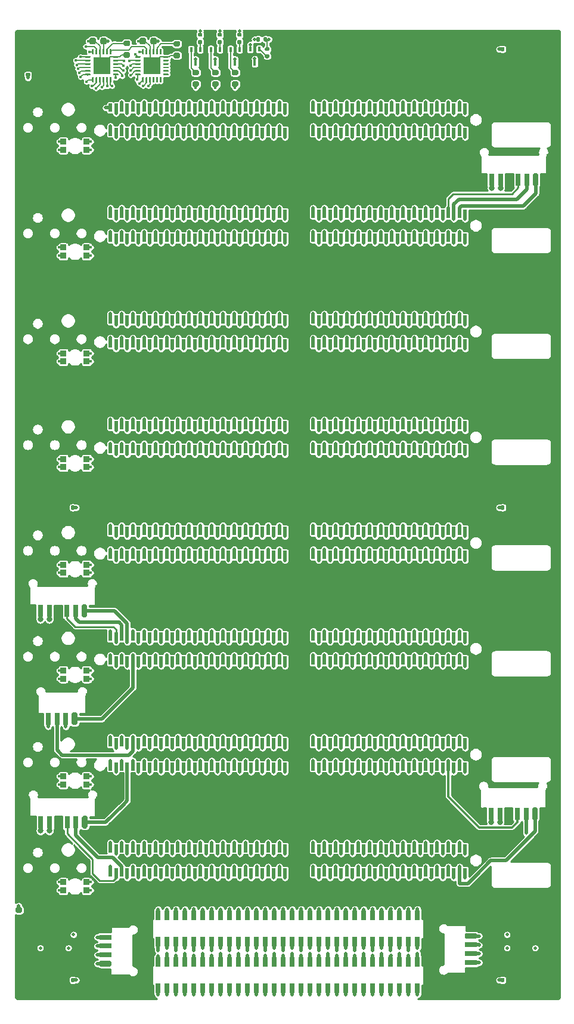
<source format=gtl>
G04 #@! TF.GenerationSoftware,KiCad,Pcbnew,(5.1.10)-1*
G04 #@! TF.CreationDate,2021-12-21T16:16:01-05:00*
G04 #@! TF.ProjectId,backplane,6261636b-706c-4616-9e65-2e6b69636164,A1*
G04 #@! TF.SameCoordinates,Original*
G04 #@! TF.FileFunction,Copper,L1,Top*
G04 #@! TF.FilePolarity,Positive*
%FSLAX46Y46*%
G04 Gerber Fmt 4.6, Leading zero omitted, Abs format (unit mm)*
G04 Created by KiCad (PCBNEW (5.1.10)-1) date 2021-12-21 16:16:01*
%MOMM*%
%LPD*%
G01*
G04 APERTURE LIST*
G04 #@! TA.AperFunction,SMDPad,CuDef*
%ADD10R,0.740000X1.470000*%
G04 #@! TD*
G04 #@! TA.AperFunction,SMDPad,CuDef*
%ADD11R,1.800000X0.800000*%
G04 #@! TD*
G04 #@! TA.AperFunction,SMDPad,CuDef*
%ADD12R,2.000000X1.600000*%
G04 #@! TD*
G04 #@! TA.AperFunction,SMDPad,CuDef*
%ADD13R,1.600000X2.000000*%
G04 #@! TD*
G04 #@! TA.AperFunction,SMDPad,CuDef*
%ADD14R,0.800000X1.800000*%
G04 #@! TD*
G04 #@! TA.AperFunction,SMDPad,CuDef*
%ADD15R,0.500000X1.200000*%
G04 #@! TD*
G04 #@! TA.AperFunction,SMDPad,CuDef*
%ADD16R,0.450000X0.700000*%
G04 #@! TD*
G04 #@! TA.AperFunction,ComponentPad*
%ADD17C,4.500000*%
G04 #@! TD*
G04 #@! TA.AperFunction,SMDPad,CuDef*
%ADD18R,0.900000X0.850000*%
G04 #@! TD*
G04 #@! TA.AperFunction,SMDPad,CuDef*
%ADD19R,2.450000X2.450000*%
G04 #@! TD*
G04 #@! TA.AperFunction,ViaPad*
%ADD20C,0.400000*%
G04 #@! TD*
G04 #@! TA.AperFunction,ViaPad*
%ADD21C,0.500000*%
G04 #@! TD*
G04 #@! TA.AperFunction,ViaPad*
%ADD22C,0.800000*%
G04 #@! TD*
G04 #@! TA.AperFunction,Conductor*
%ADD23C,0.200000*%
G04 #@! TD*
G04 #@! TA.AperFunction,Conductor*
%ADD24C,0.500000*%
G04 #@! TD*
G04 #@! TA.AperFunction,Conductor*
%ADD25C,0.203200*%
G04 #@! TD*
G04 #@! TA.AperFunction,Conductor*
%ADD26C,0.300000*%
G04 #@! TD*
G04 #@! TA.AperFunction,Conductor*
%ADD27C,0.250000*%
G04 #@! TD*
G04 #@! TA.AperFunction,Conductor*
%ADD28C,0.600000*%
G04 #@! TD*
G04 #@! TA.AperFunction,Conductor*
%ADD29C,0.100000*%
G04 #@! TD*
G04 APERTURE END LIST*
D10*
X115824000Y-174082000D03*
X115824000Y-170342000D03*
X114554000Y-174082000D03*
X114554000Y-170342000D03*
X113284000Y-174082000D03*
X113284000Y-170342000D03*
X112014000Y-174082000D03*
X112014000Y-170342000D03*
X110744000Y-174082000D03*
X110744000Y-170342000D03*
X109474000Y-174082000D03*
X109474000Y-170342000D03*
X108204000Y-174082000D03*
X108204000Y-170342000D03*
X106934000Y-174082000D03*
X106934000Y-170342000D03*
X105664000Y-174082000D03*
X105664000Y-170342000D03*
X104394000Y-174082000D03*
X104394000Y-170342000D03*
X103124000Y-174082000D03*
X103124000Y-170342000D03*
X101854000Y-174082000D03*
X101854000Y-170342000D03*
X100584000Y-174082000D03*
X100584000Y-170342000D03*
X99314000Y-174082000D03*
X99314000Y-170342000D03*
X98044000Y-174082000D03*
X98044000Y-170342000D03*
X96774000Y-174082000D03*
X96774000Y-170342000D03*
X95504000Y-174082000D03*
X95504000Y-170342000D03*
X94234000Y-174082000D03*
X94234000Y-170342000D03*
X92964000Y-174082000D03*
X92964000Y-170342000D03*
X91694000Y-174082000D03*
X91694000Y-170342000D03*
X90424000Y-174082000D03*
X90424000Y-170342000D03*
X89154000Y-174082000D03*
X89154000Y-170342000D03*
X87884000Y-174082000D03*
X87884000Y-170342000D03*
X86614000Y-174082000D03*
X86614000Y-170342000D03*
X85344000Y-174082000D03*
X85344000Y-170342000D03*
X84074000Y-174082000D03*
X84074000Y-170342000D03*
X82804000Y-174082000D03*
X82804000Y-170342000D03*
X81534000Y-174082000D03*
X81534000Y-170342000D03*
X80264000Y-174082000D03*
X80264000Y-170342000D03*
X78994000Y-174082000D03*
X78994000Y-170342000D03*
X115824000Y-167478000D03*
X115824000Y-163738000D03*
X114554000Y-167478000D03*
X114554000Y-163738000D03*
X113284000Y-167478000D03*
X113284000Y-163738000D03*
X112014000Y-167478000D03*
X112014000Y-163738000D03*
X110744000Y-167478000D03*
X110744000Y-163738000D03*
X109474000Y-167478000D03*
X109474000Y-163738000D03*
X108204000Y-167478000D03*
X108204000Y-163738000D03*
X106934000Y-167478000D03*
X106934000Y-163738000D03*
X105664000Y-167478000D03*
X105664000Y-163738000D03*
X104394000Y-167478000D03*
X104394000Y-163738000D03*
X103124000Y-167478000D03*
X103124000Y-163738000D03*
X101854000Y-167478000D03*
X101854000Y-163738000D03*
X100584000Y-167478000D03*
X100584000Y-163738000D03*
X99314000Y-167478000D03*
X99314000Y-163738000D03*
X98044000Y-167478000D03*
X98044000Y-163738000D03*
X96774000Y-167478000D03*
X96774000Y-163738000D03*
X95504000Y-167478000D03*
X95504000Y-163738000D03*
X94234000Y-167478000D03*
X94234000Y-163738000D03*
X92964000Y-167478000D03*
X92964000Y-163738000D03*
X91694000Y-167478000D03*
X91694000Y-163738000D03*
X90424000Y-167478000D03*
X90424000Y-163738000D03*
X89154000Y-167478000D03*
X89154000Y-163738000D03*
X87884000Y-167478000D03*
X87884000Y-163738000D03*
X86614000Y-167478000D03*
X86614000Y-163738000D03*
X85344000Y-167478000D03*
X85344000Y-163738000D03*
X84074000Y-167478000D03*
X84074000Y-163738000D03*
X82804000Y-167478000D03*
X82804000Y-163738000D03*
X81534000Y-167478000D03*
X81534000Y-163738000D03*
X80264000Y-167478000D03*
X80264000Y-163738000D03*
X78994000Y-167478000D03*
X78994000Y-163738000D03*
G04 #@! TA.AperFunction,SMDPad,CuDef*
G36*
G01*
X122750000Y-166250000D02*
X124150000Y-166250000D01*
G75*
G02*
X124350000Y-166450000I0J-200000D01*
G01*
X124350000Y-166850000D01*
G75*
G02*
X124150000Y-167050000I-200000J0D01*
G01*
X122750000Y-167050000D01*
G75*
G02*
X122550000Y-166850000I0J200000D01*
G01*
X122550000Y-166450000D01*
G75*
G02*
X122750000Y-166250000I200000J0D01*
G01*
G37*
G04 #@! TD.AperFunction*
D11*
X123450000Y-167900000D03*
X123450000Y-169150000D03*
X123450000Y-170400000D03*
D12*
X120850000Y-164300000D03*
X120850000Y-172750000D03*
X74100000Y-164475000D03*
X74100000Y-172925000D03*
D11*
X71500000Y-166825000D03*
X71500000Y-168075000D03*
X71500000Y-169325000D03*
G04 #@! TA.AperFunction,SMDPad,CuDef*
G36*
G01*
X72200000Y-170975000D02*
X70800000Y-170975000D01*
G75*
G02*
X70600000Y-170775000I0J200000D01*
G01*
X70600000Y-170375000D01*
G75*
G02*
X70800000Y-170175000I200000J0D01*
G01*
X72200000Y-170175000D01*
G75*
G02*
X72400000Y-170375000I0J-200000D01*
G01*
X72400000Y-170775000D01*
G75*
G02*
X72200000Y-170975000I-200000J0D01*
G01*
G37*
G04 #@! TD.AperFunction*
D13*
X61027600Y-133250200D03*
X69477600Y-133250200D03*
D14*
X63377600Y-135850200D03*
X64627600Y-135850200D03*
X65877600Y-135850200D03*
G04 #@! TA.AperFunction,SMDPad,CuDef*
G36*
G01*
X67527600Y-135150200D02*
X67527600Y-136550200D01*
G75*
G02*
X67327600Y-136750200I-200000J0D01*
G01*
X66927600Y-136750200D01*
G75*
G02*
X66727600Y-136550200I0J200000D01*
G01*
X66727600Y-135150200D01*
G75*
G02*
X66927600Y-134950200I200000J0D01*
G01*
X67327600Y-134950200D01*
G75*
G02*
X67527600Y-135150200I0J-200000D01*
G01*
G37*
G04 #@! TD.AperFunction*
G04 #@! TA.AperFunction,SMDPad,CuDef*
G36*
G01*
X68934000Y-119845000D02*
X68934000Y-121245000D01*
G75*
G02*
X68734000Y-121445000I-200000J0D01*
G01*
X68334000Y-121445000D01*
G75*
G02*
X68134000Y-121245000I0J200000D01*
G01*
X68134000Y-119845000D01*
G75*
G02*
X68334000Y-119645000I200000J0D01*
G01*
X68734000Y-119645000D01*
G75*
G02*
X68934000Y-119845000I0J-200000D01*
G01*
G37*
G04 #@! TD.AperFunction*
X67284000Y-120545000D03*
X66034000Y-120545000D03*
X64784000Y-120545000D03*
X63534000Y-120545000D03*
X62284000Y-120545000D03*
D13*
X70884000Y-117945000D03*
X59934000Y-117945000D03*
G04 #@! TA.AperFunction,SMDPad,CuDef*
G36*
G01*
X132934000Y-148595000D02*
X132934000Y-149995000D01*
G75*
G02*
X132734000Y-150195000I-200000J0D01*
G01*
X132334000Y-150195000D01*
G75*
G02*
X132134000Y-149995000I0J200000D01*
G01*
X132134000Y-148595000D01*
G75*
G02*
X132334000Y-148395000I200000J0D01*
G01*
X132734000Y-148395000D01*
G75*
G02*
X132934000Y-148595000I0J-200000D01*
G01*
G37*
G04 #@! TD.AperFunction*
D14*
X131284000Y-149295000D03*
X130034000Y-149295000D03*
X128784000Y-149295000D03*
X127534000Y-149295000D03*
X126284000Y-149295000D03*
D13*
X134884000Y-146695000D03*
X123934000Y-146695000D03*
X59975000Y-147900000D03*
X70925000Y-147900000D03*
D14*
X62325000Y-150500000D03*
X63575000Y-150500000D03*
X64825000Y-150500000D03*
X66075000Y-150500000D03*
X67325000Y-150500000D03*
G04 #@! TA.AperFunction,SMDPad,CuDef*
G36*
G01*
X68975000Y-149800000D02*
X68975000Y-151200000D01*
G75*
G02*
X68775000Y-151400000I-200000J0D01*
G01*
X68375000Y-151400000D01*
G75*
G02*
X68175000Y-151200000I0J200000D01*
G01*
X68175000Y-149800000D01*
G75*
G02*
X68375000Y-149600000I200000J0D01*
G01*
X68775000Y-149600000D01*
G75*
G02*
X68975000Y-149800000I0J-200000D01*
G01*
G37*
G04 #@! TD.AperFunction*
D15*
X72209000Y-52595000D03*
X72209000Y-49195000D03*
X73009000Y-52595000D03*
X73009000Y-49195000D03*
X73809000Y-52595000D03*
X73809000Y-49195000D03*
X74609000Y-52595000D03*
X74609000Y-49195000D03*
X75409000Y-52595000D03*
X75409000Y-49195000D03*
X76209000Y-52595000D03*
X76209000Y-49195000D03*
X77009000Y-52595000D03*
X77009000Y-49195000D03*
X77809000Y-52595000D03*
X77809000Y-49195000D03*
X78609000Y-52595000D03*
X78609000Y-49195000D03*
X79409000Y-52595000D03*
X79409000Y-49195000D03*
X80209000Y-52595000D03*
X80209000Y-49195000D03*
X81009000Y-52595000D03*
X81009000Y-49195000D03*
X81809000Y-52595000D03*
X81809000Y-49195000D03*
X82609000Y-52595000D03*
X82609000Y-49195000D03*
X83409000Y-52595000D03*
X83409000Y-49195000D03*
X84209000Y-52595000D03*
X84209000Y-49195000D03*
X85009000Y-52595000D03*
X85009000Y-49195000D03*
X85809000Y-52595000D03*
X85809000Y-49195000D03*
X86609000Y-52595000D03*
X86609000Y-49195000D03*
X87409000Y-52595000D03*
X87409000Y-49195000D03*
X88209000Y-52595000D03*
X88209000Y-49195000D03*
X89009000Y-52595000D03*
X89009000Y-49195000D03*
X89809000Y-52595000D03*
X89809000Y-49195000D03*
X90609000Y-52595000D03*
X90609000Y-49195000D03*
X91409000Y-52595000D03*
X91409000Y-49195000D03*
X92209000Y-52595000D03*
X92209000Y-49195000D03*
X93009000Y-52595000D03*
X93009000Y-49195000D03*
X93809000Y-52595000D03*
X93809000Y-49195000D03*
X94609000Y-52595000D03*
X94609000Y-49195000D03*
X95409000Y-52595000D03*
X95409000Y-49195000D03*
X96209000Y-52595000D03*
X96209000Y-49195000D03*
X97009000Y-52595000D03*
X97009000Y-49195000D03*
X101009000Y-52595000D03*
X101009000Y-49195000D03*
X101809000Y-52595000D03*
X101809000Y-49195000D03*
X102609000Y-52595000D03*
X102609000Y-49195000D03*
X103409000Y-52595000D03*
X103409000Y-49195000D03*
X104209000Y-52595000D03*
X104209000Y-49195000D03*
X105009000Y-52595000D03*
X105009000Y-49195000D03*
X105809000Y-52595000D03*
X105809000Y-49195000D03*
X106609000Y-52595000D03*
X106609000Y-49195000D03*
X107409000Y-52595000D03*
X107409000Y-49195000D03*
X108209000Y-52595000D03*
X108209000Y-49195000D03*
X109009000Y-52595000D03*
X109009000Y-49195000D03*
X109809000Y-52595000D03*
X109809000Y-49195000D03*
X110609000Y-52595000D03*
X110609000Y-49195000D03*
X111409000Y-52595000D03*
X111409000Y-49195000D03*
X112209000Y-52595000D03*
X112209000Y-49195000D03*
X113009000Y-52595000D03*
X113009000Y-49195000D03*
X113809000Y-52595000D03*
X113809000Y-49195000D03*
X114609000Y-52595000D03*
X114609000Y-49195000D03*
X115409000Y-52595000D03*
X115409000Y-49195000D03*
X116209000Y-52595000D03*
X116209000Y-49195000D03*
X117009000Y-52595000D03*
X117009000Y-49195000D03*
X117809000Y-52595000D03*
X117809000Y-49195000D03*
X118609000Y-52595000D03*
X118609000Y-49195000D03*
X119409000Y-52595000D03*
X119409000Y-49195000D03*
X120209000Y-52595000D03*
X120209000Y-49195000D03*
X121009000Y-52595000D03*
X121009000Y-49195000D03*
X121809000Y-52595000D03*
X121809000Y-49195000D03*
X122609000Y-52595000D03*
X122609000Y-49195000D03*
X72209000Y-67595000D03*
X72209000Y-64195000D03*
X73009000Y-67595000D03*
X73009000Y-64195000D03*
X73809000Y-67595000D03*
X73809000Y-64195000D03*
X74609000Y-67595000D03*
X74609000Y-64195000D03*
X75409000Y-67595000D03*
X75409000Y-64195000D03*
X76209000Y-67595000D03*
X76209000Y-64195000D03*
X77009000Y-67595000D03*
X77009000Y-64195000D03*
X77809000Y-67595000D03*
X77809000Y-64195000D03*
X78609000Y-67595000D03*
X78609000Y-64195000D03*
X79409000Y-67595000D03*
X79409000Y-64195000D03*
X80209000Y-67595000D03*
X80209000Y-64195000D03*
X81009000Y-67595000D03*
X81009000Y-64195000D03*
X81809000Y-67595000D03*
X81809000Y-64195000D03*
X82609000Y-67595000D03*
X82609000Y-64195000D03*
X83409000Y-67595000D03*
X83409000Y-64195000D03*
X84209000Y-67595000D03*
X84209000Y-64195000D03*
X85009000Y-67595000D03*
X85009000Y-64195000D03*
X85809000Y-67595000D03*
X85809000Y-64195000D03*
X86609000Y-67595000D03*
X86609000Y-64195000D03*
X87409000Y-67595000D03*
X87409000Y-64195000D03*
X88209000Y-67595000D03*
X88209000Y-64195000D03*
X89009000Y-67595000D03*
X89009000Y-64195000D03*
X89809000Y-67595000D03*
X89809000Y-64195000D03*
X90609000Y-67595000D03*
X90609000Y-64195000D03*
X91409000Y-67595000D03*
X91409000Y-64195000D03*
X92209000Y-67595000D03*
X92209000Y-64195000D03*
X93009000Y-67595000D03*
X93009000Y-64195000D03*
X93809000Y-67595000D03*
X93809000Y-64195000D03*
X94609000Y-67595000D03*
X94609000Y-64195000D03*
X95409000Y-67595000D03*
X95409000Y-64195000D03*
X96209000Y-67595000D03*
X96209000Y-64195000D03*
X97009000Y-67595000D03*
X97009000Y-64195000D03*
X101009000Y-67595000D03*
X101009000Y-64195000D03*
X101809000Y-67595000D03*
X101809000Y-64195000D03*
X102609000Y-67595000D03*
X102609000Y-64195000D03*
X103409000Y-67595000D03*
X103409000Y-64195000D03*
X104209000Y-67595000D03*
X104209000Y-64195000D03*
X105009000Y-67595000D03*
X105009000Y-64195000D03*
X105809000Y-67595000D03*
X105809000Y-64195000D03*
X106609000Y-67595000D03*
X106609000Y-64195000D03*
X107409000Y-67595000D03*
X107409000Y-64195000D03*
X108209000Y-67595000D03*
X108209000Y-64195000D03*
X109009000Y-67595000D03*
X109009000Y-64195000D03*
X109809000Y-67595000D03*
X109809000Y-64195000D03*
X110609000Y-67595000D03*
X110609000Y-64195000D03*
X111409000Y-67595000D03*
X111409000Y-64195000D03*
X112209000Y-67595000D03*
X112209000Y-64195000D03*
X113009000Y-67595000D03*
X113009000Y-64195000D03*
X113809000Y-67595000D03*
X113809000Y-64195000D03*
X114609000Y-67595000D03*
X114609000Y-64195000D03*
X115409000Y-67595000D03*
X115409000Y-64195000D03*
X116209000Y-67595000D03*
X116209000Y-64195000D03*
X117009000Y-67595000D03*
X117009000Y-64195000D03*
X117809000Y-67595000D03*
X117809000Y-64195000D03*
X118609000Y-67595000D03*
X118609000Y-64195000D03*
X119409000Y-67595000D03*
X119409000Y-64195000D03*
X120209000Y-67595000D03*
X120209000Y-64195000D03*
X121009000Y-67595000D03*
X121009000Y-64195000D03*
X121809000Y-67595000D03*
X121809000Y-64195000D03*
X122609000Y-67595000D03*
X122609000Y-64195000D03*
X72209000Y-82595000D03*
X72209000Y-79195000D03*
X73009000Y-82595000D03*
X73009000Y-79195000D03*
X73809000Y-82595000D03*
X73809000Y-79195000D03*
X74609000Y-82595000D03*
X74609000Y-79195000D03*
X75409000Y-82595000D03*
X75409000Y-79195000D03*
X76209000Y-82595000D03*
X76209000Y-79195000D03*
X77009000Y-82595000D03*
X77009000Y-79195000D03*
X77809000Y-82595000D03*
X77809000Y-79195000D03*
X78609000Y-82595000D03*
X78609000Y-79195000D03*
X79409000Y-82595000D03*
X79409000Y-79195000D03*
X80209000Y-82595000D03*
X80209000Y-79195000D03*
X81009000Y-82595000D03*
X81009000Y-79195000D03*
X81809000Y-82595000D03*
X81809000Y-79195000D03*
X82609000Y-82595000D03*
X82609000Y-79195000D03*
X83409000Y-82595000D03*
X83409000Y-79195000D03*
X84209000Y-82595000D03*
X84209000Y-79195000D03*
X85009000Y-82595000D03*
X85009000Y-79195000D03*
X85809000Y-82595000D03*
X85809000Y-79195000D03*
X86609000Y-82595000D03*
X86609000Y-79195000D03*
X87409000Y-82595000D03*
X87409000Y-79195000D03*
X88209000Y-82595000D03*
X88209000Y-79195000D03*
X89009000Y-82595000D03*
X89009000Y-79195000D03*
X89809000Y-82595000D03*
X89809000Y-79195000D03*
X90609000Y-82595000D03*
X90609000Y-79195000D03*
X91409000Y-82595000D03*
X91409000Y-79195000D03*
X92209000Y-82595000D03*
X92209000Y-79195000D03*
X93009000Y-82595000D03*
X93009000Y-79195000D03*
X93809000Y-82595000D03*
X93809000Y-79195000D03*
X94609000Y-82595000D03*
X94609000Y-79195000D03*
X95409000Y-82595000D03*
X95409000Y-79195000D03*
X96209000Y-82595000D03*
X96209000Y-79195000D03*
X97009000Y-82595000D03*
X97009000Y-79195000D03*
X101009000Y-82595000D03*
X101009000Y-79195000D03*
X101809000Y-82595000D03*
X101809000Y-79195000D03*
X102609000Y-82595000D03*
X102609000Y-79195000D03*
X103409000Y-82595000D03*
X103409000Y-79195000D03*
X104209000Y-82595000D03*
X104209000Y-79195000D03*
X105009000Y-82595000D03*
X105009000Y-79195000D03*
X105809000Y-82595000D03*
X105809000Y-79195000D03*
X106609000Y-82595000D03*
X106609000Y-79195000D03*
X107409000Y-82595000D03*
X107409000Y-79195000D03*
X108209000Y-82595000D03*
X108209000Y-79195000D03*
X109009000Y-82595000D03*
X109009000Y-79195000D03*
X109809000Y-82595000D03*
X109809000Y-79195000D03*
X110609000Y-82595000D03*
X110609000Y-79195000D03*
X111409000Y-82595000D03*
X111409000Y-79195000D03*
X112209000Y-82595000D03*
X112209000Y-79195000D03*
X113009000Y-82595000D03*
X113009000Y-79195000D03*
X113809000Y-82595000D03*
X113809000Y-79195000D03*
X114609000Y-82595000D03*
X114609000Y-79195000D03*
X115409000Y-82595000D03*
X115409000Y-79195000D03*
X116209000Y-82595000D03*
X116209000Y-79195000D03*
X117009000Y-82595000D03*
X117009000Y-79195000D03*
X117809000Y-82595000D03*
X117809000Y-79195000D03*
X118609000Y-82595000D03*
X118609000Y-79195000D03*
X119409000Y-82595000D03*
X119409000Y-79195000D03*
X120209000Y-82595000D03*
X120209000Y-79195000D03*
X121009000Y-82595000D03*
X121009000Y-79195000D03*
X121809000Y-82595000D03*
X121809000Y-79195000D03*
X122609000Y-82595000D03*
X122609000Y-79195000D03*
X72209000Y-97595000D03*
X72209000Y-94195000D03*
X73009000Y-97595000D03*
X73009000Y-94195000D03*
X73809000Y-97595000D03*
X73809000Y-94195000D03*
X74609000Y-97595000D03*
X74609000Y-94195000D03*
X75409000Y-97595000D03*
X75409000Y-94195000D03*
X76209000Y-97595000D03*
X76209000Y-94195000D03*
X77009000Y-97595000D03*
X77009000Y-94195000D03*
X77809000Y-97595000D03*
X77809000Y-94195000D03*
X78609000Y-97595000D03*
X78609000Y-94195000D03*
X79409000Y-97595000D03*
X79409000Y-94195000D03*
X80209000Y-97595000D03*
X80209000Y-94195000D03*
X81009000Y-97595000D03*
X81009000Y-94195000D03*
X81809000Y-97595000D03*
X81809000Y-94195000D03*
X82609000Y-97595000D03*
X82609000Y-94195000D03*
X83409000Y-97595000D03*
X83409000Y-94195000D03*
X84209000Y-97595000D03*
X84209000Y-94195000D03*
X85009000Y-97595000D03*
X85009000Y-94195000D03*
X85809000Y-97595000D03*
X85809000Y-94195000D03*
X86609000Y-97595000D03*
X86609000Y-94195000D03*
X87409000Y-97595000D03*
X87409000Y-94195000D03*
X88209000Y-97595000D03*
X88209000Y-94195000D03*
X89009000Y-97595000D03*
X89009000Y-94195000D03*
X89809000Y-97595000D03*
X89809000Y-94195000D03*
X90609000Y-97595000D03*
X90609000Y-94195000D03*
X91409000Y-97595000D03*
X91409000Y-94195000D03*
X92209000Y-97595000D03*
X92209000Y-94195000D03*
X93009000Y-97595000D03*
X93009000Y-94195000D03*
X93809000Y-97595000D03*
X93809000Y-94195000D03*
X94609000Y-97595000D03*
X94609000Y-94195000D03*
X95409000Y-97595000D03*
X95409000Y-94195000D03*
X96209000Y-97595000D03*
X96209000Y-94195000D03*
X97009000Y-97595000D03*
X97009000Y-94195000D03*
X101009000Y-97595000D03*
X101009000Y-94195000D03*
X101809000Y-97595000D03*
X101809000Y-94195000D03*
X102609000Y-97595000D03*
X102609000Y-94195000D03*
X103409000Y-97595000D03*
X103409000Y-94195000D03*
X104209000Y-97595000D03*
X104209000Y-94195000D03*
X105009000Y-97595000D03*
X105009000Y-94195000D03*
X105809000Y-97595000D03*
X105809000Y-94195000D03*
X106609000Y-97595000D03*
X106609000Y-94195000D03*
X107409000Y-97595000D03*
X107409000Y-94195000D03*
X108209000Y-97595000D03*
X108209000Y-94195000D03*
X109009000Y-97595000D03*
X109009000Y-94195000D03*
X109809000Y-97595000D03*
X109809000Y-94195000D03*
X110609000Y-97595000D03*
X110609000Y-94195000D03*
X111409000Y-97595000D03*
X111409000Y-94195000D03*
X112209000Y-97595000D03*
X112209000Y-94195000D03*
X113009000Y-97595000D03*
X113009000Y-94195000D03*
X113809000Y-97595000D03*
X113809000Y-94195000D03*
X114609000Y-97595000D03*
X114609000Y-94195000D03*
X115409000Y-97595000D03*
X115409000Y-94195000D03*
X116209000Y-97595000D03*
X116209000Y-94195000D03*
X117009000Y-97595000D03*
X117009000Y-94195000D03*
X117809000Y-97595000D03*
X117809000Y-94195000D03*
X118609000Y-97595000D03*
X118609000Y-94195000D03*
X119409000Y-97595000D03*
X119409000Y-94195000D03*
X120209000Y-97595000D03*
X120209000Y-94195000D03*
X121009000Y-97595000D03*
X121009000Y-94195000D03*
X121809000Y-97595000D03*
X121809000Y-94195000D03*
X122609000Y-97595000D03*
X122609000Y-94195000D03*
X72209000Y-112595000D03*
X72209000Y-109195000D03*
X73009000Y-112595000D03*
X73009000Y-109195000D03*
X73809000Y-112595000D03*
X73809000Y-109195000D03*
X74609000Y-112595000D03*
X74609000Y-109195000D03*
X75409000Y-112595000D03*
X75409000Y-109195000D03*
X76209000Y-112595000D03*
X76209000Y-109195000D03*
X77009000Y-112595000D03*
X77009000Y-109195000D03*
X77809000Y-112595000D03*
X77809000Y-109195000D03*
X78609000Y-112595000D03*
X78609000Y-109195000D03*
X79409000Y-112595000D03*
X79409000Y-109195000D03*
X80209000Y-112595000D03*
X80209000Y-109195000D03*
X81009000Y-112595000D03*
X81009000Y-109195000D03*
X81809000Y-112595000D03*
X81809000Y-109195000D03*
X82609000Y-112595000D03*
X82609000Y-109195000D03*
X83409000Y-112595000D03*
X83409000Y-109195000D03*
X84209000Y-112595000D03*
X84209000Y-109195000D03*
X85009000Y-112595000D03*
X85009000Y-109195000D03*
X85809000Y-112595000D03*
X85809000Y-109195000D03*
X86609000Y-112595000D03*
X86609000Y-109195000D03*
X87409000Y-112595000D03*
X87409000Y-109195000D03*
X88209000Y-112595000D03*
X88209000Y-109195000D03*
X89009000Y-112595000D03*
X89009000Y-109195000D03*
X89809000Y-112595000D03*
X89809000Y-109195000D03*
X90609000Y-112595000D03*
X90609000Y-109195000D03*
X91409000Y-112595000D03*
X91409000Y-109195000D03*
X92209000Y-112595000D03*
X92209000Y-109195000D03*
X93009000Y-112595000D03*
X93009000Y-109195000D03*
X93809000Y-112595000D03*
X93809000Y-109195000D03*
X94609000Y-112595000D03*
X94609000Y-109195000D03*
X95409000Y-112595000D03*
X95409000Y-109195000D03*
X96209000Y-112595000D03*
X96209000Y-109195000D03*
X97009000Y-112595000D03*
X97009000Y-109195000D03*
X101009000Y-112595000D03*
X101009000Y-109195000D03*
X101809000Y-112595000D03*
X101809000Y-109195000D03*
X102609000Y-112595000D03*
X102609000Y-109195000D03*
X103409000Y-112595000D03*
X103409000Y-109195000D03*
X104209000Y-112595000D03*
X104209000Y-109195000D03*
X105009000Y-112595000D03*
X105009000Y-109195000D03*
X105809000Y-112595000D03*
X105809000Y-109195000D03*
X106609000Y-112595000D03*
X106609000Y-109195000D03*
X107409000Y-112595000D03*
X107409000Y-109195000D03*
X108209000Y-112595000D03*
X108209000Y-109195000D03*
X109009000Y-112595000D03*
X109009000Y-109195000D03*
X109809000Y-112595000D03*
X109809000Y-109195000D03*
X110609000Y-112595000D03*
X110609000Y-109195000D03*
X111409000Y-112595000D03*
X111409000Y-109195000D03*
X112209000Y-112595000D03*
X112209000Y-109195000D03*
X113009000Y-112595000D03*
X113009000Y-109195000D03*
X113809000Y-112595000D03*
X113809000Y-109195000D03*
X114609000Y-112595000D03*
X114609000Y-109195000D03*
X115409000Y-112595000D03*
X115409000Y-109195000D03*
X116209000Y-112595000D03*
X116209000Y-109195000D03*
X117009000Y-112595000D03*
X117009000Y-109195000D03*
X117809000Y-112595000D03*
X117809000Y-109195000D03*
X118609000Y-112595000D03*
X118609000Y-109195000D03*
X119409000Y-112595000D03*
X119409000Y-109195000D03*
X120209000Y-112595000D03*
X120209000Y-109195000D03*
X121009000Y-112595000D03*
X121009000Y-109195000D03*
X121809000Y-112595000D03*
X121809000Y-109195000D03*
X122609000Y-112595000D03*
X122609000Y-109195000D03*
X72209000Y-127595000D03*
X72209000Y-124195000D03*
X73009000Y-127595000D03*
X73009000Y-124195000D03*
X73809000Y-127595000D03*
X73809000Y-124195000D03*
X74609000Y-127595000D03*
X74609000Y-124195000D03*
X75409000Y-127595000D03*
X75409000Y-124195000D03*
X76209000Y-127595000D03*
X76209000Y-124195000D03*
X77009000Y-127595000D03*
X77009000Y-124195000D03*
X77809000Y-127595000D03*
X77809000Y-124195000D03*
X78609000Y-127595000D03*
X78609000Y-124195000D03*
X79409000Y-127595000D03*
X79409000Y-124195000D03*
X80209000Y-127595000D03*
X80209000Y-124195000D03*
X81009000Y-127595000D03*
X81009000Y-124195000D03*
X81809000Y-127595000D03*
X81809000Y-124195000D03*
X82609000Y-127595000D03*
X82609000Y-124195000D03*
X83409000Y-127595000D03*
X83409000Y-124195000D03*
X84209000Y-127595000D03*
X84209000Y-124195000D03*
X85009000Y-127595000D03*
X85009000Y-124195000D03*
X85809000Y-127595000D03*
X85809000Y-124195000D03*
X86609000Y-127595000D03*
X86609000Y-124195000D03*
X87409000Y-127595000D03*
X87409000Y-124195000D03*
X88209000Y-127595000D03*
X88209000Y-124195000D03*
X89009000Y-127595000D03*
X89009000Y-124195000D03*
X89809000Y-127595000D03*
X89809000Y-124195000D03*
X90609000Y-127595000D03*
X90609000Y-124195000D03*
X91409000Y-127595000D03*
X91409000Y-124195000D03*
X92209000Y-127595000D03*
X92209000Y-124195000D03*
X93009000Y-127595000D03*
X93009000Y-124195000D03*
X93809000Y-127595000D03*
X93809000Y-124195000D03*
X94609000Y-127595000D03*
X94609000Y-124195000D03*
X95409000Y-127595000D03*
X95409000Y-124195000D03*
X96209000Y-127595000D03*
X96209000Y-124195000D03*
X97009000Y-127595000D03*
X97009000Y-124195000D03*
X101009000Y-127595000D03*
X101009000Y-124195000D03*
X101809000Y-127595000D03*
X101809000Y-124195000D03*
X102609000Y-127595000D03*
X102609000Y-124195000D03*
X103409000Y-127595000D03*
X103409000Y-124195000D03*
X104209000Y-127595000D03*
X104209000Y-124195000D03*
X105009000Y-127595000D03*
X105009000Y-124195000D03*
X105809000Y-127595000D03*
X105809000Y-124195000D03*
X106609000Y-127595000D03*
X106609000Y-124195000D03*
X107409000Y-127595000D03*
X107409000Y-124195000D03*
X108209000Y-127595000D03*
X108209000Y-124195000D03*
X109009000Y-127595000D03*
X109009000Y-124195000D03*
X109809000Y-127595000D03*
X109809000Y-124195000D03*
X110609000Y-127595000D03*
X110609000Y-124195000D03*
X111409000Y-127595000D03*
X111409000Y-124195000D03*
X112209000Y-127595000D03*
X112209000Y-124195000D03*
X113009000Y-127595000D03*
X113009000Y-124195000D03*
X113809000Y-127595000D03*
X113809000Y-124195000D03*
X114609000Y-127595000D03*
X114609000Y-124195000D03*
X115409000Y-127595000D03*
X115409000Y-124195000D03*
X116209000Y-127595000D03*
X116209000Y-124195000D03*
X117009000Y-127595000D03*
X117009000Y-124195000D03*
X117809000Y-127595000D03*
X117809000Y-124195000D03*
X118609000Y-127595000D03*
X118609000Y-124195000D03*
X119409000Y-127595000D03*
X119409000Y-124195000D03*
X120209000Y-127595000D03*
X120209000Y-124195000D03*
X121009000Y-127595000D03*
X121009000Y-124195000D03*
X121809000Y-127595000D03*
X121809000Y-124195000D03*
X122609000Y-127595000D03*
X122609000Y-124195000D03*
X72209000Y-142595000D03*
X72209000Y-139195000D03*
X73009000Y-142595000D03*
X73009000Y-139195000D03*
X73809000Y-142595000D03*
X73809000Y-139195000D03*
X74609000Y-142595000D03*
X74609000Y-139195000D03*
X75409000Y-142595000D03*
X75409000Y-139195000D03*
X76209000Y-142595000D03*
X76209000Y-139195000D03*
X77009000Y-142595000D03*
X77009000Y-139195000D03*
X77809000Y-142595000D03*
X77809000Y-139195000D03*
X78609000Y-142595000D03*
X78609000Y-139195000D03*
X79409000Y-142595000D03*
X79409000Y-139195000D03*
X80209000Y-142595000D03*
X80209000Y-139195000D03*
X81009000Y-142595000D03*
X81009000Y-139195000D03*
X81809000Y-142595000D03*
X81809000Y-139195000D03*
X82609000Y-142595000D03*
X82609000Y-139195000D03*
X83409000Y-142595000D03*
X83409000Y-139195000D03*
X84209000Y-142595000D03*
X84209000Y-139195000D03*
X85009000Y-142595000D03*
X85009000Y-139195000D03*
X85809000Y-142595000D03*
X85809000Y-139195000D03*
X86609000Y-142595000D03*
X86609000Y-139195000D03*
X87409000Y-142595000D03*
X87409000Y-139195000D03*
X88209000Y-142595000D03*
X88209000Y-139195000D03*
X89009000Y-142595000D03*
X89009000Y-139195000D03*
X89809000Y-142595000D03*
X89809000Y-139195000D03*
X90609000Y-142595000D03*
X90609000Y-139195000D03*
X91409000Y-142595000D03*
X91409000Y-139195000D03*
X92209000Y-142595000D03*
X92209000Y-139195000D03*
X93009000Y-142595000D03*
X93009000Y-139195000D03*
X93809000Y-142595000D03*
X93809000Y-139195000D03*
X94609000Y-142595000D03*
X94609000Y-139195000D03*
X95409000Y-142595000D03*
X95409000Y-139195000D03*
X96209000Y-142595000D03*
X96209000Y-139195000D03*
X97009000Y-142595000D03*
X97009000Y-139195000D03*
X101009000Y-142595000D03*
X101009000Y-139195000D03*
X101809000Y-142595000D03*
X101809000Y-139195000D03*
X102609000Y-142595000D03*
X102609000Y-139195000D03*
X103409000Y-142595000D03*
X103409000Y-139195000D03*
X104209000Y-142595000D03*
X104209000Y-139195000D03*
X105009000Y-142595000D03*
X105009000Y-139195000D03*
X105809000Y-142595000D03*
X105809000Y-139195000D03*
X106609000Y-142595000D03*
X106609000Y-139195000D03*
X107409000Y-142595000D03*
X107409000Y-139195000D03*
X108209000Y-142595000D03*
X108209000Y-139195000D03*
X109009000Y-142595000D03*
X109009000Y-139195000D03*
X109809000Y-142595000D03*
X109809000Y-139195000D03*
X110609000Y-142595000D03*
X110609000Y-139195000D03*
X111409000Y-142595000D03*
X111409000Y-139195000D03*
X112209000Y-142595000D03*
X112209000Y-139195000D03*
X113009000Y-142595000D03*
X113009000Y-139195000D03*
X113809000Y-142595000D03*
X113809000Y-139195000D03*
X114609000Y-142595000D03*
X114609000Y-139195000D03*
X115409000Y-142595000D03*
X115409000Y-139195000D03*
X116209000Y-142595000D03*
X116209000Y-139195000D03*
X117009000Y-142595000D03*
X117009000Y-139195000D03*
X117809000Y-142595000D03*
X117809000Y-139195000D03*
X118609000Y-142595000D03*
X118609000Y-139195000D03*
X119409000Y-142595000D03*
X119409000Y-139195000D03*
X120209000Y-142595000D03*
X120209000Y-139195000D03*
X121009000Y-142595000D03*
X121009000Y-139195000D03*
X121809000Y-142595000D03*
X121809000Y-139195000D03*
X122609000Y-142595000D03*
X122609000Y-139195000D03*
X72209000Y-157595000D03*
X72209000Y-154195000D03*
X73009000Y-157595000D03*
X73009000Y-154195000D03*
X73809000Y-157595000D03*
X73809000Y-154195000D03*
X74609000Y-157595000D03*
X74609000Y-154195000D03*
X75409000Y-157595000D03*
X75409000Y-154195000D03*
X76209000Y-157595000D03*
X76209000Y-154195000D03*
X77009000Y-157595000D03*
X77009000Y-154195000D03*
X77809000Y-157595000D03*
X77809000Y-154195000D03*
X78609000Y-157595000D03*
X78609000Y-154195000D03*
X79409000Y-157595000D03*
X79409000Y-154195000D03*
X80209000Y-157595000D03*
X80209000Y-154195000D03*
X81009000Y-157595000D03*
X81009000Y-154195000D03*
X81809000Y-157595000D03*
X81809000Y-154195000D03*
X82609000Y-157595000D03*
X82609000Y-154195000D03*
X83409000Y-157595000D03*
X83409000Y-154195000D03*
X84209000Y-157595000D03*
X84209000Y-154195000D03*
X85009000Y-157595000D03*
X85009000Y-154195000D03*
X85809000Y-157595000D03*
X85809000Y-154195000D03*
X86609000Y-157595000D03*
X86609000Y-154195000D03*
X87409000Y-157595000D03*
X87409000Y-154195000D03*
X88209000Y-157595000D03*
X88209000Y-154195000D03*
X89009000Y-157595000D03*
X89009000Y-154195000D03*
X89809000Y-157595000D03*
X89809000Y-154195000D03*
X90609000Y-157595000D03*
X90609000Y-154195000D03*
X91409000Y-157595000D03*
X91409000Y-154195000D03*
X92209000Y-157595000D03*
X92209000Y-154195000D03*
X93009000Y-157595000D03*
X93009000Y-154195000D03*
X93809000Y-157595000D03*
X93809000Y-154195000D03*
X94609000Y-157595000D03*
X94609000Y-154195000D03*
X95409000Y-157595000D03*
X95409000Y-154195000D03*
X96209000Y-157595000D03*
X96209000Y-154195000D03*
X97009000Y-157595000D03*
X97009000Y-154195000D03*
X101009000Y-157595000D03*
X101009000Y-154195000D03*
X101809000Y-157595000D03*
X101809000Y-154195000D03*
X102609000Y-157595000D03*
X102609000Y-154195000D03*
X103409000Y-157595000D03*
X103409000Y-154195000D03*
X104209000Y-157595000D03*
X104209000Y-154195000D03*
X105009000Y-157595000D03*
X105009000Y-154195000D03*
X105809000Y-157595000D03*
X105809000Y-154195000D03*
X106609000Y-157595000D03*
X106609000Y-154195000D03*
X107409000Y-157595000D03*
X107409000Y-154195000D03*
X108209000Y-157595000D03*
X108209000Y-154195000D03*
X109009000Y-157595000D03*
X109009000Y-154195000D03*
X109809000Y-157595000D03*
X109809000Y-154195000D03*
X110609000Y-157595000D03*
X110609000Y-154195000D03*
X111409000Y-157595000D03*
X111409000Y-154195000D03*
X112209000Y-157595000D03*
X112209000Y-154195000D03*
X113009000Y-157595000D03*
X113009000Y-154195000D03*
X113809000Y-157595000D03*
X113809000Y-154195000D03*
X114609000Y-157595000D03*
X114609000Y-154195000D03*
X115409000Y-157595000D03*
X115409000Y-154195000D03*
X116209000Y-157595000D03*
X116209000Y-154195000D03*
X117009000Y-157595000D03*
X117009000Y-154195000D03*
X117809000Y-157595000D03*
X117809000Y-154195000D03*
X118609000Y-157595000D03*
X118609000Y-154195000D03*
X119409000Y-157595000D03*
X119409000Y-154195000D03*
X120209000Y-157595000D03*
X120209000Y-154195000D03*
X121009000Y-157595000D03*
X121009000Y-154195000D03*
X121809000Y-157595000D03*
X121809000Y-154195000D03*
X122609000Y-157595000D03*
X122609000Y-154195000D03*
G04 #@! TA.AperFunction,SMDPad,CuDef*
G36*
G01*
X94303000Y-41642000D02*
X94673000Y-41642000D01*
G75*
G02*
X94808000Y-41777000I0J-135000D01*
G01*
X94808000Y-42047000D01*
G75*
G02*
X94673000Y-42182000I-135000J0D01*
G01*
X94303000Y-42182000D01*
G75*
G02*
X94168000Y-42047000I0J135000D01*
G01*
X94168000Y-41777000D01*
G75*
G02*
X94303000Y-41642000I135000J0D01*
G01*
G37*
G04 #@! TD.AperFunction*
G04 #@! TA.AperFunction,SMDPad,CuDef*
G36*
G01*
X94303000Y-40622000D02*
X94673000Y-40622000D01*
G75*
G02*
X94808000Y-40757000I0J-135000D01*
G01*
X94808000Y-41027000D01*
G75*
G02*
X94673000Y-41162000I-135000J0D01*
G01*
X94303000Y-41162000D01*
G75*
G02*
X94168000Y-41027000I0J135000D01*
G01*
X94168000Y-40757000D01*
G75*
G02*
X94303000Y-40622000I135000J0D01*
G01*
G37*
G04 #@! TD.AperFunction*
G04 #@! TA.AperFunction,SMDPad,CuDef*
G36*
G01*
X93486000Y-39312000D02*
X93486000Y-39682000D01*
G75*
G02*
X93351000Y-39817000I-135000J0D01*
G01*
X93081000Y-39817000D01*
G75*
G02*
X92946000Y-39682000I0J135000D01*
G01*
X92946000Y-39312000D01*
G75*
G02*
X93081000Y-39177000I135000J0D01*
G01*
X93351000Y-39177000D01*
G75*
G02*
X93486000Y-39312000I0J-135000D01*
G01*
G37*
G04 #@! TD.AperFunction*
G04 #@! TA.AperFunction,SMDPad,CuDef*
G36*
G01*
X94506000Y-39312000D02*
X94506000Y-39682000D01*
G75*
G02*
X94371000Y-39817000I-135000J0D01*
G01*
X94101000Y-39817000D01*
G75*
G02*
X93966000Y-39682000I0J135000D01*
G01*
X93966000Y-39312000D01*
G75*
G02*
X94101000Y-39177000I135000J0D01*
G01*
X94371000Y-39177000D01*
G75*
G02*
X94506000Y-39312000I0J-135000D01*
G01*
G37*
G04 #@! TD.AperFunction*
D16*
X92710000Y-42894000D03*
X92060000Y-40894000D03*
X93360000Y-40894000D03*
D17*
X132409000Y-40895000D03*
X62409000Y-105895000D03*
X132409000Y-105895000D03*
X132409000Y-172895000D03*
X62409000Y-172895000D03*
X62409000Y-40895000D03*
D13*
X124034000Y-56795000D03*
X134984000Y-56795000D03*
D14*
X126384000Y-59395000D03*
X127634000Y-59395000D03*
X128884000Y-59395000D03*
X130134000Y-59395000D03*
X131384000Y-59395000D03*
G04 #@! TA.AperFunction,SMDPad,CuDef*
G36*
G01*
X133034000Y-58695000D02*
X133034000Y-60095000D01*
G75*
G02*
X132834000Y-60295000I-200000J0D01*
G01*
X132434000Y-60295000D01*
G75*
G02*
X132234000Y-60095000I0J200000D01*
G01*
X132234000Y-58695000D01*
G75*
G02*
X132434000Y-58495000I200000J0D01*
G01*
X132834000Y-58495000D01*
G75*
G02*
X133034000Y-58695000I0J-200000D01*
G01*
G37*
G04 #@! TD.AperFunction*
D18*
X65529000Y-54011000D03*
X65529000Y-55161000D03*
X68829000Y-54011000D03*
X68829000Y-55161000D03*
X65529000Y-69011000D03*
X65529000Y-70161000D03*
X68829000Y-69011000D03*
X68829000Y-70161000D03*
X65529000Y-84011000D03*
X65529000Y-85161000D03*
X68829000Y-84011000D03*
X68829000Y-85161000D03*
X65529000Y-99010000D03*
X65529000Y-100160000D03*
X68829000Y-99010000D03*
X68829000Y-100160000D03*
X65529000Y-114010000D03*
X65529000Y-115160000D03*
X68829000Y-114010000D03*
X68829000Y-115160000D03*
X65529000Y-129010000D03*
X65529000Y-130160000D03*
X68829000Y-129010000D03*
X68829000Y-130160000D03*
X65529000Y-144010000D03*
X65529000Y-145160000D03*
X68829000Y-144010000D03*
X68829000Y-145160000D03*
X65529000Y-159010000D03*
X65529000Y-160160000D03*
X68829000Y-159010000D03*
X68829000Y-160160000D03*
G04 #@! TA.AperFunction,SMDPad,CuDef*
G36*
G01*
X75730000Y-42056000D02*
X75730000Y-41931000D01*
G75*
G02*
X75792500Y-41868500I62500J0D01*
G01*
X76442500Y-41868500D01*
G75*
G02*
X76505000Y-41931000I0J-62500D01*
G01*
X76505000Y-42056000D01*
G75*
G02*
X76442500Y-42118500I-62500J0D01*
G01*
X75792500Y-42118500D01*
G75*
G02*
X75730000Y-42056000I0J62500D01*
G01*
G37*
G04 #@! TD.AperFunction*
G04 #@! TA.AperFunction,SMDPad,CuDef*
G36*
G01*
X75730000Y-42556000D02*
X75730000Y-42431000D01*
G75*
G02*
X75792500Y-42368500I62500J0D01*
G01*
X76442500Y-42368500D01*
G75*
G02*
X76505000Y-42431000I0J-62500D01*
G01*
X76505000Y-42556000D01*
G75*
G02*
X76442500Y-42618500I-62500J0D01*
G01*
X75792500Y-42618500D01*
G75*
G02*
X75730000Y-42556000I0J62500D01*
G01*
G37*
G04 #@! TD.AperFunction*
G04 #@! TA.AperFunction,SMDPad,CuDef*
G36*
G01*
X75730000Y-43056000D02*
X75730000Y-42931000D01*
G75*
G02*
X75792500Y-42868500I62500J0D01*
G01*
X76442500Y-42868500D01*
G75*
G02*
X76505000Y-42931000I0J-62500D01*
G01*
X76505000Y-43056000D01*
G75*
G02*
X76442500Y-43118500I-62500J0D01*
G01*
X75792500Y-43118500D01*
G75*
G02*
X75730000Y-43056000I0J62500D01*
G01*
G37*
G04 #@! TD.AperFunction*
G04 #@! TA.AperFunction,SMDPad,CuDef*
G36*
G01*
X75730000Y-43556000D02*
X75730000Y-43431000D01*
G75*
G02*
X75792500Y-43368500I62500J0D01*
G01*
X76442500Y-43368500D01*
G75*
G02*
X76505000Y-43431000I0J-62500D01*
G01*
X76505000Y-43556000D01*
G75*
G02*
X76442500Y-43618500I-62500J0D01*
G01*
X75792500Y-43618500D01*
G75*
G02*
X75730000Y-43556000I0J62500D01*
G01*
G37*
G04 #@! TD.AperFunction*
G04 #@! TA.AperFunction,SMDPad,CuDef*
G36*
G01*
X75730000Y-44056000D02*
X75730000Y-43931000D01*
G75*
G02*
X75792500Y-43868500I62500J0D01*
G01*
X76442500Y-43868500D01*
G75*
G02*
X76505000Y-43931000I0J-62500D01*
G01*
X76505000Y-44056000D01*
G75*
G02*
X76442500Y-44118500I-62500J0D01*
G01*
X75792500Y-44118500D01*
G75*
G02*
X75730000Y-44056000I0J62500D01*
G01*
G37*
G04 #@! TD.AperFunction*
G04 #@! TA.AperFunction,SMDPad,CuDef*
G36*
G01*
X75730000Y-44556000D02*
X75730000Y-44431000D01*
G75*
G02*
X75792500Y-44368500I62500J0D01*
G01*
X76442500Y-44368500D01*
G75*
G02*
X76505000Y-44431000I0J-62500D01*
G01*
X76505000Y-44556000D01*
G75*
G02*
X76442500Y-44618500I-62500J0D01*
G01*
X75792500Y-44618500D01*
G75*
G02*
X75730000Y-44556000I0J62500D01*
G01*
G37*
G04 #@! TD.AperFunction*
G04 #@! TA.AperFunction,SMDPad,CuDef*
G36*
G01*
X76730000Y-45556000D02*
X76730000Y-44906000D01*
G75*
G02*
X76792500Y-44843500I62500J0D01*
G01*
X76917500Y-44843500D01*
G75*
G02*
X76980000Y-44906000I0J-62500D01*
G01*
X76980000Y-45556000D01*
G75*
G02*
X76917500Y-45618500I-62500J0D01*
G01*
X76792500Y-45618500D01*
G75*
G02*
X76730000Y-45556000I0J62500D01*
G01*
G37*
G04 #@! TD.AperFunction*
G04 #@! TA.AperFunction,SMDPad,CuDef*
G36*
G01*
X77230000Y-45556000D02*
X77230000Y-44906000D01*
G75*
G02*
X77292500Y-44843500I62500J0D01*
G01*
X77417500Y-44843500D01*
G75*
G02*
X77480000Y-44906000I0J-62500D01*
G01*
X77480000Y-45556000D01*
G75*
G02*
X77417500Y-45618500I-62500J0D01*
G01*
X77292500Y-45618500D01*
G75*
G02*
X77230000Y-45556000I0J62500D01*
G01*
G37*
G04 #@! TD.AperFunction*
G04 #@! TA.AperFunction,SMDPad,CuDef*
G36*
G01*
X77730000Y-45556000D02*
X77730000Y-44906000D01*
G75*
G02*
X77792500Y-44843500I62500J0D01*
G01*
X77917500Y-44843500D01*
G75*
G02*
X77980000Y-44906000I0J-62500D01*
G01*
X77980000Y-45556000D01*
G75*
G02*
X77917500Y-45618500I-62500J0D01*
G01*
X77792500Y-45618500D01*
G75*
G02*
X77730000Y-45556000I0J62500D01*
G01*
G37*
G04 #@! TD.AperFunction*
G04 #@! TA.AperFunction,SMDPad,CuDef*
G36*
G01*
X78230000Y-45556000D02*
X78230000Y-44906000D01*
G75*
G02*
X78292500Y-44843500I62500J0D01*
G01*
X78417500Y-44843500D01*
G75*
G02*
X78480000Y-44906000I0J-62500D01*
G01*
X78480000Y-45556000D01*
G75*
G02*
X78417500Y-45618500I-62500J0D01*
G01*
X78292500Y-45618500D01*
G75*
G02*
X78230000Y-45556000I0J62500D01*
G01*
G37*
G04 #@! TD.AperFunction*
G04 #@! TA.AperFunction,SMDPad,CuDef*
G36*
G01*
X78730000Y-45556000D02*
X78730000Y-44906000D01*
G75*
G02*
X78792500Y-44843500I62500J0D01*
G01*
X78917500Y-44843500D01*
G75*
G02*
X78980000Y-44906000I0J-62500D01*
G01*
X78980000Y-45556000D01*
G75*
G02*
X78917500Y-45618500I-62500J0D01*
G01*
X78792500Y-45618500D01*
G75*
G02*
X78730000Y-45556000I0J62500D01*
G01*
G37*
G04 #@! TD.AperFunction*
G04 #@! TA.AperFunction,SMDPad,CuDef*
G36*
G01*
X79230000Y-45556000D02*
X79230000Y-44906000D01*
G75*
G02*
X79292500Y-44843500I62500J0D01*
G01*
X79417500Y-44843500D01*
G75*
G02*
X79480000Y-44906000I0J-62500D01*
G01*
X79480000Y-45556000D01*
G75*
G02*
X79417500Y-45618500I-62500J0D01*
G01*
X79292500Y-45618500D01*
G75*
G02*
X79230000Y-45556000I0J62500D01*
G01*
G37*
G04 #@! TD.AperFunction*
G04 #@! TA.AperFunction,SMDPad,CuDef*
G36*
G01*
X79705000Y-44556000D02*
X79705000Y-44431000D01*
G75*
G02*
X79767500Y-44368500I62500J0D01*
G01*
X80417500Y-44368500D01*
G75*
G02*
X80480000Y-44431000I0J-62500D01*
G01*
X80480000Y-44556000D01*
G75*
G02*
X80417500Y-44618500I-62500J0D01*
G01*
X79767500Y-44618500D01*
G75*
G02*
X79705000Y-44556000I0J62500D01*
G01*
G37*
G04 #@! TD.AperFunction*
G04 #@! TA.AperFunction,SMDPad,CuDef*
G36*
G01*
X79705000Y-44056000D02*
X79705000Y-43931000D01*
G75*
G02*
X79767500Y-43868500I62500J0D01*
G01*
X80417500Y-43868500D01*
G75*
G02*
X80480000Y-43931000I0J-62500D01*
G01*
X80480000Y-44056000D01*
G75*
G02*
X80417500Y-44118500I-62500J0D01*
G01*
X79767500Y-44118500D01*
G75*
G02*
X79705000Y-44056000I0J62500D01*
G01*
G37*
G04 #@! TD.AperFunction*
G04 #@! TA.AperFunction,SMDPad,CuDef*
G36*
G01*
X79705000Y-43556000D02*
X79705000Y-43431000D01*
G75*
G02*
X79767500Y-43368500I62500J0D01*
G01*
X80417500Y-43368500D01*
G75*
G02*
X80480000Y-43431000I0J-62500D01*
G01*
X80480000Y-43556000D01*
G75*
G02*
X80417500Y-43618500I-62500J0D01*
G01*
X79767500Y-43618500D01*
G75*
G02*
X79705000Y-43556000I0J62500D01*
G01*
G37*
G04 #@! TD.AperFunction*
G04 #@! TA.AperFunction,SMDPad,CuDef*
G36*
G01*
X79705000Y-43056000D02*
X79705000Y-42931000D01*
G75*
G02*
X79767500Y-42868500I62500J0D01*
G01*
X80417500Y-42868500D01*
G75*
G02*
X80480000Y-42931000I0J-62500D01*
G01*
X80480000Y-43056000D01*
G75*
G02*
X80417500Y-43118500I-62500J0D01*
G01*
X79767500Y-43118500D01*
G75*
G02*
X79705000Y-43056000I0J62500D01*
G01*
G37*
G04 #@! TD.AperFunction*
G04 #@! TA.AperFunction,SMDPad,CuDef*
G36*
G01*
X79705000Y-42556000D02*
X79705000Y-42431000D01*
G75*
G02*
X79767500Y-42368500I62500J0D01*
G01*
X80417500Y-42368500D01*
G75*
G02*
X80480000Y-42431000I0J-62500D01*
G01*
X80480000Y-42556000D01*
G75*
G02*
X80417500Y-42618500I-62500J0D01*
G01*
X79767500Y-42618500D01*
G75*
G02*
X79705000Y-42556000I0J62500D01*
G01*
G37*
G04 #@! TD.AperFunction*
G04 #@! TA.AperFunction,SMDPad,CuDef*
G36*
G01*
X79705000Y-42056000D02*
X79705000Y-41931000D01*
G75*
G02*
X79767500Y-41868500I62500J0D01*
G01*
X80417500Y-41868500D01*
G75*
G02*
X80480000Y-41931000I0J-62500D01*
G01*
X80480000Y-42056000D01*
G75*
G02*
X80417500Y-42118500I-62500J0D01*
G01*
X79767500Y-42118500D01*
G75*
G02*
X79705000Y-42056000I0J62500D01*
G01*
G37*
G04 #@! TD.AperFunction*
G04 #@! TA.AperFunction,SMDPad,CuDef*
G36*
G01*
X79230000Y-41581000D02*
X79230000Y-40931000D01*
G75*
G02*
X79292500Y-40868500I62500J0D01*
G01*
X79417500Y-40868500D01*
G75*
G02*
X79480000Y-40931000I0J-62500D01*
G01*
X79480000Y-41581000D01*
G75*
G02*
X79417500Y-41643500I-62500J0D01*
G01*
X79292500Y-41643500D01*
G75*
G02*
X79230000Y-41581000I0J62500D01*
G01*
G37*
G04 #@! TD.AperFunction*
G04 #@! TA.AperFunction,SMDPad,CuDef*
G36*
G01*
X78730000Y-41581000D02*
X78730000Y-40931000D01*
G75*
G02*
X78792500Y-40868500I62500J0D01*
G01*
X78917500Y-40868500D01*
G75*
G02*
X78980000Y-40931000I0J-62500D01*
G01*
X78980000Y-41581000D01*
G75*
G02*
X78917500Y-41643500I-62500J0D01*
G01*
X78792500Y-41643500D01*
G75*
G02*
X78730000Y-41581000I0J62500D01*
G01*
G37*
G04 #@! TD.AperFunction*
G04 #@! TA.AperFunction,SMDPad,CuDef*
G36*
G01*
X78230000Y-41581000D02*
X78230000Y-40931000D01*
G75*
G02*
X78292500Y-40868500I62500J0D01*
G01*
X78417500Y-40868500D01*
G75*
G02*
X78480000Y-40931000I0J-62500D01*
G01*
X78480000Y-41581000D01*
G75*
G02*
X78417500Y-41643500I-62500J0D01*
G01*
X78292500Y-41643500D01*
G75*
G02*
X78230000Y-41581000I0J62500D01*
G01*
G37*
G04 #@! TD.AperFunction*
G04 #@! TA.AperFunction,SMDPad,CuDef*
G36*
G01*
X77730000Y-41581000D02*
X77730000Y-40931000D01*
G75*
G02*
X77792500Y-40868500I62500J0D01*
G01*
X77917500Y-40868500D01*
G75*
G02*
X77980000Y-40931000I0J-62500D01*
G01*
X77980000Y-41581000D01*
G75*
G02*
X77917500Y-41643500I-62500J0D01*
G01*
X77792500Y-41643500D01*
G75*
G02*
X77730000Y-41581000I0J62500D01*
G01*
G37*
G04 #@! TD.AperFunction*
G04 #@! TA.AperFunction,SMDPad,CuDef*
G36*
G01*
X77230000Y-41581000D02*
X77230000Y-40931000D01*
G75*
G02*
X77292500Y-40868500I62500J0D01*
G01*
X77417500Y-40868500D01*
G75*
G02*
X77480000Y-40931000I0J-62500D01*
G01*
X77480000Y-41581000D01*
G75*
G02*
X77417500Y-41643500I-62500J0D01*
G01*
X77292500Y-41643500D01*
G75*
G02*
X77230000Y-41581000I0J62500D01*
G01*
G37*
G04 #@! TD.AperFunction*
G04 #@! TA.AperFunction,SMDPad,CuDef*
G36*
G01*
X76730000Y-41581000D02*
X76730000Y-40931000D01*
G75*
G02*
X76792500Y-40868500I62500J0D01*
G01*
X76917500Y-40868500D01*
G75*
G02*
X76980000Y-40931000I0J-62500D01*
G01*
X76980000Y-41581000D01*
G75*
G02*
X76917500Y-41643500I-62500J0D01*
G01*
X76792500Y-41643500D01*
G75*
G02*
X76730000Y-41581000I0J62500D01*
G01*
G37*
G04 #@! TD.AperFunction*
D19*
X78105000Y-43243500D03*
G04 #@! TA.AperFunction,SMDPad,CuDef*
G36*
G01*
X68618000Y-42056000D02*
X68618000Y-41931000D01*
G75*
G02*
X68680500Y-41868500I62500J0D01*
G01*
X69330500Y-41868500D01*
G75*
G02*
X69393000Y-41931000I0J-62500D01*
G01*
X69393000Y-42056000D01*
G75*
G02*
X69330500Y-42118500I-62500J0D01*
G01*
X68680500Y-42118500D01*
G75*
G02*
X68618000Y-42056000I0J62500D01*
G01*
G37*
G04 #@! TD.AperFunction*
G04 #@! TA.AperFunction,SMDPad,CuDef*
G36*
G01*
X68618000Y-42556000D02*
X68618000Y-42431000D01*
G75*
G02*
X68680500Y-42368500I62500J0D01*
G01*
X69330500Y-42368500D01*
G75*
G02*
X69393000Y-42431000I0J-62500D01*
G01*
X69393000Y-42556000D01*
G75*
G02*
X69330500Y-42618500I-62500J0D01*
G01*
X68680500Y-42618500D01*
G75*
G02*
X68618000Y-42556000I0J62500D01*
G01*
G37*
G04 #@! TD.AperFunction*
G04 #@! TA.AperFunction,SMDPad,CuDef*
G36*
G01*
X68618000Y-43056000D02*
X68618000Y-42931000D01*
G75*
G02*
X68680500Y-42868500I62500J0D01*
G01*
X69330500Y-42868500D01*
G75*
G02*
X69393000Y-42931000I0J-62500D01*
G01*
X69393000Y-43056000D01*
G75*
G02*
X69330500Y-43118500I-62500J0D01*
G01*
X68680500Y-43118500D01*
G75*
G02*
X68618000Y-43056000I0J62500D01*
G01*
G37*
G04 #@! TD.AperFunction*
G04 #@! TA.AperFunction,SMDPad,CuDef*
G36*
G01*
X68618000Y-43556000D02*
X68618000Y-43431000D01*
G75*
G02*
X68680500Y-43368500I62500J0D01*
G01*
X69330500Y-43368500D01*
G75*
G02*
X69393000Y-43431000I0J-62500D01*
G01*
X69393000Y-43556000D01*
G75*
G02*
X69330500Y-43618500I-62500J0D01*
G01*
X68680500Y-43618500D01*
G75*
G02*
X68618000Y-43556000I0J62500D01*
G01*
G37*
G04 #@! TD.AperFunction*
G04 #@! TA.AperFunction,SMDPad,CuDef*
G36*
G01*
X68618000Y-44056000D02*
X68618000Y-43931000D01*
G75*
G02*
X68680500Y-43868500I62500J0D01*
G01*
X69330500Y-43868500D01*
G75*
G02*
X69393000Y-43931000I0J-62500D01*
G01*
X69393000Y-44056000D01*
G75*
G02*
X69330500Y-44118500I-62500J0D01*
G01*
X68680500Y-44118500D01*
G75*
G02*
X68618000Y-44056000I0J62500D01*
G01*
G37*
G04 #@! TD.AperFunction*
G04 #@! TA.AperFunction,SMDPad,CuDef*
G36*
G01*
X68618000Y-44556000D02*
X68618000Y-44431000D01*
G75*
G02*
X68680500Y-44368500I62500J0D01*
G01*
X69330500Y-44368500D01*
G75*
G02*
X69393000Y-44431000I0J-62500D01*
G01*
X69393000Y-44556000D01*
G75*
G02*
X69330500Y-44618500I-62500J0D01*
G01*
X68680500Y-44618500D01*
G75*
G02*
X68618000Y-44556000I0J62500D01*
G01*
G37*
G04 #@! TD.AperFunction*
G04 #@! TA.AperFunction,SMDPad,CuDef*
G36*
G01*
X69618000Y-45556000D02*
X69618000Y-44906000D01*
G75*
G02*
X69680500Y-44843500I62500J0D01*
G01*
X69805500Y-44843500D01*
G75*
G02*
X69868000Y-44906000I0J-62500D01*
G01*
X69868000Y-45556000D01*
G75*
G02*
X69805500Y-45618500I-62500J0D01*
G01*
X69680500Y-45618500D01*
G75*
G02*
X69618000Y-45556000I0J62500D01*
G01*
G37*
G04 #@! TD.AperFunction*
G04 #@! TA.AperFunction,SMDPad,CuDef*
G36*
G01*
X70118000Y-45556000D02*
X70118000Y-44906000D01*
G75*
G02*
X70180500Y-44843500I62500J0D01*
G01*
X70305500Y-44843500D01*
G75*
G02*
X70368000Y-44906000I0J-62500D01*
G01*
X70368000Y-45556000D01*
G75*
G02*
X70305500Y-45618500I-62500J0D01*
G01*
X70180500Y-45618500D01*
G75*
G02*
X70118000Y-45556000I0J62500D01*
G01*
G37*
G04 #@! TD.AperFunction*
G04 #@! TA.AperFunction,SMDPad,CuDef*
G36*
G01*
X70618000Y-45556000D02*
X70618000Y-44906000D01*
G75*
G02*
X70680500Y-44843500I62500J0D01*
G01*
X70805500Y-44843500D01*
G75*
G02*
X70868000Y-44906000I0J-62500D01*
G01*
X70868000Y-45556000D01*
G75*
G02*
X70805500Y-45618500I-62500J0D01*
G01*
X70680500Y-45618500D01*
G75*
G02*
X70618000Y-45556000I0J62500D01*
G01*
G37*
G04 #@! TD.AperFunction*
G04 #@! TA.AperFunction,SMDPad,CuDef*
G36*
G01*
X71118000Y-45556000D02*
X71118000Y-44906000D01*
G75*
G02*
X71180500Y-44843500I62500J0D01*
G01*
X71305500Y-44843500D01*
G75*
G02*
X71368000Y-44906000I0J-62500D01*
G01*
X71368000Y-45556000D01*
G75*
G02*
X71305500Y-45618500I-62500J0D01*
G01*
X71180500Y-45618500D01*
G75*
G02*
X71118000Y-45556000I0J62500D01*
G01*
G37*
G04 #@! TD.AperFunction*
G04 #@! TA.AperFunction,SMDPad,CuDef*
G36*
G01*
X71618000Y-45556000D02*
X71618000Y-44906000D01*
G75*
G02*
X71680500Y-44843500I62500J0D01*
G01*
X71805500Y-44843500D01*
G75*
G02*
X71868000Y-44906000I0J-62500D01*
G01*
X71868000Y-45556000D01*
G75*
G02*
X71805500Y-45618500I-62500J0D01*
G01*
X71680500Y-45618500D01*
G75*
G02*
X71618000Y-45556000I0J62500D01*
G01*
G37*
G04 #@! TD.AperFunction*
G04 #@! TA.AperFunction,SMDPad,CuDef*
G36*
G01*
X72118000Y-45556000D02*
X72118000Y-44906000D01*
G75*
G02*
X72180500Y-44843500I62500J0D01*
G01*
X72305500Y-44843500D01*
G75*
G02*
X72368000Y-44906000I0J-62500D01*
G01*
X72368000Y-45556000D01*
G75*
G02*
X72305500Y-45618500I-62500J0D01*
G01*
X72180500Y-45618500D01*
G75*
G02*
X72118000Y-45556000I0J62500D01*
G01*
G37*
G04 #@! TD.AperFunction*
G04 #@! TA.AperFunction,SMDPad,CuDef*
G36*
G01*
X72593000Y-44556000D02*
X72593000Y-44431000D01*
G75*
G02*
X72655500Y-44368500I62500J0D01*
G01*
X73305500Y-44368500D01*
G75*
G02*
X73368000Y-44431000I0J-62500D01*
G01*
X73368000Y-44556000D01*
G75*
G02*
X73305500Y-44618500I-62500J0D01*
G01*
X72655500Y-44618500D01*
G75*
G02*
X72593000Y-44556000I0J62500D01*
G01*
G37*
G04 #@! TD.AperFunction*
G04 #@! TA.AperFunction,SMDPad,CuDef*
G36*
G01*
X72593000Y-44056000D02*
X72593000Y-43931000D01*
G75*
G02*
X72655500Y-43868500I62500J0D01*
G01*
X73305500Y-43868500D01*
G75*
G02*
X73368000Y-43931000I0J-62500D01*
G01*
X73368000Y-44056000D01*
G75*
G02*
X73305500Y-44118500I-62500J0D01*
G01*
X72655500Y-44118500D01*
G75*
G02*
X72593000Y-44056000I0J62500D01*
G01*
G37*
G04 #@! TD.AperFunction*
G04 #@! TA.AperFunction,SMDPad,CuDef*
G36*
G01*
X72593000Y-43556000D02*
X72593000Y-43431000D01*
G75*
G02*
X72655500Y-43368500I62500J0D01*
G01*
X73305500Y-43368500D01*
G75*
G02*
X73368000Y-43431000I0J-62500D01*
G01*
X73368000Y-43556000D01*
G75*
G02*
X73305500Y-43618500I-62500J0D01*
G01*
X72655500Y-43618500D01*
G75*
G02*
X72593000Y-43556000I0J62500D01*
G01*
G37*
G04 #@! TD.AperFunction*
G04 #@! TA.AperFunction,SMDPad,CuDef*
G36*
G01*
X72593000Y-43056000D02*
X72593000Y-42931000D01*
G75*
G02*
X72655500Y-42868500I62500J0D01*
G01*
X73305500Y-42868500D01*
G75*
G02*
X73368000Y-42931000I0J-62500D01*
G01*
X73368000Y-43056000D01*
G75*
G02*
X73305500Y-43118500I-62500J0D01*
G01*
X72655500Y-43118500D01*
G75*
G02*
X72593000Y-43056000I0J62500D01*
G01*
G37*
G04 #@! TD.AperFunction*
G04 #@! TA.AperFunction,SMDPad,CuDef*
G36*
G01*
X72593000Y-42556000D02*
X72593000Y-42431000D01*
G75*
G02*
X72655500Y-42368500I62500J0D01*
G01*
X73305500Y-42368500D01*
G75*
G02*
X73368000Y-42431000I0J-62500D01*
G01*
X73368000Y-42556000D01*
G75*
G02*
X73305500Y-42618500I-62500J0D01*
G01*
X72655500Y-42618500D01*
G75*
G02*
X72593000Y-42556000I0J62500D01*
G01*
G37*
G04 #@! TD.AperFunction*
G04 #@! TA.AperFunction,SMDPad,CuDef*
G36*
G01*
X72593000Y-42056000D02*
X72593000Y-41931000D01*
G75*
G02*
X72655500Y-41868500I62500J0D01*
G01*
X73305500Y-41868500D01*
G75*
G02*
X73368000Y-41931000I0J-62500D01*
G01*
X73368000Y-42056000D01*
G75*
G02*
X73305500Y-42118500I-62500J0D01*
G01*
X72655500Y-42118500D01*
G75*
G02*
X72593000Y-42056000I0J62500D01*
G01*
G37*
G04 #@! TD.AperFunction*
G04 #@! TA.AperFunction,SMDPad,CuDef*
G36*
G01*
X72118000Y-41581000D02*
X72118000Y-40931000D01*
G75*
G02*
X72180500Y-40868500I62500J0D01*
G01*
X72305500Y-40868500D01*
G75*
G02*
X72368000Y-40931000I0J-62500D01*
G01*
X72368000Y-41581000D01*
G75*
G02*
X72305500Y-41643500I-62500J0D01*
G01*
X72180500Y-41643500D01*
G75*
G02*
X72118000Y-41581000I0J62500D01*
G01*
G37*
G04 #@! TD.AperFunction*
G04 #@! TA.AperFunction,SMDPad,CuDef*
G36*
G01*
X71618000Y-41581000D02*
X71618000Y-40931000D01*
G75*
G02*
X71680500Y-40868500I62500J0D01*
G01*
X71805500Y-40868500D01*
G75*
G02*
X71868000Y-40931000I0J-62500D01*
G01*
X71868000Y-41581000D01*
G75*
G02*
X71805500Y-41643500I-62500J0D01*
G01*
X71680500Y-41643500D01*
G75*
G02*
X71618000Y-41581000I0J62500D01*
G01*
G37*
G04 #@! TD.AperFunction*
G04 #@! TA.AperFunction,SMDPad,CuDef*
G36*
G01*
X71118000Y-41581000D02*
X71118000Y-40931000D01*
G75*
G02*
X71180500Y-40868500I62500J0D01*
G01*
X71305500Y-40868500D01*
G75*
G02*
X71368000Y-40931000I0J-62500D01*
G01*
X71368000Y-41581000D01*
G75*
G02*
X71305500Y-41643500I-62500J0D01*
G01*
X71180500Y-41643500D01*
G75*
G02*
X71118000Y-41581000I0J62500D01*
G01*
G37*
G04 #@! TD.AperFunction*
G04 #@! TA.AperFunction,SMDPad,CuDef*
G36*
G01*
X70618000Y-41581000D02*
X70618000Y-40931000D01*
G75*
G02*
X70680500Y-40868500I62500J0D01*
G01*
X70805500Y-40868500D01*
G75*
G02*
X70868000Y-40931000I0J-62500D01*
G01*
X70868000Y-41581000D01*
G75*
G02*
X70805500Y-41643500I-62500J0D01*
G01*
X70680500Y-41643500D01*
G75*
G02*
X70618000Y-41581000I0J62500D01*
G01*
G37*
G04 #@! TD.AperFunction*
G04 #@! TA.AperFunction,SMDPad,CuDef*
G36*
G01*
X70118000Y-41581000D02*
X70118000Y-40931000D01*
G75*
G02*
X70180500Y-40868500I62500J0D01*
G01*
X70305500Y-40868500D01*
G75*
G02*
X70368000Y-40931000I0J-62500D01*
G01*
X70368000Y-41581000D01*
G75*
G02*
X70305500Y-41643500I-62500J0D01*
G01*
X70180500Y-41643500D01*
G75*
G02*
X70118000Y-41581000I0J62500D01*
G01*
G37*
G04 #@! TD.AperFunction*
G04 #@! TA.AperFunction,SMDPad,CuDef*
G36*
G01*
X69618000Y-41581000D02*
X69618000Y-40931000D01*
G75*
G02*
X69680500Y-40868500I62500J0D01*
G01*
X69805500Y-40868500D01*
G75*
G02*
X69868000Y-40931000I0J-62500D01*
G01*
X69868000Y-41581000D01*
G75*
G02*
X69805500Y-41643500I-62500J0D01*
G01*
X69680500Y-41643500D01*
G75*
G02*
X69618000Y-41581000I0J62500D01*
G01*
G37*
G04 #@! TD.AperFunction*
X70993000Y-43243500D03*
G04 #@! TA.AperFunction,SMDPad,CuDef*
G36*
G01*
X90366000Y-39610000D02*
X90736000Y-39610000D01*
G75*
G02*
X90871000Y-39745000I0J-135000D01*
G01*
X90871000Y-40015000D01*
G75*
G02*
X90736000Y-40150000I-135000J0D01*
G01*
X90366000Y-40150000D01*
G75*
G02*
X90231000Y-40015000I0J135000D01*
G01*
X90231000Y-39745000D01*
G75*
G02*
X90366000Y-39610000I135000J0D01*
G01*
G37*
G04 #@! TD.AperFunction*
G04 #@! TA.AperFunction,SMDPad,CuDef*
G36*
G01*
X90366000Y-38590000D02*
X90736000Y-38590000D01*
G75*
G02*
X90871000Y-38725000I0J-135000D01*
G01*
X90871000Y-38995000D01*
G75*
G02*
X90736000Y-39130000I-135000J0D01*
G01*
X90366000Y-39130000D01*
G75*
G02*
X90231000Y-38995000I0J135000D01*
G01*
X90231000Y-38725000D01*
G75*
G02*
X90366000Y-38590000I135000J0D01*
G01*
G37*
G04 #@! TD.AperFunction*
G04 #@! TA.AperFunction,SMDPad,CuDef*
G36*
G01*
X87572000Y-39610000D02*
X87942000Y-39610000D01*
G75*
G02*
X88077000Y-39745000I0J-135000D01*
G01*
X88077000Y-40015000D01*
G75*
G02*
X87942000Y-40150000I-135000J0D01*
G01*
X87572000Y-40150000D01*
G75*
G02*
X87437000Y-40015000I0J135000D01*
G01*
X87437000Y-39745000D01*
G75*
G02*
X87572000Y-39610000I135000J0D01*
G01*
G37*
G04 #@! TD.AperFunction*
G04 #@! TA.AperFunction,SMDPad,CuDef*
G36*
G01*
X87572000Y-38590000D02*
X87942000Y-38590000D01*
G75*
G02*
X88077000Y-38725000I0J-135000D01*
G01*
X88077000Y-38995000D01*
G75*
G02*
X87942000Y-39130000I-135000J0D01*
G01*
X87572000Y-39130000D01*
G75*
G02*
X87437000Y-38995000I0J135000D01*
G01*
X87437000Y-38725000D01*
G75*
G02*
X87572000Y-38590000I135000J0D01*
G01*
G37*
G04 #@! TD.AperFunction*
G04 #@! TA.AperFunction,SMDPad,CuDef*
G36*
G01*
X84778000Y-39610000D02*
X85148000Y-39610000D01*
G75*
G02*
X85283000Y-39745000I0J-135000D01*
G01*
X85283000Y-40015000D01*
G75*
G02*
X85148000Y-40150000I-135000J0D01*
G01*
X84778000Y-40150000D01*
G75*
G02*
X84643000Y-40015000I0J135000D01*
G01*
X84643000Y-39745000D01*
G75*
G02*
X84778000Y-39610000I135000J0D01*
G01*
G37*
G04 #@! TD.AperFunction*
G04 #@! TA.AperFunction,SMDPad,CuDef*
G36*
G01*
X84778000Y-38590000D02*
X85148000Y-38590000D01*
G75*
G02*
X85283000Y-38725000I0J-135000D01*
G01*
X85283000Y-38995000D01*
G75*
G02*
X85148000Y-39130000I-135000J0D01*
G01*
X84778000Y-39130000D01*
G75*
G02*
X84643000Y-38995000I0J135000D01*
G01*
X84643000Y-38725000D01*
G75*
G02*
X84778000Y-38590000I135000J0D01*
G01*
G37*
G04 #@! TD.AperFunction*
G04 #@! TA.AperFunction,SMDPad,CuDef*
G36*
G01*
X89641000Y-45446000D02*
X90191000Y-45446000D01*
G75*
G02*
X90391000Y-45646000I0J-200000D01*
G01*
X90391000Y-46046000D01*
G75*
G02*
X90191000Y-46246000I-200000J0D01*
G01*
X89641000Y-46246000D01*
G75*
G02*
X89441000Y-46046000I0J200000D01*
G01*
X89441000Y-45646000D01*
G75*
G02*
X89641000Y-45446000I200000J0D01*
G01*
G37*
G04 #@! TD.AperFunction*
G04 #@! TA.AperFunction,SMDPad,CuDef*
G36*
G01*
X89641000Y-43796000D02*
X90191000Y-43796000D01*
G75*
G02*
X90391000Y-43996000I0J-200000D01*
G01*
X90391000Y-44396000D01*
G75*
G02*
X90191000Y-44596000I-200000J0D01*
G01*
X89641000Y-44596000D01*
G75*
G02*
X89441000Y-44396000I0J200000D01*
G01*
X89441000Y-43996000D01*
G75*
G02*
X89641000Y-43796000I200000J0D01*
G01*
G37*
G04 #@! TD.AperFunction*
G04 #@! TA.AperFunction,SMDPad,CuDef*
G36*
G01*
X86847000Y-43796000D02*
X87397000Y-43796000D01*
G75*
G02*
X87597000Y-43996000I0J-200000D01*
G01*
X87597000Y-44396000D01*
G75*
G02*
X87397000Y-44596000I-200000J0D01*
G01*
X86847000Y-44596000D01*
G75*
G02*
X86647000Y-44396000I0J200000D01*
G01*
X86647000Y-43996000D01*
G75*
G02*
X86847000Y-43796000I200000J0D01*
G01*
G37*
G04 #@! TD.AperFunction*
G04 #@! TA.AperFunction,SMDPad,CuDef*
G36*
G01*
X86847000Y-45446000D02*
X87397000Y-45446000D01*
G75*
G02*
X87597000Y-45646000I0J-200000D01*
G01*
X87597000Y-46046000D01*
G75*
G02*
X87397000Y-46246000I-200000J0D01*
G01*
X86847000Y-46246000D01*
G75*
G02*
X86647000Y-46046000I0J200000D01*
G01*
X86647000Y-45646000D01*
G75*
G02*
X86847000Y-45446000I200000J0D01*
G01*
G37*
G04 #@! TD.AperFunction*
G04 #@! TA.AperFunction,SMDPad,CuDef*
G36*
G01*
X84053000Y-45446000D02*
X84603000Y-45446000D01*
G75*
G02*
X84803000Y-45646000I0J-200000D01*
G01*
X84803000Y-46046000D01*
G75*
G02*
X84603000Y-46246000I-200000J0D01*
G01*
X84053000Y-46246000D01*
G75*
G02*
X83853000Y-46046000I0J200000D01*
G01*
X83853000Y-45646000D01*
G75*
G02*
X84053000Y-45446000I200000J0D01*
G01*
G37*
G04 #@! TD.AperFunction*
G04 #@! TA.AperFunction,SMDPad,CuDef*
G36*
G01*
X84053000Y-43796000D02*
X84603000Y-43796000D01*
G75*
G02*
X84803000Y-43996000I0J-200000D01*
G01*
X84803000Y-44396000D01*
G75*
G02*
X84603000Y-44596000I-200000J0D01*
G01*
X84053000Y-44596000D01*
G75*
G02*
X83853000Y-44396000I0J200000D01*
G01*
X83853000Y-43996000D01*
G75*
G02*
X84053000Y-43796000I200000J0D01*
G01*
G37*
G04 #@! TD.AperFunction*
G04 #@! TA.AperFunction,SMDPad,CuDef*
G36*
G01*
X81936000Y-40533000D02*
X81386000Y-40533000D01*
G75*
G02*
X81186000Y-40333000I0J200000D01*
G01*
X81186000Y-39933000D01*
G75*
G02*
X81386000Y-39733000I200000J0D01*
G01*
X81936000Y-39733000D01*
G75*
G02*
X82136000Y-39933000I0J-200000D01*
G01*
X82136000Y-40333000D01*
G75*
G02*
X81936000Y-40533000I-200000J0D01*
G01*
G37*
G04 #@! TD.AperFunction*
G04 #@! TA.AperFunction,SMDPad,CuDef*
G36*
G01*
X81936000Y-42183000D02*
X81386000Y-42183000D01*
G75*
G02*
X81186000Y-41983000I0J200000D01*
G01*
X81186000Y-41583000D01*
G75*
G02*
X81386000Y-41383000I200000J0D01*
G01*
X81936000Y-41383000D01*
G75*
G02*
X82136000Y-41583000I0J-200000D01*
G01*
X82136000Y-41983000D01*
G75*
G02*
X81936000Y-42183000I-200000J0D01*
G01*
G37*
G04 #@! TD.AperFunction*
G04 #@! TA.AperFunction,SMDPad,CuDef*
G36*
G01*
X74824000Y-40469000D02*
X74274000Y-40469000D01*
G75*
G02*
X74074000Y-40269000I0J200000D01*
G01*
X74074000Y-39869000D01*
G75*
G02*
X74274000Y-39669000I200000J0D01*
G01*
X74824000Y-39669000D01*
G75*
G02*
X75024000Y-39869000I0J-200000D01*
G01*
X75024000Y-40269000D01*
G75*
G02*
X74824000Y-40469000I-200000J0D01*
G01*
G37*
G04 #@! TD.AperFunction*
G04 #@! TA.AperFunction,SMDPad,CuDef*
G36*
G01*
X74824000Y-42119000D02*
X74274000Y-42119000D01*
G75*
G02*
X74074000Y-41919000I0J200000D01*
G01*
X74074000Y-41519000D01*
G75*
G02*
X74274000Y-41319000I200000J0D01*
G01*
X74824000Y-41319000D01*
G75*
G02*
X75024000Y-41519000I0J-200000D01*
G01*
X75024000Y-41919000D01*
G75*
G02*
X74824000Y-42119000I-200000J0D01*
G01*
G37*
G04 #@! TD.AperFunction*
D16*
X89916000Y-42910000D03*
X89266000Y-40910000D03*
X90566000Y-40910000D03*
X87122000Y-42910000D03*
X86472000Y-40910000D03*
X87772000Y-40910000D03*
X84328000Y-42926000D03*
X83678000Y-40926000D03*
X84978000Y-40926000D03*
G04 #@! TA.AperFunction,SMDPad,CuDef*
G36*
G01*
X77259000Y-39501000D02*
X77259000Y-40001000D01*
G75*
G02*
X77034000Y-40226000I-225000J0D01*
G01*
X76584000Y-40226000D01*
G75*
G02*
X76359000Y-40001000I0J225000D01*
G01*
X76359000Y-39501000D01*
G75*
G02*
X76584000Y-39276000I225000J0D01*
G01*
X77034000Y-39276000D01*
G75*
G02*
X77259000Y-39501000I0J-225000D01*
G01*
G37*
G04 #@! TD.AperFunction*
G04 #@! TA.AperFunction,SMDPad,CuDef*
G36*
G01*
X78809000Y-39501000D02*
X78809000Y-40001000D01*
G75*
G02*
X78584000Y-40226000I-225000J0D01*
G01*
X78134000Y-40226000D01*
G75*
G02*
X77909000Y-40001000I0J225000D01*
G01*
X77909000Y-39501000D01*
G75*
G02*
X78134000Y-39276000I225000J0D01*
G01*
X78584000Y-39276000D01*
G75*
G02*
X78809000Y-39501000I0J-225000D01*
G01*
G37*
G04 #@! TD.AperFunction*
G04 #@! TA.AperFunction,SMDPad,CuDef*
G36*
G01*
X70147000Y-39501000D02*
X70147000Y-40001000D01*
G75*
G02*
X69922000Y-40226000I-225000J0D01*
G01*
X69472000Y-40226000D01*
G75*
G02*
X69247000Y-40001000I0J225000D01*
G01*
X69247000Y-39501000D01*
G75*
G02*
X69472000Y-39276000I225000J0D01*
G01*
X69922000Y-39276000D01*
G75*
G02*
X70147000Y-39501000I0J-225000D01*
G01*
G37*
G04 #@! TD.AperFunction*
G04 #@! TA.AperFunction,SMDPad,CuDef*
G36*
G01*
X71697000Y-39501000D02*
X71697000Y-40001000D01*
G75*
G02*
X71472000Y-40226000I-225000J0D01*
G01*
X71022000Y-40226000D01*
G75*
G02*
X70797000Y-40001000I0J225000D01*
G01*
X70797000Y-39501000D01*
G75*
G02*
X71022000Y-39276000I225000J0D01*
G01*
X71472000Y-39276000D01*
G75*
G02*
X71697000Y-39501000I0J-225000D01*
G01*
G37*
G04 #@! TD.AperFunction*
G04 #@! TA.AperFunction,SMDPad,CuDef*
G36*
G01*
X128609000Y-106065000D02*
X128609000Y-105725000D01*
G75*
G02*
X128749000Y-105585000I140000J0D01*
G01*
X129029000Y-105585000D01*
G75*
G02*
X129169000Y-105725000I0J-140000D01*
G01*
X129169000Y-106065000D01*
G75*
G02*
X129029000Y-106205000I-140000J0D01*
G01*
X128749000Y-106205000D01*
G75*
G02*
X128609000Y-106065000I0J140000D01*
G01*
G37*
G04 #@! TD.AperFunction*
G04 #@! TA.AperFunction,SMDPad,CuDef*
G36*
G01*
X127649000Y-106065000D02*
X127649000Y-105725000D01*
G75*
G02*
X127789000Y-105585000I140000J0D01*
G01*
X128069000Y-105585000D01*
G75*
G02*
X128209000Y-105725000I0J-140000D01*
G01*
X128209000Y-106065000D01*
G75*
G02*
X128069000Y-106205000I-140000J0D01*
G01*
X127789000Y-106205000D01*
G75*
G02*
X127649000Y-106065000I0J140000D01*
G01*
G37*
G04 #@! TD.AperFunction*
G04 #@! TA.AperFunction,SMDPad,CuDef*
G36*
G01*
X128609000Y-173065000D02*
X128609000Y-172725000D01*
G75*
G02*
X128749000Y-172585000I140000J0D01*
G01*
X129029000Y-172585000D01*
G75*
G02*
X129169000Y-172725000I0J-140000D01*
G01*
X129169000Y-173065000D01*
G75*
G02*
X129029000Y-173205000I-140000J0D01*
G01*
X128749000Y-173205000D01*
G75*
G02*
X128609000Y-173065000I0J140000D01*
G01*
G37*
G04 #@! TD.AperFunction*
G04 #@! TA.AperFunction,SMDPad,CuDef*
G36*
G01*
X127649000Y-173065000D02*
X127649000Y-172725000D01*
G75*
G02*
X127789000Y-172585000I140000J0D01*
G01*
X128069000Y-172585000D01*
G75*
G02*
X128209000Y-172725000I0J-140000D01*
G01*
X128209000Y-173065000D01*
G75*
G02*
X128069000Y-173205000I-140000J0D01*
G01*
X127789000Y-173205000D01*
G75*
G02*
X127649000Y-173065000I0J140000D01*
G01*
G37*
G04 #@! TD.AperFunction*
G04 #@! TA.AperFunction,SMDPad,CuDef*
G36*
G01*
X66209000Y-172725000D02*
X66209000Y-173065000D01*
G75*
G02*
X66069000Y-173205000I-140000J0D01*
G01*
X65789000Y-173205000D01*
G75*
G02*
X65649000Y-173065000I0J140000D01*
G01*
X65649000Y-172725000D01*
G75*
G02*
X65789000Y-172585000I140000J0D01*
G01*
X66069000Y-172585000D01*
G75*
G02*
X66209000Y-172725000I0J-140000D01*
G01*
G37*
G04 #@! TD.AperFunction*
G04 #@! TA.AperFunction,SMDPad,CuDef*
G36*
G01*
X67169000Y-172725000D02*
X67169000Y-173065000D01*
G75*
G02*
X67029000Y-173205000I-140000J0D01*
G01*
X66749000Y-173205000D01*
G75*
G02*
X66609000Y-173065000I0J140000D01*
G01*
X66609000Y-172725000D01*
G75*
G02*
X66749000Y-172585000I140000J0D01*
G01*
X67029000Y-172585000D01*
G75*
G02*
X67169000Y-172725000I0J-140000D01*
G01*
G37*
G04 #@! TD.AperFunction*
G04 #@! TA.AperFunction,SMDPad,CuDef*
G36*
G01*
X66209000Y-105725000D02*
X66209000Y-106065000D01*
G75*
G02*
X66069000Y-106205000I-140000J0D01*
G01*
X65789000Y-106205000D01*
G75*
G02*
X65649000Y-106065000I0J140000D01*
G01*
X65649000Y-105725000D01*
G75*
G02*
X65789000Y-105585000I140000J0D01*
G01*
X66069000Y-105585000D01*
G75*
G02*
X66209000Y-105725000I0J-140000D01*
G01*
G37*
G04 #@! TD.AperFunction*
G04 #@! TA.AperFunction,SMDPad,CuDef*
G36*
G01*
X67169000Y-105725000D02*
X67169000Y-106065000D01*
G75*
G02*
X67029000Y-106205000I-140000J0D01*
G01*
X66749000Y-106205000D01*
G75*
G02*
X66609000Y-106065000I0J140000D01*
G01*
X66609000Y-105725000D01*
G75*
G02*
X66749000Y-105585000I140000J0D01*
G01*
X67029000Y-105585000D01*
G75*
G02*
X67169000Y-105725000I0J-140000D01*
G01*
G37*
G04 #@! TD.AperFunction*
G04 #@! TA.AperFunction,SMDPad,CuDef*
G36*
G01*
X128609000Y-41065000D02*
X128609000Y-40725000D01*
G75*
G02*
X128749000Y-40585000I140000J0D01*
G01*
X129029000Y-40585000D01*
G75*
G02*
X129169000Y-40725000I0J-140000D01*
G01*
X129169000Y-41065000D01*
G75*
G02*
X129029000Y-41205000I-140000J0D01*
G01*
X128749000Y-41205000D01*
G75*
G02*
X128609000Y-41065000I0J140000D01*
G01*
G37*
G04 #@! TD.AperFunction*
G04 #@! TA.AperFunction,SMDPad,CuDef*
G36*
G01*
X127649000Y-41065000D02*
X127649000Y-40725000D01*
G75*
G02*
X127789000Y-40585000I140000J0D01*
G01*
X128069000Y-40585000D01*
G75*
G02*
X128209000Y-40725000I0J-140000D01*
G01*
X128209000Y-41065000D01*
G75*
G02*
X128069000Y-41205000I-140000J0D01*
G01*
X127789000Y-41205000D01*
G75*
G02*
X127649000Y-41065000I0J140000D01*
G01*
G37*
G04 #@! TD.AperFunction*
G04 #@! TA.AperFunction,SMDPad,CuDef*
G36*
G01*
X60679000Y-43822000D02*
X60339000Y-43822000D01*
G75*
G02*
X60199000Y-43682000I0J140000D01*
G01*
X60199000Y-43402000D01*
G75*
G02*
X60339000Y-43262000I140000J0D01*
G01*
X60679000Y-43262000D01*
G75*
G02*
X60819000Y-43402000I0J-140000D01*
G01*
X60819000Y-43682000D01*
G75*
G02*
X60679000Y-43822000I-140000J0D01*
G01*
G37*
G04 #@! TD.AperFunction*
G04 #@! TA.AperFunction,SMDPad,CuDef*
G36*
G01*
X60679000Y-44782000D02*
X60339000Y-44782000D01*
G75*
G02*
X60199000Y-44642000I0J140000D01*
G01*
X60199000Y-44362000D01*
G75*
G02*
X60339000Y-44222000I140000J0D01*
G01*
X60679000Y-44222000D01*
G75*
G02*
X60819000Y-44362000I0J-140000D01*
G01*
X60819000Y-44642000D01*
G75*
G02*
X60679000Y-44782000I-140000J0D01*
G01*
G37*
G04 #@! TD.AperFunction*
G04 #@! TA.AperFunction,SMDPad,CuDef*
G36*
G01*
X58909000Y-164220000D02*
X59459000Y-164220000D01*
G75*
G02*
X59659000Y-164420000I0J-200000D01*
G01*
X59659000Y-164820000D01*
G75*
G02*
X59459000Y-165020000I-200000J0D01*
G01*
X58909000Y-165020000D01*
G75*
G02*
X58709000Y-164820000I0J200000D01*
G01*
X58709000Y-164420000D01*
G75*
G02*
X58909000Y-164220000I200000J0D01*
G01*
G37*
G04 #@! TD.AperFunction*
G04 #@! TA.AperFunction,SMDPad,CuDef*
G36*
G01*
X58909000Y-162570000D02*
X59459000Y-162570000D01*
G75*
G02*
X59659000Y-162770000I0J-200000D01*
G01*
X59659000Y-163170000D01*
G75*
G02*
X59459000Y-163370000I-200000J0D01*
G01*
X58909000Y-163370000D01*
G75*
G02*
X58709000Y-163170000I0J200000D01*
G01*
X58709000Y-162770000D01*
G75*
G02*
X58909000Y-162570000I200000J0D01*
G01*
G37*
G04 #@! TD.AperFunction*
D20*
X69433000Y-159010000D03*
X69433000Y-144010000D03*
X69433000Y-129010000D03*
X69433000Y-114010000D03*
X69433000Y-99010000D03*
X69433000Y-84011000D03*
X69433000Y-69011000D03*
D21*
X102609000Y-153396000D03*
X102609000Y-138396000D03*
X102609000Y-123396000D03*
X102609000Y-108396000D03*
X102609000Y-93396000D03*
X102609000Y-78396000D03*
X102609000Y-63396000D03*
X102609000Y-48396000D03*
X71882000Y-39751000D03*
X78994000Y-39751000D03*
D20*
X69433000Y-54011000D03*
D21*
X94742000Y-39497000D03*
X100574990Y-168402000D03*
X120209000Y-156796000D03*
X120209000Y-141796000D03*
X120209000Y-126796000D03*
X120209000Y-111796000D03*
X120209000Y-96796000D03*
X120209000Y-81796000D03*
X120209000Y-66796000D03*
X120209000Y-51796000D03*
X114554000Y-162814000D03*
X121009000Y-158394000D03*
X121009000Y-143394000D03*
X121009000Y-128394000D03*
X121009000Y-113394000D03*
X121009000Y-98394000D03*
X121009000Y-83394000D03*
X121009000Y-68394000D03*
X121009000Y-53394000D03*
X131284000Y-152070000D03*
X114554000Y-169418000D03*
X115824000Y-162814000D03*
X121809000Y-156796000D03*
X121809000Y-141796000D03*
X121809000Y-126796000D03*
X121809000Y-111796000D03*
X121809000Y-96796000D03*
X121809000Y-81796000D03*
X121809000Y-66796000D03*
X121809000Y-51796000D03*
X121809000Y-159191000D03*
X73009000Y-158394000D03*
X73009000Y-143394000D03*
X73009000Y-128394000D03*
X73009000Y-113394000D03*
X73009000Y-98394000D03*
X73009000Y-83394000D03*
X73009000Y-68394000D03*
X73009000Y-53394000D03*
X78994000Y-169450032D03*
X80264000Y-162846032D03*
X73809000Y-156796000D03*
X73809000Y-141796000D03*
X73809000Y-126796000D03*
X73809000Y-111796000D03*
X73809000Y-96796000D03*
X73809000Y-81796000D03*
X73809000Y-66796000D03*
X73809000Y-51796000D03*
X74609000Y-158394000D03*
X74609000Y-143394000D03*
X74609000Y-128394000D03*
X74609000Y-113394000D03*
X74609000Y-98394000D03*
X74609000Y-83394000D03*
X74609000Y-68394000D03*
X74609000Y-53394000D03*
X80262210Y-169105210D03*
X122609000Y-154994000D03*
X122609000Y-139994000D03*
X122609000Y-124994000D03*
X122609000Y-109994000D03*
X122609000Y-94994000D03*
X122609000Y-79994000D03*
X122609000Y-64994000D03*
X122609000Y-49994000D03*
X124600000Y-169150000D03*
X115824000Y-174973968D03*
X115822210Y-169105210D03*
X122609000Y-158394000D03*
X122609000Y-143394000D03*
X122609000Y-128394000D03*
X122609000Y-113394000D03*
X122609000Y-98394000D03*
X122609000Y-83394000D03*
X122609000Y-68394000D03*
X122609000Y-53394000D03*
X124600000Y-166650000D03*
X72209000Y-153396000D03*
X72209000Y-138396000D03*
X72209000Y-123396000D03*
X72209000Y-108396000D03*
X72209000Y-93396000D03*
X72209000Y-78396000D03*
X72209000Y-63396000D03*
X72209000Y-108396000D03*
X70325000Y-168075000D03*
X71545000Y-49195000D03*
X78994000Y-168714000D03*
X78994000Y-162846032D03*
X72209000Y-156796000D03*
X72209000Y-141796000D03*
X72209000Y-126796000D03*
X72209000Y-111796000D03*
X72209000Y-96796000D03*
X72209000Y-81796000D03*
X72209000Y-66796000D03*
X72209000Y-51796000D03*
X72209000Y-111796000D03*
X70350000Y-170575000D03*
X78994000Y-175006000D03*
X73009000Y-154994000D03*
X73009000Y-139994000D03*
X73009000Y-124994000D03*
X73009000Y-109994000D03*
X73009000Y-94994000D03*
X73009000Y-79994000D03*
X73009000Y-64994000D03*
X73009000Y-49994000D03*
X80264000Y-168402000D03*
X73809000Y-138396000D03*
X73809000Y-123396000D03*
X73809000Y-108396000D03*
X73809000Y-93396000D03*
X73809000Y-78396000D03*
X73809000Y-63396000D03*
X73809000Y-153396000D03*
X73809793Y-48404810D03*
X80264000Y-175006000D03*
X74609000Y-154994000D03*
X74609000Y-139994000D03*
X74609000Y-124994000D03*
X74609000Y-109994000D03*
X74609000Y-94994000D03*
X74609000Y-79994000D03*
X74609000Y-64994000D03*
X74609000Y-49994000D03*
X114554000Y-168714000D03*
X120209000Y-153396000D03*
X120209000Y-138396000D03*
X120209000Y-123396000D03*
X120209000Y-108396000D03*
X120209000Y-93396000D03*
X120209000Y-78396000D03*
X120209000Y-63396000D03*
X120209000Y-48396000D03*
X114554000Y-175006000D03*
X121009000Y-154994000D03*
X121009000Y-139994000D03*
X121009000Y-124994000D03*
X121009000Y-109994000D03*
X121009000Y-94994000D03*
X121009000Y-79994000D03*
X121009000Y-64994000D03*
X121009000Y-49994000D03*
X115824000Y-168369968D03*
X121809000Y-153396000D03*
X121809000Y-138396000D03*
X121809000Y-123396000D03*
X121809000Y-108396000D03*
X121809000Y-93396000D03*
X121809000Y-78396000D03*
X121809000Y-63396000D03*
X121809000Y-48396000D03*
X75409000Y-156796000D03*
X75409000Y-141796000D03*
X75409000Y-126796000D03*
X75409000Y-111796000D03*
X75409000Y-96796000D03*
X75409000Y-81796000D03*
X75409000Y-66796000D03*
X75409000Y-51796000D03*
X81534000Y-162814000D03*
X76209000Y-158394000D03*
X76209000Y-143394000D03*
X76209000Y-128394000D03*
X76209000Y-113394000D03*
X76209000Y-98394000D03*
X76209000Y-83394000D03*
X76209000Y-68394000D03*
X76209000Y-53394000D03*
X81534000Y-169418000D03*
X82804000Y-162846032D03*
X77009000Y-156796000D03*
X77009000Y-141796000D03*
X77009000Y-126796000D03*
X77009000Y-111796000D03*
X77009000Y-96796000D03*
X77009000Y-81796000D03*
X77009000Y-66796000D03*
X77009000Y-51796000D03*
X82802210Y-169105210D03*
X77809000Y-158394000D03*
X77809000Y-143394000D03*
X77809000Y-128394000D03*
X77809000Y-113394000D03*
X77809000Y-98394000D03*
X77809000Y-83394000D03*
X77809000Y-68394000D03*
X77809000Y-53394000D03*
X78609000Y-156796000D03*
X78609000Y-141796000D03*
X78609000Y-126796000D03*
X78609000Y-111796000D03*
X78609000Y-96796000D03*
X78609000Y-81796000D03*
X78609000Y-66796000D03*
X78609000Y-51796000D03*
X84074000Y-162814000D03*
X79409000Y-143394000D03*
X79409000Y-128394000D03*
X79409000Y-113394000D03*
X79409000Y-98394000D03*
X79409000Y-83394000D03*
X79409000Y-68394000D03*
X79409000Y-53394000D03*
X79383979Y-158394000D03*
X84074000Y-169418000D03*
X85344000Y-162846032D03*
X80209000Y-156796000D03*
X80209000Y-141796000D03*
X80209000Y-126796000D03*
X80209000Y-111796000D03*
X80209000Y-96796000D03*
X80209000Y-81796000D03*
X80209000Y-66796000D03*
X80209000Y-51796000D03*
X85342210Y-169105210D03*
X81009000Y-158394000D03*
X81009000Y-143394000D03*
X81009000Y-128394000D03*
X81009000Y-113394000D03*
X81009000Y-98394000D03*
X81009000Y-83394000D03*
X81009000Y-68394000D03*
X81009000Y-53394000D03*
X81809000Y-156796000D03*
X81809000Y-141796000D03*
X81809000Y-126796000D03*
X81809000Y-111796000D03*
X81809000Y-96796000D03*
X81809000Y-81796000D03*
X81809000Y-66796000D03*
X81809000Y-51796000D03*
X86614000Y-162814000D03*
X82609000Y-143394000D03*
X82609000Y-128394000D03*
X82609000Y-113394000D03*
X82609000Y-98394000D03*
X82609000Y-83394000D03*
X82609000Y-68394000D03*
X82609000Y-53394000D03*
X82583979Y-158394000D03*
X86614000Y-169418000D03*
X87884000Y-162846032D03*
X83409000Y-156796000D03*
X83409000Y-141796000D03*
X83409000Y-126796000D03*
X83409000Y-111796000D03*
X83409000Y-96796000D03*
X83409000Y-81796000D03*
X83409000Y-66796000D03*
X83409000Y-51796000D03*
X87882210Y-169105210D03*
X84209000Y-158394000D03*
X84209000Y-143394000D03*
X84209000Y-128394000D03*
X84209000Y-113394000D03*
X84209000Y-98394000D03*
X84209000Y-83394000D03*
X84209000Y-68394000D03*
X84209000Y-53394000D03*
X85009000Y-156796000D03*
X85009000Y-141796000D03*
X85009000Y-126796000D03*
X85009000Y-111796000D03*
X85009000Y-96796000D03*
X85009000Y-81796000D03*
X85009000Y-66796000D03*
X85009000Y-51796000D03*
X89154000Y-162814000D03*
X85809000Y-143394000D03*
X85809000Y-128394000D03*
X85809000Y-113394000D03*
X85809000Y-98394000D03*
X85809000Y-83394000D03*
X85809000Y-68394000D03*
X85809000Y-53394000D03*
X85783979Y-158394000D03*
X89154000Y-169418000D03*
X90424000Y-162846032D03*
X86609000Y-156796000D03*
X86609000Y-141796000D03*
X86609000Y-126796000D03*
X86609000Y-111796000D03*
X86609000Y-96796000D03*
X86609000Y-81796000D03*
X86609000Y-66796000D03*
X86609000Y-51796000D03*
X90422210Y-169105210D03*
X87409000Y-158394000D03*
X87409000Y-143394000D03*
X87409000Y-128394000D03*
X87409000Y-113394000D03*
X87409000Y-98394000D03*
X87409000Y-83394000D03*
X87409000Y-68394000D03*
X87409000Y-53394000D03*
X88209000Y-156796000D03*
X88209000Y-141796000D03*
X88209000Y-126796000D03*
X88209000Y-111796000D03*
X88209000Y-96796000D03*
X88209000Y-81796000D03*
X88209000Y-66796000D03*
X88209000Y-51796000D03*
X91694000Y-162823670D03*
X89009000Y-143394000D03*
X89009000Y-128394000D03*
X89009000Y-113394000D03*
X89009000Y-98394000D03*
X89009000Y-83394000D03*
X89009000Y-68394000D03*
X89009000Y-53394000D03*
X88983979Y-158394000D03*
X91694000Y-169427670D03*
X92964000Y-162846032D03*
X89809000Y-156796000D03*
X89809000Y-141796000D03*
X89809000Y-126796000D03*
X89809000Y-111796000D03*
X89809000Y-96796000D03*
X89809000Y-81796000D03*
X89809000Y-66796000D03*
X89809000Y-51796000D03*
X92962210Y-169105210D03*
X90609000Y-158394000D03*
X90609000Y-143394000D03*
X90609000Y-128394000D03*
X90609000Y-113394000D03*
X90609000Y-98394000D03*
X90609000Y-83394000D03*
X90609000Y-68394000D03*
X90609000Y-53394000D03*
X91409000Y-156796000D03*
X91409000Y-141796000D03*
X91409000Y-126796000D03*
X91409000Y-111796000D03*
X91409000Y-96796000D03*
X91409000Y-81796000D03*
X91409000Y-66796000D03*
X91409000Y-51796000D03*
D20*
X84328000Y-46405800D03*
D21*
X94234000Y-162814000D03*
X92209000Y-158394000D03*
X92209000Y-143394000D03*
X92209000Y-128394000D03*
X92209000Y-113394000D03*
X92209000Y-98394000D03*
X92209000Y-83394000D03*
X92209000Y-68394000D03*
X92209000Y-53394000D03*
X94234000Y-169418000D03*
X95504000Y-162846032D03*
X93009000Y-156796000D03*
X93009000Y-141796000D03*
X93009000Y-126796000D03*
X93009000Y-111796000D03*
X93009000Y-96796000D03*
X93009000Y-81796000D03*
X93009000Y-66796000D03*
X93009000Y-51796000D03*
D20*
X87122000Y-46405800D03*
D21*
X95502210Y-169105210D03*
X93809000Y-158396000D03*
X93809000Y-143396000D03*
X93809000Y-128396000D03*
X93809000Y-113396000D03*
X93809000Y-98396000D03*
X93809000Y-83396000D03*
X93809000Y-68396000D03*
X93809000Y-53396000D03*
X94609000Y-156796000D03*
X94609000Y-141796000D03*
X94609000Y-126796000D03*
X94609000Y-111796000D03*
X94609000Y-96796000D03*
X94609000Y-81796000D03*
X94609000Y-66796000D03*
X94609000Y-51796000D03*
X96774000Y-162814000D03*
X95409000Y-158396000D03*
X95409000Y-143396000D03*
X95409000Y-128396000D03*
X95409000Y-113396000D03*
X95409000Y-98396000D03*
X95409000Y-83396000D03*
X95409000Y-68396000D03*
X95409000Y-53396000D03*
X96774000Y-169418000D03*
X96774000Y-175006000D03*
X95409000Y-154996000D03*
X95409000Y-139996000D03*
X95409000Y-124996000D03*
X95409000Y-109996000D03*
X95409000Y-94996000D03*
X95409000Y-79996000D03*
X95409000Y-64996000D03*
X95409000Y-49996000D03*
X96774000Y-168714000D03*
X94609000Y-153396000D03*
X94609000Y-138396000D03*
X94609000Y-123396000D03*
X94609000Y-108396000D03*
X94609000Y-93396000D03*
X94609000Y-78396000D03*
X94609000Y-63396000D03*
X94609000Y-48396000D03*
X95504000Y-175006000D03*
X93809000Y-154994000D03*
X93809000Y-139994000D03*
X93809000Y-124994000D03*
X93809000Y-109994000D03*
X93809000Y-94994000D03*
X93809000Y-79994000D03*
X93809000Y-64994000D03*
X93809000Y-49994000D03*
X95504000Y-168402000D03*
X93009000Y-153396000D03*
X93009000Y-138396000D03*
X93009000Y-123396000D03*
X93009000Y-108396000D03*
X93009000Y-93396000D03*
X93009000Y-78396000D03*
X93009000Y-63396000D03*
X93009000Y-48396000D03*
X94234000Y-175006000D03*
X92209000Y-154994000D03*
X92209000Y-139994000D03*
X92209000Y-124994000D03*
X92209000Y-109994000D03*
X92209000Y-94994000D03*
X92209000Y-79994000D03*
X92209000Y-64994000D03*
X92209000Y-49994000D03*
X94234000Y-168714000D03*
X91409000Y-153396000D03*
X91409000Y-138396000D03*
X91409000Y-123396000D03*
X91409000Y-108396000D03*
X91409000Y-93396000D03*
X91409000Y-78396000D03*
X91409000Y-63396000D03*
X91409000Y-48396000D03*
X92964000Y-175006000D03*
X90609000Y-154994000D03*
X90609000Y-139994000D03*
X90609000Y-124994000D03*
X90609000Y-109994000D03*
X90609000Y-94994000D03*
X90609000Y-79994000D03*
X90609000Y-64994000D03*
X90609000Y-49994000D03*
X92964000Y-168402000D03*
X89809000Y-153396000D03*
X89809000Y-138396000D03*
X89809000Y-123396000D03*
X89809000Y-108396000D03*
X89809000Y-93396000D03*
X89809000Y-78396000D03*
X89809000Y-63396000D03*
X89809000Y-48396000D03*
X91694000Y-175006000D03*
X89009000Y-154994000D03*
X89009000Y-139994000D03*
X89009000Y-124994000D03*
X89009000Y-109994000D03*
X89009000Y-94994000D03*
X89009000Y-79994000D03*
X89009000Y-64994000D03*
X89009000Y-49994000D03*
X91694000Y-168714000D03*
X88209000Y-153396000D03*
X88209000Y-138396000D03*
X88209000Y-123396000D03*
X88209000Y-108396000D03*
X88209000Y-93396000D03*
X88209000Y-78396000D03*
X88209000Y-63396000D03*
X88209000Y-48396000D03*
X90424000Y-175006000D03*
X87409000Y-154994000D03*
X87409000Y-139994000D03*
X87409000Y-124994000D03*
X87409000Y-109994000D03*
X87409000Y-94994000D03*
X87409000Y-79994000D03*
X87409000Y-64994000D03*
X87409000Y-49994000D03*
X90424000Y-168402000D03*
X86609000Y-153396000D03*
X86609000Y-138396000D03*
X86609000Y-123396000D03*
X86609000Y-108396000D03*
X86609000Y-93396000D03*
X86609000Y-78396000D03*
X86609000Y-63396000D03*
X86609000Y-48396000D03*
X89154000Y-175006000D03*
X85809000Y-154994000D03*
X85809000Y-139994000D03*
X85809000Y-124994000D03*
X85809000Y-109994000D03*
X85809000Y-94994000D03*
X85809000Y-79994000D03*
X85809000Y-64994000D03*
X85809000Y-49994000D03*
X89154000Y-168714000D03*
X85009000Y-153396000D03*
X85009000Y-138396000D03*
X85009000Y-123396000D03*
X85009000Y-108396000D03*
X85009000Y-93396000D03*
X85009000Y-78396000D03*
X85009000Y-63396000D03*
X85009000Y-48396000D03*
X87884000Y-175006000D03*
X84209000Y-49994000D03*
X84209000Y-154994000D03*
X84209000Y-139994000D03*
X84209000Y-124994000D03*
X84209000Y-109994000D03*
X84209000Y-94994000D03*
X84209000Y-79994000D03*
X84209000Y-64994000D03*
X87884000Y-168402000D03*
X83409000Y-153396000D03*
X83409000Y-138396000D03*
X83409000Y-123396000D03*
X83409000Y-108396000D03*
X83409000Y-93396000D03*
X83409000Y-78396000D03*
X83409000Y-63396000D03*
X83409000Y-48396000D03*
X86614000Y-175006000D03*
X82609000Y-154994000D03*
X82609000Y-139994000D03*
X82609000Y-124994000D03*
X82609000Y-109994000D03*
X82609000Y-94994000D03*
X82609000Y-79994000D03*
X82609000Y-64994000D03*
X82609000Y-49994000D03*
X86614000Y-168714000D03*
X81809000Y-153396000D03*
X81809000Y-138396000D03*
X81809000Y-123396000D03*
X81809000Y-108396000D03*
X81809000Y-93396000D03*
X81809000Y-78396000D03*
X81809000Y-63396000D03*
X81809000Y-48396000D03*
X85344000Y-175006000D03*
X81009000Y-154994000D03*
X81009000Y-139994000D03*
X81009000Y-124994000D03*
X81009000Y-109994000D03*
X81009000Y-94994000D03*
X81009000Y-79994000D03*
X81009000Y-64994000D03*
X81009000Y-49994000D03*
X85344000Y-168402000D03*
X80209000Y-153396000D03*
X80209000Y-138396000D03*
X80209000Y-123396000D03*
X80209000Y-108396000D03*
X80209000Y-93396000D03*
X80209000Y-78396000D03*
X80209000Y-63396000D03*
X80209000Y-48396000D03*
X84074000Y-175006000D03*
X79409000Y-154994000D03*
X79409000Y-139994000D03*
X79409000Y-124994000D03*
X79409000Y-109994000D03*
X79409000Y-94994000D03*
X79409000Y-79994000D03*
X79409000Y-64994000D03*
X79409000Y-49994000D03*
X84074000Y-168714000D03*
X78609000Y-153396000D03*
X78609000Y-138396000D03*
X78609000Y-123396000D03*
X78609000Y-108396000D03*
X78609000Y-93396000D03*
X78609000Y-78396000D03*
X78609000Y-63396000D03*
X78609000Y-48396000D03*
X82804000Y-175006000D03*
X77809000Y-154994000D03*
X77809000Y-139994000D03*
X77809000Y-124994000D03*
X77809000Y-109994000D03*
X77809000Y-94994000D03*
X77809000Y-79994000D03*
X77809000Y-64994000D03*
X77809000Y-49994000D03*
X82804000Y-168402000D03*
X77009000Y-153396000D03*
X77009000Y-138396000D03*
X77009000Y-123396000D03*
X77009000Y-108396000D03*
X77009000Y-93396000D03*
X77009000Y-78396000D03*
X77009000Y-63396000D03*
X77009000Y-48396000D03*
X81534000Y-175006000D03*
X76209000Y-154994000D03*
X76209000Y-139994000D03*
X76209000Y-124994000D03*
X76209000Y-109994000D03*
X76209000Y-94994000D03*
X76209000Y-79994000D03*
X76209000Y-64994000D03*
X76209000Y-49994000D03*
X81534000Y-168714000D03*
X75409000Y-153396000D03*
X75409000Y-138396000D03*
X75409000Y-123396000D03*
X75409000Y-108396000D03*
X75409000Y-93396000D03*
X75409000Y-78396000D03*
X75409000Y-63396000D03*
X75409000Y-48396000D03*
X98044000Y-162846032D03*
X96209000Y-156796000D03*
X96209000Y-141796000D03*
X96209000Y-126796000D03*
X96209000Y-111796000D03*
X96209000Y-96796000D03*
X96209000Y-81796000D03*
X96209000Y-66796000D03*
X96209000Y-51796000D03*
X98042210Y-169105210D03*
X97009000Y-158396000D03*
X97009000Y-143396000D03*
X97009000Y-128396000D03*
X97009000Y-113396000D03*
X97009000Y-98396000D03*
X97009000Y-83396000D03*
X97009000Y-68396000D03*
X97009000Y-53396000D03*
X101009000Y-156796000D03*
X101009000Y-141796000D03*
X101009000Y-126796000D03*
X101009000Y-111796000D03*
X101009000Y-96796000D03*
X101009000Y-81796000D03*
X101009000Y-66796000D03*
X101009000Y-51796000D03*
X99314000Y-162814000D03*
X66979000Y-166445000D03*
X100584000Y-162846032D03*
X102609000Y-156796000D03*
X102609000Y-141796000D03*
X102609000Y-126796000D03*
X102609000Y-111796000D03*
X102609000Y-96796000D03*
X102609000Y-81796000D03*
X102609000Y-66796000D03*
X102609000Y-51796000D03*
X100582210Y-169105210D03*
X103409000Y-158394000D03*
X103409000Y-143394000D03*
X103409000Y-128394000D03*
X103409000Y-113394000D03*
X103409000Y-98394000D03*
X103409000Y-83394000D03*
X103409000Y-68394000D03*
X103409000Y-53394000D03*
X104209000Y-156796000D03*
X104209000Y-141796000D03*
X104209000Y-126796000D03*
X104209000Y-111796000D03*
X104209000Y-96796000D03*
X104209000Y-81796000D03*
X104209000Y-66796000D03*
X104209000Y-51796000D03*
X101854000Y-162814000D03*
X105009000Y-158394000D03*
X105009000Y-143394000D03*
X105009000Y-128394000D03*
X105009000Y-113394000D03*
X105009000Y-98394000D03*
X105009000Y-83394000D03*
X105009000Y-68394000D03*
X105009000Y-53394000D03*
X101854000Y-169418000D03*
X103124000Y-162846032D03*
X105809000Y-156796000D03*
X105809000Y-141796000D03*
X105809000Y-126796000D03*
X105809000Y-111796000D03*
X105809000Y-96796000D03*
X105809000Y-81796000D03*
X105809000Y-66796000D03*
X105809000Y-51796000D03*
X103122210Y-169105210D03*
X106609000Y-158394000D03*
X106609000Y-143394000D03*
X106609000Y-128394000D03*
X106609000Y-113394000D03*
X106609000Y-98394000D03*
X106609000Y-83394000D03*
X106609000Y-68394000D03*
X106609000Y-53394000D03*
X107409000Y-156796000D03*
X107409000Y-141796000D03*
X107409000Y-126796000D03*
X107409000Y-111796000D03*
X107409000Y-96796000D03*
X107409000Y-81796000D03*
X107409000Y-66796000D03*
X107409000Y-51796000D03*
X104394000Y-162814000D03*
X108209000Y-158394000D03*
X108209000Y-143394000D03*
X108209000Y-128394000D03*
X108209000Y-113394000D03*
X108209000Y-98394000D03*
X108209000Y-83394000D03*
X108209000Y-68394000D03*
X108209000Y-53394000D03*
X104394000Y-169418000D03*
X105664000Y-162846032D03*
X109009000Y-156796000D03*
X109009000Y-141796000D03*
X109009000Y-126796000D03*
X109009000Y-111796000D03*
X109009000Y-96796000D03*
X109009000Y-81796000D03*
X109009000Y-66796000D03*
X109009000Y-51796000D03*
X105662210Y-169105210D03*
X109809000Y-158394000D03*
X109809000Y-143394000D03*
X109809000Y-128394000D03*
X109809000Y-113394000D03*
X109809000Y-98394000D03*
X109809000Y-83394000D03*
X109809000Y-68394000D03*
X109809000Y-53394000D03*
X110609000Y-156796000D03*
X110609000Y-141796000D03*
X110609000Y-126796000D03*
X110609000Y-111796000D03*
X110609000Y-96796000D03*
X110609000Y-81796000D03*
X110609000Y-66796000D03*
X110609000Y-51796000D03*
X106934000Y-162814000D03*
X111409000Y-158394000D03*
X111409000Y-143394000D03*
X111409000Y-128394000D03*
X111409000Y-113394000D03*
X111409000Y-98394000D03*
X111409000Y-83394000D03*
X111409000Y-68394000D03*
X111409000Y-53394000D03*
X106934000Y-169418000D03*
X108204000Y-162846032D03*
X112209000Y-156796000D03*
X112209000Y-141796000D03*
X112209000Y-126796000D03*
X112209000Y-111796000D03*
X112209000Y-96796000D03*
X112209000Y-81796000D03*
X112209000Y-66796000D03*
X112209000Y-51796000D03*
X108202210Y-169105210D03*
X113009000Y-158394000D03*
X113009000Y-143394000D03*
X113009000Y-128394000D03*
X113009000Y-113394000D03*
X113009000Y-98394000D03*
X113009000Y-83394000D03*
X113009000Y-68394000D03*
X113009000Y-53394000D03*
X113809000Y-156796000D03*
X113809000Y-141796000D03*
X113809000Y-126796000D03*
X113809000Y-111796000D03*
X113809000Y-96796000D03*
X113809000Y-81796000D03*
X113809000Y-66796000D03*
X113809000Y-51796000D03*
X109474000Y-162814000D03*
X114609000Y-158375000D03*
X114609000Y-143375000D03*
X114609000Y-128375000D03*
X114609000Y-113375000D03*
X114609000Y-98375000D03*
X114609000Y-83375000D03*
X114609000Y-68375000D03*
X114609000Y-53375000D03*
X109474000Y-169418000D03*
X110744000Y-162846032D03*
X115409000Y-156796000D03*
X115409000Y-141796000D03*
X115409000Y-126796000D03*
X115409000Y-111796000D03*
X115409000Y-96796000D03*
X115409000Y-81796000D03*
X115409000Y-66796000D03*
X115409000Y-51796000D03*
X128555000Y-166445000D03*
X117009000Y-156796000D03*
X117009000Y-141796000D03*
X117009000Y-126796000D03*
X117009000Y-111796000D03*
X117009000Y-96796000D03*
X117009000Y-81796000D03*
X117009000Y-66796000D03*
X117009000Y-51796000D03*
X112043413Y-162821353D03*
X117809000Y-143394000D03*
X117809000Y-128394000D03*
X117809000Y-113394000D03*
X117809000Y-98394000D03*
X117809000Y-83394000D03*
X117809000Y-68394000D03*
X117809000Y-53394000D03*
X117769956Y-158397618D03*
X112058883Y-169418000D03*
X113284000Y-162846032D03*
X118609000Y-156796000D03*
X118609000Y-141796000D03*
X118609000Y-126796000D03*
X118609000Y-111796000D03*
X118609000Y-96796000D03*
X118609000Y-81796000D03*
X118609000Y-66796000D03*
X118609000Y-51796000D03*
X113282210Y-169105210D03*
X119409000Y-143394000D03*
X119409000Y-128394000D03*
X119409000Y-113394000D03*
X119409000Y-98394000D03*
X119409000Y-83394000D03*
X119409000Y-68394000D03*
X119409000Y-53394000D03*
X119410357Y-158392643D03*
X113284000Y-175006000D03*
X119409000Y-154994000D03*
X119409000Y-139994000D03*
X119409000Y-124994000D03*
X119409000Y-109994000D03*
X119409000Y-94994000D03*
X119409000Y-79994000D03*
X119409000Y-64994000D03*
X119409000Y-49994000D03*
X113284000Y-168402000D03*
X118609000Y-153396000D03*
X118609000Y-138396000D03*
X118609000Y-123396000D03*
X118609000Y-108396000D03*
X118609000Y-93396000D03*
X118609000Y-78396000D03*
X118609000Y-63396000D03*
X118609000Y-48396000D03*
X112014000Y-175006000D03*
X117809000Y-154994000D03*
X117809000Y-139994000D03*
X117809000Y-124994000D03*
X117809000Y-109994000D03*
X117809000Y-94994000D03*
X117809000Y-79994000D03*
X117809000Y-64994000D03*
X117809000Y-49994000D03*
X110744000Y-168402000D03*
X115409000Y-153396000D03*
X115409000Y-138396000D03*
X115409000Y-123396000D03*
X115409000Y-108396000D03*
X115409000Y-93396000D03*
X115409000Y-78396000D03*
X115409000Y-63396000D03*
X115409000Y-48396000D03*
D20*
X89916000Y-46405800D03*
D21*
X109474000Y-175006000D03*
X114609000Y-154996000D03*
X114609000Y-139996000D03*
X114609000Y-124996000D03*
X114609000Y-109996000D03*
X114609000Y-94996000D03*
X114609000Y-79996000D03*
X114609000Y-64996000D03*
X114609000Y-49996000D03*
X109474000Y-168714000D03*
X113809000Y-153396000D03*
X113809000Y-138396000D03*
X113809000Y-123396000D03*
X113809000Y-108396000D03*
X113809000Y-93396000D03*
X113809000Y-78396000D03*
X113809000Y-63396000D03*
X113809000Y-48396000D03*
X108204000Y-175006000D03*
X113009000Y-154994000D03*
X113009000Y-139994000D03*
X113009000Y-124994000D03*
X113009000Y-109994000D03*
X113009000Y-94994000D03*
X113009000Y-79994000D03*
X113009000Y-64994000D03*
X113009000Y-49994000D03*
X108204000Y-168402000D03*
X112209000Y-153396000D03*
X112209000Y-138396000D03*
X112209000Y-123396000D03*
X112209000Y-108396000D03*
X112209000Y-93396000D03*
X112209000Y-78396000D03*
X112209000Y-63396000D03*
X112209000Y-48396000D03*
X106934000Y-175006000D03*
X111409000Y-154994000D03*
X111409000Y-139994000D03*
X111409000Y-124994000D03*
X111409000Y-109994000D03*
X111409000Y-94994000D03*
X111409000Y-79994000D03*
X111409000Y-64994000D03*
X111409000Y-49994000D03*
X106934000Y-168714000D03*
X110609000Y-153396000D03*
X110609000Y-138396000D03*
X110609000Y-123396000D03*
X110609000Y-108396000D03*
X110609000Y-93396000D03*
X110609000Y-78396000D03*
X110609000Y-63396000D03*
X110609000Y-48396000D03*
X105664000Y-175006000D03*
X109809000Y-154994000D03*
X109809000Y-139994000D03*
X109809000Y-124994000D03*
X109809000Y-109994000D03*
X109809000Y-94994000D03*
X109809000Y-79994000D03*
X109809000Y-64994000D03*
X109809000Y-49994000D03*
X105664000Y-168402000D03*
X109009000Y-153396000D03*
X109009000Y-138396000D03*
X109009000Y-123396000D03*
X109009000Y-108396000D03*
X109009000Y-93396000D03*
X109009000Y-78396000D03*
X109009000Y-63396000D03*
X109009000Y-48396000D03*
X104394000Y-175006000D03*
X108209000Y-154994000D03*
X108209000Y-139994000D03*
X108209000Y-124994000D03*
X108209000Y-109994000D03*
X108209000Y-94994000D03*
X108209000Y-79994000D03*
X108209000Y-64994000D03*
X108209000Y-49994000D03*
X104394000Y-168714000D03*
X107409000Y-153396000D03*
X107409000Y-138396000D03*
X107409000Y-123396000D03*
X107409000Y-108396000D03*
X107409000Y-93396000D03*
X107409000Y-78396000D03*
X107409000Y-63396000D03*
X107409000Y-48396000D03*
X103124000Y-174996330D03*
X106609000Y-154994000D03*
X106609000Y-139994000D03*
X106609000Y-124994000D03*
X106609000Y-109994000D03*
X106609000Y-94994000D03*
X106609000Y-79994000D03*
X106609000Y-64994000D03*
X106609000Y-49994000D03*
X103124000Y-168392330D03*
X105809000Y-153396000D03*
X105809000Y-138396000D03*
X105809000Y-123396000D03*
X105809000Y-108396000D03*
X105809000Y-93396000D03*
X105809000Y-78396000D03*
X105809000Y-63396000D03*
X105809000Y-48396000D03*
X101854000Y-175006000D03*
X105009000Y-154994000D03*
X105009000Y-139994000D03*
X105009000Y-124994000D03*
X105009000Y-109994000D03*
X105009000Y-94994000D03*
X105009000Y-79994000D03*
X105009000Y-64994000D03*
X105009000Y-49994000D03*
X101854000Y-168714000D03*
X104209000Y-153396000D03*
X104209000Y-138396000D03*
X104209000Y-123396000D03*
X104209000Y-108396000D03*
X104209000Y-93396000D03*
X104209000Y-78396000D03*
X104209000Y-63396000D03*
X104209000Y-48396000D03*
X99314000Y-168714000D03*
X101009000Y-153396000D03*
X101009000Y-138396000D03*
X101009000Y-123396000D03*
X101009000Y-108396000D03*
X101009000Y-93396000D03*
X101009000Y-78396000D03*
X101009000Y-63396000D03*
X101009000Y-48396000D03*
X98044000Y-175006000D03*
X97009000Y-154996000D03*
X97009000Y-139996000D03*
X97009000Y-124996000D03*
X97009000Y-109996000D03*
X97009000Y-94996000D03*
X97009000Y-79996000D03*
X97009000Y-64996000D03*
X97009000Y-49996000D03*
X98044000Y-168402000D03*
X96209000Y-153396000D03*
X96209000Y-138396000D03*
X96209000Y-123396000D03*
X96209000Y-108396000D03*
X96209000Y-93396000D03*
X96209000Y-78396000D03*
X96209000Y-63396000D03*
X96209000Y-48396000D03*
D20*
X69451400Y-160160000D03*
X67275000Y-42500000D03*
X64904800Y-160160000D03*
X67434397Y-43120422D03*
X64911800Y-159010000D03*
X67599519Y-43700594D03*
X69446200Y-145160000D03*
X67794091Y-44271563D03*
X64904800Y-145160000D03*
X68007728Y-44835676D03*
X64911800Y-144010000D03*
X68805729Y-45498692D03*
X69451400Y-130160000D03*
X69606933Y-46128295D03*
X64904800Y-130160000D03*
X70172433Y-46422433D03*
X64911800Y-129010000D03*
X71029194Y-46279583D03*
X69451400Y-115160000D03*
X71743000Y-46145957D03*
X64904800Y-115160000D03*
X72425000Y-46100000D03*
X64911800Y-114010000D03*
X73000000Y-44950000D03*
X69451400Y-100160000D03*
X73880370Y-44718508D03*
X64904800Y-100160000D03*
X74028935Y-43921065D03*
X64911800Y-99010000D03*
X74055265Y-43241247D03*
X69451400Y-85161000D03*
X74125000Y-42525000D03*
X64925000Y-85161000D03*
X74906660Y-42592749D03*
X64911800Y-84011000D03*
X75100019Y-43203754D03*
X69451400Y-70161000D03*
X75100010Y-43890123D03*
X64904800Y-70161000D03*
X75113051Y-44555416D03*
X64906600Y-69011000D03*
X76018769Y-45225142D03*
X69446200Y-55161000D03*
X76322382Y-45746375D03*
X64904800Y-55161000D03*
X76822641Y-46083428D03*
X64911800Y-54011000D03*
X77603287Y-46103580D03*
D21*
X112014000Y-168714000D03*
X117009000Y-153396000D03*
X117009000Y-138396000D03*
X117009000Y-123396000D03*
X117009000Y-108396000D03*
X117009000Y-93396000D03*
X117009000Y-78396000D03*
X117009000Y-63396000D03*
X117009000Y-48396000D03*
D20*
X76346000Y-41256000D03*
X69234000Y-41256000D03*
D21*
X84328000Y-42291000D03*
D20*
X76346000Y-41256000D03*
D21*
X87122000Y-42275000D03*
D20*
X68707000Y-40513000D03*
D21*
X89916000Y-42275000D03*
D20*
X75736000Y-41612000D03*
X67945000Y-41988690D03*
D21*
X92710000Y-42259000D03*
X90551000Y-38354000D03*
X84963000Y-38354000D03*
X87757000Y-38354000D03*
X92710000Y-39497000D03*
D22*
X64789000Y-121745000D03*
X64789000Y-151745000D03*
X128789000Y-150495000D03*
D21*
X65432000Y-105895000D03*
X129357000Y-40895000D03*
X129357000Y-105895000D03*
X129357000Y-172895000D03*
X65432000Y-172895000D03*
X60509000Y-43045000D03*
X59184000Y-165220000D03*
D22*
X128889000Y-60595000D03*
D21*
X99314000Y-175006000D03*
X110742210Y-169105210D03*
X100584000Y-175006000D03*
D22*
X63534000Y-121720000D03*
X62289000Y-121720000D03*
D21*
X99314000Y-169418000D03*
X110744000Y-175006000D03*
X116209000Y-154994000D03*
X116209000Y-158394000D03*
X101809000Y-154994000D03*
X101809000Y-158394000D03*
X103409000Y-154994000D03*
X116209000Y-139994000D03*
X116209000Y-143394000D03*
X101809000Y-139994000D03*
X101809000Y-143394000D03*
X103409000Y-139994000D03*
X116209000Y-124994000D03*
X116209000Y-128394000D03*
X101809000Y-124994000D03*
X101809000Y-128394000D03*
X103409000Y-124994000D03*
X116209000Y-109994000D03*
X116209000Y-113394000D03*
X101809000Y-109994000D03*
X101809000Y-113394000D03*
X103409000Y-109994000D03*
X116209000Y-94994000D03*
X116209000Y-98394000D03*
X101809000Y-94994000D03*
X101809000Y-98394000D03*
X103409000Y-94994000D03*
X116209000Y-79994000D03*
X116209000Y-83394000D03*
X101809000Y-79994000D03*
X101809000Y-83394000D03*
X103409000Y-79994000D03*
X116209000Y-64994000D03*
X116209000Y-68394000D03*
X101809000Y-64994000D03*
X101809000Y-68394000D03*
X103409000Y-64994000D03*
X132559000Y-168345000D03*
X128559000Y-168345000D03*
D22*
X63534000Y-151720000D03*
X62289000Y-151720000D03*
X127534000Y-150470000D03*
X126289000Y-150470000D03*
X126389000Y-60570000D03*
X127634000Y-60570000D03*
D21*
X67357000Y-105895000D03*
X127432000Y-40895000D03*
X127432000Y-105895000D03*
X127432000Y-172895000D03*
X67357000Y-172895000D03*
X60509000Y-44970000D03*
X103409000Y-49994000D03*
X62259000Y-168345000D03*
X66259000Y-168345000D03*
X101809000Y-49994000D03*
X101809000Y-53394000D03*
X116209000Y-53394000D03*
X116209000Y-49994000D03*
X59184000Y-162370000D03*
D20*
X69088000Y-39751000D03*
X76200000Y-39751000D03*
D21*
X92060000Y-40274000D03*
X65887600Y-136982200D03*
X63373000Y-136956800D03*
X70350000Y-166825000D03*
X70350000Y-169325000D03*
X124600000Y-167925000D03*
X124600000Y-170400000D03*
D23*
X68829000Y-159010000D02*
X69433000Y-159010000D01*
X68829000Y-144010000D02*
X69433000Y-144010000D01*
X68829000Y-129010000D02*
X69433000Y-129010000D01*
X68829000Y-114010000D02*
X69433000Y-114010000D01*
X68829000Y-99010000D02*
X69433000Y-99010000D01*
X68829000Y-84011000D02*
X69433000Y-84011000D01*
X68829000Y-69011000D02*
X69433000Y-69011000D01*
D24*
X102609000Y-153396000D02*
X102609000Y-154295000D01*
X102609000Y-138396000D02*
X102609000Y-139295000D01*
X102609000Y-123396000D02*
X102609000Y-124295000D01*
X102609000Y-108396000D02*
X102609000Y-109295000D01*
X102609000Y-93396000D02*
X102609000Y-94295000D01*
X102609000Y-78396000D02*
X102609000Y-79295000D01*
X102609000Y-63396000D02*
X102609000Y-64295000D01*
X102609000Y-48396000D02*
X102609000Y-49295000D01*
D23*
X71247000Y-41252000D02*
X71243000Y-41256000D01*
X71247000Y-39751000D02*
X71247000Y-41252000D01*
X71247000Y-39751000D02*
X71882000Y-39751000D01*
X78359000Y-39751000D02*
X78994000Y-39751000D01*
X68829000Y-54011000D02*
X69433000Y-54011000D01*
X71882000Y-39751000D02*
X71882000Y-39751000D01*
X94236000Y-39497000D02*
X94742000Y-39497000D01*
X94488000Y-39497000D02*
X94615000Y-39497000D01*
X94488000Y-39751000D02*
X94742000Y-39497000D01*
X94488000Y-40892000D02*
X94488000Y-39751000D01*
D25*
X78355000Y-39755000D02*
X78359000Y-39751000D01*
X78355000Y-41256000D02*
X78355000Y-39755000D01*
D24*
X100584000Y-167478000D02*
X100584000Y-168392990D01*
X100584000Y-168392990D02*
X100574990Y-168402000D01*
X120209000Y-156796000D02*
X120209000Y-157695000D01*
X120209000Y-141796000D02*
X120209000Y-142695000D01*
X120209000Y-126796000D02*
X120209000Y-127695000D01*
X120209000Y-111796000D02*
X120209000Y-112695000D01*
X120209000Y-96796000D02*
X120209000Y-97695000D01*
X120209000Y-81796000D02*
X120209000Y-82695000D01*
X120209000Y-66796000D02*
X120209000Y-67695000D01*
X120209000Y-51796000D02*
X120209000Y-52695000D01*
D26*
X120209000Y-145195000D02*
X120209000Y-142595000D01*
D24*
X114554000Y-163738000D02*
X114554000Y-162814000D01*
D27*
X130034000Y-149295000D02*
X130034000Y-150445000D01*
D26*
X130034000Y-150364738D02*
X130034000Y-149295000D01*
X120209000Y-142595000D02*
X120209000Y-146879000D01*
X130034000Y-150495000D02*
X130034000Y-149295000D01*
X129280799Y-151248201D02*
X130034000Y-150495000D01*
X124578201Y-151248201D02*
X129280799Y-151248201D01*
X120209000Y-146879000D02*
X124578201Y-151248201D01*
D24*
X121009000Y-158394000D02*
X121009000Y-157495000D01*
X121009000Y-143394000D02*
X121009000Y-142495000D01*
X121009000Y-128394000D02*
X121009000Y-127495000D01*
X121009000Y-113394000D02*
X121009000Y-112495000D01*
X121009000Y-98394000D02*
X121009000Y-97495000D01*
X121009000Y-83394000D02*
X121009000Y-82495000D01*
X121009000Y-68394000D02*
X121009000Y-67495000D01*
X121009000Y-53394000D02*
X121009000Y-52495000D01*
X131284000Y-149295000D02*
X131284000Y-152070000D01*
X114554000Y-170342000D02*
X114554000Y-169418000D01*
X115824000Y-163738000D02*
X115824000Y-162814000D01*
X121809000Y-156796000D02*
X121809000Y-157695000D01*
X121809000Y-141796000D02*
X121809000Y-142695000D01*
X121809000Y-126796000D02*
X121809000Y-127695000D01*
X121809000Y-111796000D02*
X121809000Y-112695000D01*
X121809000Y-96796000D02*
X121809000Y-97695000D01*
X121809000Y-81796000D02*
X121809000Y-82695000D01*
X121809000Y-66796000D02*
X121809000Y-67695000D01*
X121809000Y-51796000D02*
X121809000Y-52695000D01*
X121809000Y-157595000D02*
X121809000Y-159191000D01*
X128394699Y-155953790D02*
X126240210Y-155953790D01*
X132534000Y-151814489D02*
X128394699Y-155953790D01*
X132534000Y-149295000D02*
X132534000Y-151814489D01*
X123003000Y-159191000D02*
X124097000Y-158097000D01*
X121809000Y-159191000D02*
X123003000Y-159191000D01*
X126240210Y-155953790D02*
X124097000Y-158097000D01*
X73009000Y-158394000D02*
X73009000Y-157495000D01*
X73009000Y-143394000D02*
X73009000Y-142495000D01*
X73009000Y-128394000D02*
X73009000Y-127495000D01*
X73009000Y-113394000D02*
X73009000Y-112495000D01*
X73009000Y-98394000D02*
X73009000Y-97495000D01*
X73009000Y-83394000D02*
X73009000Y-82495000D01*
X73009000Y-68394000D02*
X73009000Y-67495000D01*
X73009000Y-53394000D02*
X73009000Y-52495000D01*
D27*
X66075000Y-150500000D02*
X66075000Y-151650000D01*
X73009000Y-158394000D02*
X72623000Y-158780000D01*
X69687500Y-157799038D02*
X69687500Y-155762500D01*
X70668462Y-158780000D02*
X69687500Y-157799038D01*
X72623000Y-158780000D02*
X70668462Y-158780000D01*
D24*
X78994000Y-170342000D02*
X78994000Y-169450032D01*
D27*
X67962500Y-154037500D02*
X66075000Y-152150000D01*
X66075000Y-152150000D02*
X66075000Y-150500000D01*
X67962500Y-154037500D02*
X69687500Y-155762500D01*
D24*
X80264000Y-163738000D02*
X80264000Y-162846032D01*
X73809000Y-156796000D02*
X73809000Y-157595000D01*
X73809000Y-141796000D02*
X73809000Y-142595000D01*
X73809000Y-126796000D02*
X73809000Y-127595000D01*
X73809000Y-111796000D02*
X73809000Y-112595000D01*
X73809000Y-96796000D02*
X73809000Y-97595000D01*
X73809000Y-81796000D02*
X73809000Y-82595000D01*
X73809000Y-66796000D02*
X73809000Y-67595000D01*
X73809000Y-51796000D02*
X73809000Y-52595000D01*
X67325000Y-150500000D02*
X67325000Y-151900000D01*
X71780000Y-155500000D02*
X72450000Y-155500000D01*
X71780000Y-155500000D02*
X72350000Y-155500000D01*
X72513000Y-155500000D02*
X71210000Y-155500000D01*
X73809000Y-156796000D02*
X72513000Y-155500000D01*
X71210000Y-155500000D02*
X71780000Y-155500000D01*
X70425000Y-155500000D02*
X71210000Y-155500000D01*
X67325000Y-150500000D02*
X67325000Y-152400000D01*
X68962500Y-154037500D02*
X70425000Y-155500000D01*
X67325000Y-152400000D02*
X68962500Y-154037500D01*
X74609000Y-158394000D02*
X74609000Y-157595000D01*
X74609000Y-143394000D02*
X74609000Y-142595000D01*
X74609000Y-128394000D02*
X74609000Y-127595000D01*
X74609000Y-113394000D02*
X74609000Y-112595000D01*
X74609000Y-98394000D02*
X74609000Y-97595000D01*
X74609000Y-83394000D02*
X74609000Y-82595000D01*
X74609000Y-68394000D02*
X74609000Y-67595000D01*
X74609000Y-53394000D02*
X74609000Y-52595000D01*
X74609000Y-143394000D02*
X74609000Y-146941000D01*
X71550000Y-150500000D02*
X68575000Y-150500000D01*
X80264000Y-169107000D02*
X80262210Y-169105210D01*
X80264000Y-170342000D02*
X80264000Y-169107000D01*
X80262210Y-169105210D02*
X80262210Y-169105210D01*
X74609000Y-147441000D02*
X74025000Y-148025000D01*
X74609000Y-143394000D02*
X74609000Y-147441000D01*
X74025000Y-148025000D02*
X71550000Y-150500000D01*
X122609000Y-154994000D02*
X122609000Y-154095000D01*
X122609000Y-139994000D02*
X122609000Y-139095000D01*
X122609000Y-124994000D02*
X122609000Y-124095000D01*
X122609000Y-109994000D02*
X122609000Y-109095000D01*
X122609000Y-94994000D02*
X122609000Y-94095000D01*
X122609000Y-79994000D02*
X122609000Y-79095000D01*
X122609000Y-64994000D02*
X122609000Y-64095000D01*
X122609000Y-49994000D02*
X122609000Y-49095000D01*
X123450000Y-169150000D02*
X124600000Y-169150000D01*
X115824000Y-174082000D02*
X115824000Y-174973968D01*
X115824000Y-170342000D02*
X115824000Y-169107000D01*
X122609000Y-158394000D02*
X122609000Y-157495000D01*
X122609000Y-143394000D02*
X122609000Y-142495000D01*
X122609000Y-128394000D02*
X122609000Y-127495000D01*
X122609000Y-113394000D02*
X122609000Y-112495000D01*
X122609000Y-98394000D02*
X122609000Y-97495000D01*
X122609000Y-83394000D02*
X122609000Y-82495000D01*
X122609000Y-68394000D02*
X122609000Y-67495000D01*
X122609000Y-53394000D02*
X122609000Y-52495000D01*
X123450000Y-166650000D02*
X124600000Y-166650000D01*
X72209000Y-153396000D02*
X72209000Y-154295000D01*
X72209000Y-138396000D02*
X72209000Y-139295000D01*
X72209000Y-123396000D02*
X72209000Y-124295000D01*
X72209000Y-108396000D02*
X72209000Y-109295000D01*
X72209000Y-93396000D02*
X72209000Y-94295000D01*
X72209000Y-78396000D02*
X72209000Y-79295000D01*
X72209000Y-63396000D02*
X72209000Y-64295000D01*
X71500000Y-168075000D02*
X70325000Y-168075000D01*
X72209000Y-49195000D02*
X71545000Y-49195000D01*
X71545000Y-49195000D02*
X71545000Y-49195000D01*
X78994000Y-167478000D02*
X78994000Y-168714000D01*
X78994000Y-168714000D02*
X78994000Y-168714000D01*
X78994000Y-163738000D02*
X78994000Y-162846032D01*
X72209000Y-156796000D02*
X72209000Y-157695000D01*
X72209000Y-141796000D02*
X72209000Y-142695000D01*
X72209000Y-126796000D02*
X72209000Y-127695000D01*
X72209000Y-111796000D02*
X72209000Y-112695000D01*
X72209000Y-96796000D02*
X72209000Y-97695000D01*
X72209000Y-81796000D02*
X72209000Y-82695000D01*
X72209000Y-66796000D02*
X72209000Y-67695000D01*
X72209000Y-51796000D02*
X72209000Y-52695000D01*
X71500000Y-170575000D02*
X70350000Y-170575000D01*
X78994000Y-174082000D02*
X78994000Y-175006000D01*
D27*
X72659000Y-122815000D02*
X73009000Y-123165000D01*
X73009000Y-123165000D02*
X73009000Y-124994000D01*
D24*
X73009000Y-154994000D02*
X73009000Y-154095000D01*
X73009000Y-139994000D02*
X73009000Y-139095000D01*
X73009000Y-124994000D02*
X73009000Y-124095000D01*
X73009000Y-109994000D02*
X73009000Y-109095000D01*
X73009000Y-94994000D02*
X73009000Y-94095000D01*
X73009000Y-79994000D02*
X73009000Y-79095000D01*
X73009000Y-64994000D02*
X73009000Y-64095000D01*
X73009000Y-49994000D02*
X73009000Y-49095000D01*
D27*
X66034000Y-121664000D02*
X67185000Y-122815000D01*
X66034000Y-120545000D02*
X66034000Y-121664000D01*
X67185000Y-122815000D02*
X72659000Y-122815000D01*
D24*
X80264000Y-167478000D02*
X80264000Y-168402000D01*
X73439000Y-122165000D02*
X73809000Y-122535000D01*
X73809000Y-122535000D02*
X73809000Y-123385000D01*
X73809000Y-138396000D02*
X73809000Y-139295000D01*
X73809000Y-123396000D02*
X73809000Y-124295000D01*
X73809000Y-108396000D02*
X73809000Y-109295000D01*
X73809000Y-93396000D02*
X73809000Y-94295000D01*
X73809000Y-78396000D02*
X73809000Y-79295000D01*
X73809000Y-63396000D02*
X73809000Y-64295000D01*
X73809000Y-153396000D02*
X73809000Y-154295000D01*
X73809000Y-48405603D02*
X73809793Y-48404810D01*
X73809000Y-49295000D02*
X73809000Y-48405603D01*
X67284000Y-121614000D02*
X67835000Y-122165000D01*
X67284000Y-120545000D02*
X67284000Y-121614000D01*
X67835000Y-122165000D02*
X73439000Y-122165000D01*
X80264000Y-174082000D02*
X80264000Y-175006000D01*
X74609000Y-154994000D02*
X74609000Y-154095000D01*
X74609000Y-139994000D02*
X74609000Y-139095000D01*
X74609000Y-124994000D02*
X74609000Y-124095000D01*
X74609000Y-109994000D02*
X74609000Y-109095000D01*
X74609000Y-94994000D02*
X74609000Y-94095000D01*
X74609000Y-79994000D02*
X74609000Y-79095000D01*
X74609000Y-64994000D02*
X74609000Y-64095000D01*
X74609000Y-49994000D02*
X74609000Y-49095000D01*
X74609000Y-122340511D02*
X72813489Y-120545000D01*
X72813489Y-120545000D02*
X71455000Y-120545000D01*
X74609000Y-122391000D02*
X74609000Y-122340511D01*
X68534000Y-120545000D02*
X71455000Y-120545000D01*
X74609000Y-122391000D02*
X74609000Y-124195000D01*
X114554000Y-167478000D02*
X114554000Y-168714000D01*
X120209000Y-153396000D02*
X120209000Y-154295000D01*
X120209000Y-138396000D02*
X120209000Y-139295000D01*
X120209000Y-123396000D02*
X120209000Y-124295000D01*
X120209000Y-108396000D02*
X120209000Y-109295000D01*
X120209000Y-93396000D02*
X120209000Y-94295000D01*
X120209000Y-78396000D02*
X120209000Y-79295000D01*
X120209000Y-63396000D02*
X120209000Y-64295000D01*
X120209000Y-48396000D02*
X120209000Y-49295000D01*
D27*
X120889000Y-61415000D02*
X120209000Y-62095000D01*
X120209000Y-62095000D02*
X120209000Y-63396000D01*
X129264000Y-61415000D02*
X128585000Y-61415000D01*
X130134000Y-60545000D02*
X129264000Y-61415000D01*
X130134000Y-59395000D02*
X130134000Y-60545000D01*
X128585000Y-61415000D02*
X120889000Y-61415000D01*
D24*
X114554000Y-174082000D02*
X114554000Y-175006000D01*
X121009000Y-154994000D02*
X121009000Y-154095000D01*
X121009000Y-139994000D02*
X121009000Y-139095000D01*
X121009000Y-124994000D02*
X121009000Y-124095000D01*
X121009000Y-109994000D02*
X121009000Y-109095000D01*
X121009000Y-94994000D02*
X121009000Y-94095000D01*
X121009000Y-79994000D02*
X121009000Y-79095000D01*
X121009000Y-64994000D02*
X121009000Y-64095000D01*
X121009000Y-49994000D02*
X121009000Y-49095000D01*
X121699000Y-62205000D02*
X121009000Y-62895000D01*
X121009000Y-62895000D02*
X121009000Y-64994000D01*
X129974000Y-62205000D02*
X129205000Y-62205000D01*
X131384000Y-60795000D02*
X129974000Y-62205000D01*
X131384000Y-59395000D02*
X131384000Y-60795000D01*
X129205000Y-62205000D02*
X121699000Y-62205000D01*
X115824000Y-167478000D02*
X115824000Y-168369968D01*
X121809000Y-153396000D02*
X121809000Y-154295000D01*
X121809000Y-138396000D02*
X121809000Y-139295000D01*
X121809000Y-123396000D02*
X121809000Y-124295000D01*
X121809000Y-108396000D02*
X121809000Y-109295000D01*
X121809000Y-93396000D02*
X121809000Y-94295000D01*
X121809000Y-78396000D02*
X121809000Y-79295000D01*
X121809000Y-63396000D02*
X121809000Y-64295000D01*
X121809000Y-48396000D02*
X121809000Y-49295000D01*
X121809000Y-63396000D02*
X122087690Y-63117310D01*
X132634000Y-61366000D02*
X130882690Y-63117310D01*
X132634000Y-59395000D02*
X132634000Y-61366000D01*
X122087690Y-63117310D02*
X130882690Y-63117310D01*
X75409000Y-156796000D02*
X75409000Y-157695000D01*
X75409000Y-141796000D02*
X75409000Y-142695000D01*
X75409000Y-126796000D02*
X75409000Y-127695000D01*
X75409000Y-111796000D02*
X75409000Y-112695000D01*
X75409000Y-96796000D02*
X75409000Y-97695000D01*
X75409000Y-81796000D02*
X75409000Y-82695000D01*
X75409000Y-66796000D02*
X75409000Y-67695000D01*
X75409000Y-51796000D02*
X75409000Y-52695000D01*
X75409000Y-127595000D02*
X75409000Y-131474000D01*
X71032800Y-135850200D02*
X67127600Y-135850200D01*
X75409000Y-131474000D02*
X71032800Y-135850200D01*
X81534000Y-163738000D02*
X81534000Y-162814000D01*
X76209000Y-158394000D02*
X76209000Y-157495000D01*
X76209000Y-143394000D02*
X76209000Y-142495000D01*
X76209000Y-128394000D02*
X76209000Y-127495000D01*
X76209000Y-113394000D02*
X76209000Y-112495000D01*
X76209000Y-98394000D02*
X76209000Y-97495000D01*
X76209000Y-83394000D02*
X76209000Y-82495000D01*
X76209000Y-68394000D02*
X76209000Y-67495000D01*
X76209000Y-53394000D02*
X76209000Y-52495000D01*
X81534000Y-170342000D02*
X81534000Y-169418000D01*
X82804000Y-163738000D02*
X82804000Y-162846032D01*
X77009000Y-156796000D02*
X77009000Y-157695000D01*
X77009000Y-141796000D02*
X77009000Y-142695000D01*
X77009000Y-126796000D02*
X77009000Y-127695000D01*
X77009000Y-111796000D02*
X77009000Y-112695000D01*
X77009000Y-96796000D02*
X77009000Y-97695000D01*
X77009000Y-81796000D02*
X77009000Y-82695000D01*
X77009000Y-66796000D02*
X77009000Y-67695000D01*
X77009000Y-51796000D02*
X77009000Y-52695000D01*
X82804000Y-170342000D02*
X82804000Y-169107000D01*
X77809000Y-158394000D02*
X77809000Y-157495000D01*
X77809000Y-143394000D02*
X77809000Y-142495000D01*
X77809000Y-128394000D02*
X77809000Y-127495000D01*
X77809000Y-113394000D02*
X77809000Y-112495000D01*
X77809000Y-98394000D02*
X77809000Y-97495000D01*
X77809000Y-83394000D02*
X77809000Y-82495000D01*
X77809000Y-68394000D02*
X77809000Y-67495000D01*
X77809000Y-53394000D02*
X77809000Y-52495000D01*
X78609000Y-156796000D02*
X78609000Y-157695000D01*
X78609000Y-141796000D02*
X78609000Y-142695000D01*
X78609000Y-126796000D02*
X78609000Y-127695000D01*
X78609000Y-111796000D02*
X78609000Y-112695000D01*
X78609000Y-96796000D02*
X78609000Y-97695000D01*
X78609000Y-81796000D02*
X78609000Y-82695000D01*
X78609000Y-66796000D02*
X78609000Y-67695000D01*
X78609000Y-51796000D02*
X78609000Y-52695000D01*
X84074000Y-163738000D02*
X84074000Y-162814000D01*
X79409000Y-143394000D02*
X79409000Y-142495000D01*
X79409000Y-128394000D02*
X79409000Y-127495000D01*
X79409000Y-113394000D02*
X79409000Y-112495000D01*
X79409000Y-98394000D02*
X79409000Y-97495000D01*
X79409000Y-83394000D02*
X79409000Y-82495000D01*
X79409000Y-68394000D02*
X79409000Y-67495000D01*
X79409000Y-53394000D02*
X79409000Y-52495000D01*
X79409000Y-158368979D02*
X79383979Y-158394000D01*
X79409000Y-157495000D02*
X79409000Y-158368979D01*
X84074000Y-170342000D02*
X84074000Y-169418000D01*
X85344000Y-163738000D02*
X85344000Y-162846032D01*
X80209000Y-156796000D02*
X80209000Y-157695000D01*
X80209000Y-141796000D02*
X80209000Y-142695000D01*
X80209000Y-126796000D02*
X80209000Y-127695000D01*
X80209000Y-111796000D02*
X80209000Y-112695000D01*
X80209000Y-96796000D02*
X80209000Y-97695000D01*
X80209000Y-81796000D02*
X80209000Y-82695000D01*
X80209000Y-66796000D02*
X80209000Y-67695000D01*
X80209000Y-51796000D02*
X80209000Y-52695000D01*
X85344000Y-170342000D02*
X85344000Y-169107000D01*
X81009000Y-158394000D02*
X81009000Y-157495000D01*
X81009000Y-143394000D02*
X81009000Y-142495000D01*
X81009000Y-128394000D02*
X81009000Y-127495000D01*
X81009000Y-113394000D02*
X81009000Y-112495000D01*
X81009000Y-98394000D02*
X81009000Y-97495000D01*
X81009000Y-83394000D02*
X81009000Y-82495000D01*
X81009000Y-68394000D02*
X81009000Y-67495000D01*
X81009000Y-53394000D02*
X81009000Y-52495000D01*
X81809000Y-156796000D02*
X81809000Y-157695000D01*
X81809000Y-141796000D02*
X81809000Y-142695000D01*
X81809000Y-126796000D02*
X81809000Y-127695000D01*
X81809000Y-111796000D02*
X81809000Y-112695000D01*
X81809000Y-96796000D02*
X81809000Y-97695000D01*
X81809000Y-81796000D02*
X81809000Y-82695000D01*
X81809000Y-66796000D02*
X81809000Y-67695000D01*
X81809000Y-51796000D02*
X81809000Y-52695000D01*
X86614000Y-163738000D02*
X86614000Y-162814000D01*
X82609000Y-143394000D02*
X82609000Y-142495000D01*
X82609000Y-128394000D02*
X82609000Y-127495000D01*
X82609000Y-113394000D02*
X82609000Y-112495000D01*
X82609000Y-98394000D02*
X82609000Y-97495000D01*
X82609000Y-83394000D02*
X82609000Y-82495000D01*
X82609000Y-68394000D02*
X82609000Y-67495000D01*
X82609000Y-53394000D02*
X82609000Y-52495000D01*
D27*
X82609000Y-53394000D02*
X82609000Y-53394000D01*
X82609000Y-83394000D02*
X82609000Y-83394000D01*
X82609000Y-98394000D02*
X82609000Y-98394000D01*
X82609000Y-128394000D02*
X82609000Y-128394000D01*
X82609000Y-68394000D02*
X82609000Y-68394000D01*
X82609000Y-158394000D02*
X82609000Y-158394000D01*
X82609000Y-143394000D02*
X82609000Y-143394000D01*
X82609000Y-113394000D02*
X82609000Y-113394000D01*
D24*
X82609000Y-157495000D02*
X82609000Y-158368979D01*
X82609000Y-158368979D02*
X82583979Y-158394000D01*
X86614000Y-170342000D02*
X86614000Y-169418000D01*
X87884000Y-163738000D02*
X87884000Y-162846032D01*
X83409000Y-156796000D02*
X83409000Y-157695000D01*
X83409000Y-141796000D02*
X83409000Y-142695000D01*
X83409000Y-126796000D02*
X83409000Y-127695000D01*
X83409000Y-111796000D02*
X83409000Y-112695000D01*
X83409000Y-96796000D02*
X83409000Y-97695000D01*
X83409000Y-81796000D02*
X83409000Y-82695000D01*
X83409000Y-66796000D02*
X83409000Y-67695000D01*
X83409000Y-51796000D02*
X83409000Y-52695000D01*
X87884000Y-170342000D02*
X87884000Y-169107000D01*
X84209000Y-158394000D02*
X84209000Y-157495000D01*
X84209000Y-143394000D02*
X84209000Y-142495000D01*
X84209000Y-128394000D02*
X84209000Y-127495000D01*
X84209000Y-113394000D02*
X84209000Y-112495000D01*
X84209000Y-98394000D02*
X84209000Y-97495000D01*
X84209000Y-83394000D02*
X84209000Y-82495000D01*
X84209000Y-68394000D02*
X84209000Y-67495000D01*
X84209000Y-53394000D02*
X84209000Y-52495000D01*
X85009000Y-156796000D02*
X85009000Y-157695000D01*
X85009000Y-141796000D02*
X85009000Y-142695000D01*
X85009000Y-126796000D02*
X85009000Y-127695000D01*
X85009000Y-111796000D02*
X85009000Y-112695000D01*
X85009000Y-96796000D02*
X85009000Y-97695000D01*
X85009000Y-81796000D02*
X85009000Y-82695000D01*
X85009000Y-66796000D02*
X85009000Y-67695000D01*
X85009000Y-51796000D02*
X85009000Y-52695000D01*
X89154000Y-163738000D02*
X89154000Y-162814000D01*
X85809000Y-143394000D02*
X85809000Y-142495000D01*
X85809000Y-128394000D02*
X85809000Y-127495000D01*
X85809000Y-113394000D02*
X85809000Y-112495000D01*
X85809000Y-98394000D02*
X85809000Y-97495000D01*
X85809000Y-83394000D02*
X85809000Y-82495000D01*
X85809000Y-68394000D02*
X85809000Y-67495000D01*
X85809000Y-53394000D02*
X85809000Y-52495000D01*
X85809000Y-157495000D02*
X85809000Y-158368979D01*
X85809000Y-158368979D02*
X85783979Y-158394000D01*
X89154000Y-170342000D02*
X89154000Y-169418000D01*
X90424000Y-163738000D02*
X90424000Y-162846032D01*
X86609000Y-156796000D02*
X86609000Y-157695000D01*
X86609000Y-141796000D02*
X86609000Y-142695000D01*
X86609000Y-126796000D02*
X86609000Y-127695000D01*
X86609000Y-111796000D02*
X86609000Y-112695000D01*
X86609000Y-96796000D02*
X86609000Y-97695000D01*
X86609000Y-81796000D02*
X86609000Y-82695000D01*
X86609000Y-66796000D02*
X86609000Y-67695000D01*
X86609000Y-51796000D02*
X86609000Y-52695000D01*
X90424000Y-170342000D02*
X90424000Y-169107000D01*
X87409000Y-158394000D02*
X87409000Y-157495000D01*
X87409000Y-143394000D02*
X87409000Y-142495000D01*
X87409000Y-128394000D02*
X87409000Y-127495000D01*
X87409000Y-113394000D02*
X87409000Y-112495000D01*
X87409000Y-98394000D02*
X87409000Y-97495000D01*
X87409000Y-83394000D02*
X87409000Y-82495000D01*
X87409000Y-68394000D02*
X87409000Y-67495000D01*
X87409000Y-53394000D02*
X87409000Y-52495000D01*
X88209000Y-156796000D02*
X88209000Y-157695000D01*
X88209000Y-141796000D02*
X88209000Y-142695000D01*
X88209000Y-126796000D02*
X88209000Y-127695000D01*
X88209000Y-111796000D02*
X88209000Y-112695000D01*
X88209000Y-96796000D02*
X88209000Y-97695000D01*
X88209000Y-81796000D02*
X88209000Y-82695000D01*
X88209000Y-66796000D02*
X88209000Y-67695000D01*
X88209000Y-51796000D02*
X88209000Y-52695000D01*
X91694000Y-163738000D02*
X91694000Y-162823670D01*
X89009000Y-143394000D02*
X89009000Y-142495000D01*
X89009000Y-128394000D02*
X89009000Y-127495000D01*
X89009000Y-113394000D02*
X89009000Y-112495000D01*
X89009000Y-98394000D02*
X89009000Y-97495000D01*
X89009000Y-83394000D02*
X89009000Y-82495000D01*
X89009000Y-68394000D02*
X89009000Y-67495000D01*
X89009000Y-53394000D02*
X89009000Y-52495000D01*
X89009000Y-158368979D02*
X88983979Y-158394000D01*
X89009000Y-157495000D02*
X89009000Y-158368979D01*
X91694000Y-170342000D02*
X91694000Y-169427670D01*
X92964000Y-163738000D02*
X92964000Y-162846032D01*
X89809000Y-156796000D02*
X89809000Y-157695000D01*
X89809000Y-141796000D02*
X89809000Y-142695000D01*
X89809000Y-126796000D02*
X89809000Y-127695000D01*
X89809000Y-111796000D02*
X89809000Y-112695000D01*
X89809000Y-96796000D02*
X89809000Y-97695000D01*
X89809000Y-81796000D02*
X89809000Y-82695000D01*
X89809000Y-66796000D02*
X89809000Y-67695000D01*
X89809000Y-51796000D02*
X89809000Y-52695000D01*
X92964000Y-170342000D02*
X92964000Y-169107000D01*
X90609000Y-158394000D02*
X90609000Y-157495000D01*
X90609000Y-143394000D02*
X90609000Y-142495000D01*
X90609000Y-128394000D02*
X90609000Y-127495000D01*
X90609000Y-113394000D02*
X90609000Y-112495000D01*
X90609000Y-98394000D02*
X90609000Y-97495000D01*
X90609000Y-83394000D02*
X90609000Y-82495000D01*
X90609000Y-68394000D02*
X90609000Y-67495000D01*
X90609000Y-53394000D02*
X90609000Y-52495000D01*
X91409000Y-156796000D02*
X91409000Y-157695000D01*
X91409000Y-141796000D02*
X91409000Y-142695000D01*
X91409000Y-126796000D02*
X91409000Y-127695000D01*
X91409000Y-111796000D02*
X91409000Y-112695000D01*
X91409000Y-96796000D02*
X91409000Y-97695000D01*
X91409000Y-81796000D02*
X91409000Y-82695000D01*
X91409000Y-66796000D02*
X91409000Y-67695000D01*
X91409000Y-51796000D02*
X91409000Y-52695000D01*
D23*
X84328000Y-45846000D02*
X84328000Y-46405800D01*
D24*
X94234000Y-163738000D02*
X94234000Y-162814000D01*
X92209000Y-158394000D02*
X92209000Y-157495000D01*
X92209000Y-143394000D02*
X92209000Y-142495000D01*
X92209000Y-128394000D02*
X92209000Y-127495000D01*
X92209000Y-113394000D02*
X92209000Y-112495000D01*
X92209000Y-98394000D02*
X92209000Y-97495000D01*
X92209000Y-83394000D02*
X92209000Y-82495000D01*
X92209000Y-68394000D02*
X92209000Y-67495000D01*
X92209000Y-53394000D02*
X92209000Y-52495000D01*
X94234000Y-170342000D02*
X94234000Y-169418000D01*
X95504000Y-163738000D02*
X95504000Y-162846032D01*
X93009000Y-156796000D02*
X93009000Y-157695000D01*
X93009000Y-141796000D02*
X93009000Y-142695000D01*
X93009000Y-126796000D02*
X93009000Y-127695000D01*
X93009000Y-111796000D02*
X93009000Y-112695000D01*
X93009000Y-96796000D02*
X93009000Y-97695000D01*
X93009000Y-81796000D02*
X93009000Y-82695000D01*
X93009000Y-66796000D02*
X93009000Y-67695000D01*
X93009000Y-51796000D02*
X93009000Y-52695000D01*
D23*
X87122000Y-45846000D02*
X87122000Y-46405800D01*
D24*
X95504000Y-170342000D02*
X95504000Y-169107000D01*
X93809000Y-158394000D02*
X93809000Y-157495000D01*
X93809000Y-143394000D02*
X93809000Y-142495000D01*
X93809000Y-128394000D02*
X93809000Y-127495000D01*
X93809000Y-113394000D02*
X93809000Y-112495000D01*
X93809000Y-98394000D02*
X93809000Y-97495000D01*
X93809000Y-83394000D02*
X93809000Y-82495000D01*
X93809000Y-68394000D02*
X93809000Y-67495000D01*
X93809000Y-53394000D02*
X93809000Y-52495000D01*
X94609000Y-156796000D02*
X94609000Y-157695000D01*
X94609000Y-141796000D02*
X94609000Y-142695000D01*
X94609000Y-126796000D02*
X94609000Y-127695000D01*
X94609000Y-111796000D02*
X94609000Y-112695000D01*
X94609000Y-96796000D02*
X94609000Y-97695000D01*
X94609000Y-81796000D02*
X94609000Y-82695000D01*
X94609000Y-66796000D02*
X94609000Y-67695000D01*
X94609000Y-51796000D02*
X94609000Y-52695000D01*
X96774000Y-163738000D02*
X96774000Y-162814000D01*
X95409000Y-158394000D02*
X95409000Y-157495000D01*
X95409000Y-143394000D02*
X95409000Y-142495000D01*
X95409000Y-128394000D02*
X95409000Y-127495000D01*
X95409000Y-113394000D02*
X95409000Y-112495000D01*
X95409000Y-98394000D02*
X95409000Y-97495000D01*
X95409000Y-83394000D02*
X95409000Y-82495000D01*
X95409000Y-68394000D02*
X95409000Y-67495000D01*
X95409000Y-53394000D02*
X95409000Y-52495000D01*
X96774000Y-170342000D02*
X96774000Y-169418000D01*
X96774000Y-174082000D02*
X96774000Y-175006000D01*
X95409000Y-154994000D02*
X95409000Y-154095000D01*
X95409000Y-139994000D02*
X95409000Y-139095000D01*
X95409000Y-124994000D02*
X95409000Y-124095000D01*
X95409000Y-109994000D02*
X95409000Y-109095000D01*
X95409000Y-94994000D02*
X95409000Y-94095000D01*
X95409000Y-79994000D02*
X95409000Y-79095000D01*
X95409000Y-64994000D02*
X95409000Y-64095000D01*
X95409000Y-49994000D02*
X95409000Y-49095000D01*
X96774000Y-167478000D02*
X96774000Y-168714000D01*
X94609000Y-153396000D02*
X94609000Y-154295000D01*
X94609000Y-138396000D02*
X94609000Y-139295000D01*
X94609000Y-123396000D02*
X94609000Y-124295000D01*
X94609000Y-108396000D02*
X94609000Y-109295000D01*
X94609000Y-93396000D02*
X94609000Y-94295000D01*
X94609000Y-78396000D02*
X94609000Y-79295000D01*
X94609000Y-63396000D02*
X94609000Y-64295000D01*
X94609000Y-48396000D02*
X94609000Y-49295000D01*
X95504000Y-174082000D02*
X95504000Y-175006000D01*
X93809000Y-154994000D02*
X93809000Y-154095000D01*
X93809000Y-139994000D02*
X93809000Y-139095000D01*
X93809000Y-124994000D02*
X93809000Y-124095000D01*
X93809000Y-109994000D02*
X93809000Y-109095000D01*
X93809000Y-94994000D02*
X93809000Y-94095000D01*
X93809000Y-79994000D02*
X93809000Y-79095000D01*
X93809000Y-64994000D02*
X93809000Y-64095000D01*
X93809000Y-49994000D02*
X93809000Y-49095000D01*
D27*
X93809000Y-49994000D02*
X93809000Y-49994000D01*
X93809000Y-79994000D02*
X93809000Y-79994000D01*
X93809000Y-124994000D02*
X93809000Y-124994000D01*
X93809000Y-139994000D02*
X93809000Y-139994000D01*
X93809000Y-64994000D02*
X93809000Y-64994000D01*
X93809000Y-94994000D02*
X93809000Y-94994000D01*
X93809000Y-109994000D02*
X93809000Y-109994000D01*
X93809000Y-154994000D02*
X93809000Y-154994000D01*
D24*
X95504000Y-167478000D02*
X95504000Y-168402000D01*
X93009000Y-153396000D02*
X93009000Y-154295000D01*
X93009000Y-138396000D02*
X93009000Y-139295000D01*
X93009000Y-123396000D02*
X93009000Y-124295000D01*
X93009000Y-108396000D02*
X93009000Y-109295000D01*
X93009000Y-93396000D02*
X93009000Y-94295000D01*
X93009000Y-78396000D02*
X93009000Y-79295000D01*
X93009000Y-63396000D02*
X93009000Y-64295000D01*
X93009000Y-48396000D02*
X93009000Y-49295000D01*
X94234000Y-174082000D02*
X94234000Y-175006000D01*
X92209000Y-154994000D02*
X92209000Y-154095000D01*
X92209000Y-139994000D02*
X92209000Y-139095000D01*
X92209000Y-124994000D02*
X92209000Y-124095000D01*
X92209000Y-109994000D02*
X92209000Y-109095000D01*
X92209000Y-94994000D02*
X92209000Y-94095000D01*
X92209000Y-79994000D02*
X92209000Y-79095000D01*
X92209000Y-64994000D02*
X92209000Y-64095000D01*
X92209000Y-49994000D02*
X92209000Y-49095000D01*
X94234000Y-167478000D02*
X94234000Y-168714000D01*
X91409000Y-153396000D02*
X91409000Y-154295000D01*
X91409000Y-138396000D02*
X91409000Y-139295000D01*
X91409000Y-123396000D02*
X91409000Y-124295000D01*
X91409000Y-108396000D02*
X91409000Y-109295000D01*
X91409000Y-93396000D02*
X91409000Y-94295000D01*
X91409000Y-78396000D02*
X91409000Y-79295000D01*
X91409000Y-63396000D02*
X91409000Y-64295000D01*
X91409000Y-48396000D02*
X91409000Y-49295000D01*
X92964000Y-174082000D02*
X92964000Y-175006000D01*
X90609000Y-154994000D02*
X90609000Y-154095000D01*
X90609000Y-139994000D02*
X90609000Y-139095000D01*
X90609000Y-124994000D02*
X90609000Y-124095000D01*
X90609000Y-109994000D02*
X90609000Y-109095000D01*
X90609000Y-94994000D02*
X90609000Y-94095000D01*
X90609000Y-79994000D02*
X90609000Y-79095000D01*
X90609000Y-64994000D02*
X90609000Y-64095000D01*
X90609000Y-49994000D02*
X90609000Y-49095000D01*
X92964000Y-167478000D02*
X92964000Y-168402000D01*
X89809000Y-153396000D02*
X89809000Y-154295000D01*
X89809000Y-138396000D02*
X89809000Y-139295000D01*
X89809000Y-123396000D02*
X89809000Y-124295000D01*
X89809000Y-108396000D02*
X89809000Y-109295000D01*
X89809000Y-93396000D02*
X89809000Y-94295000D01*
X89809000Y-78396000D02*
X89809000Y-79295000D01*
X89809000Y-63396000D02*
X89809000Y-64295000D01*
X89809000Y-48396000D02*
X89809000Y-49295000D01*
X91694000Y-174082000D02*
X91694000Y-175006000D01*
X89009000Y-154994000D02*
X89009000Y-154095000D01*
X89009000Y-139994000D02*
X89009000Y-139095000D01*
X89009000Y-124994000D02*
X89009000Y-124095000D01*
X89009000Y-109994000D02*
X89009000Y-109095000D01*
X89009000Y-94994000D02*
X89009000Y-94095000D01*
X89009000Y-79994000D02*
X89009000Y-79095000D01*
X89009000Y-64994000D02*
X89009000Y-64095000D01*
X89009000Y-49994000D02*
X89009000Y-49095000D01*
X91694000Y-167478000D02*
X91694000Y-168714000D01*
X88209000Y-153396000D02*
X88209000Y-154295000D01*
X88209000Y-138396000D02*
X88209000Y-139295000D01*
X88209000Y-123396000D02*
X88209000Y-124295000D01*
X88209000Y-108396000D02*
X88209000Y-109295000D01*
X88209000Y-93396000D02*
X88209000Y-94295000D01*
X88209000Y-78396000D02*
X88209000Y-79295000D01*
X88209000Y-63396000D02*
X88209000Y-64295000D01*
X88209000Y-48396000D02*
X88209000Y-49295000D01*
X90424000Y-174082000D02*
X90424000Y-175006000D01*
X87409000Y-154994000D02*
X87409000Y-154095000D01*
X87409000Y-139994000D02*
X87409000Y-139095000D01*
X87409000Y-124994000D02*
X87409000Y-124095000D01*
X87409000Y-109994000D02*
X87409000Y-109095000D01*
X87409000Y-94994000D02*
X87409000Y-94095000D01*
X87409000Y-79994000D02*
X87409000Y-79095000D01*
X87409000Y-64994000D02*
X87409000Y-64095000D01*
X87409000Y-49994000D02*
X87409000Y-49095000D01*
X90424000Y-167478000D02*
X90424000Y-168402000D01*
X86609000Y-153396000D02*
X86609000Y-154295000D01*
X86609000Y-138396000D02*
X86609000Y-139295000D01*
X86609000Y-123396000D02*
X86609000Y-124295000D01*
X86609000Y-108396000D02*
X86609000Y-109295000D01*
X86609000Y-93396000D02*
X86609000Y-94295000D01*
X86609000Y-78396000D02*
X86609000Y-79295000D01*
X86609000Y-63396000D02*
X86609000Y-64295000D01*
X86609000Y-48396000D02*
X86609000Y-49295000D01*
X89154000Y-174082000D02*
X89154000Y-175006000D01*
X85809000Y-154994000D02*
X85809000Y-154095000D01*
X85809000Y-139994000D02*
X85809000Y-139095000D01*
X85809000Y-124994000D02*
X85809000Y-124095000D01*
X85809000Y-109994000D02*
X85809000Y-109095000D01*
X85809000Y-94994000D02*
X85809000Y-94095000D01*
X85809000Y-79994000D02*
X85809000Y-79095000D01*
X85809000Y-64994000D02*
X85809000Y-64095000D01*
X85809000Y-49994000D02*
X85809000Y-49095000D01*
X89154000Y-167478000D02*
X89154000Y-168714000D01*
X85009000Y-153396000D02*
X85009000Y-154295000D01*
X85009000Y-138396000D02*
X85009000Y-139295000D01*
X85009000Y-123396000D02*
X85009000Y-124295000D01*
X85009000Y-108396000D02*
X85009000Y-109295000D01*
X85009000Y-93396000D02*
X85009000Y-94295000D01*
X85009000Y-78396000D02*
X85009000Y-79295000D01*
X85009000Y-63396000D02*
X85009000Y-64295000D01*
X85009000Y-48396000D02*
X85009000Y-49295000D01*
X87884000Y-174082000D02*
X87884000Y-175006000D01*
X84209000Y-49994000D02*
X84209000Y-49095000D01*
X84209000Y-154994000D02*
X84209000Y-154095000D01*
X84209000Y-139994000D02*
X84209000Y-139095000D01*
X84209000Y-124994000D02*
X84209000Y-124095000D01*
X84209000Y-109994000D02*
X84209000Y-109095000D01*
X84209000Y-94994000D02*
X84209000Y-94095000D01*
X84209000Y-79994000D02*
X84209000Y-79095000D01*
X84209000Y-64994000D02*
X84209000Y-64095000D01*
X87884000Y-167478000D02*
X87884000Y-168402000D01*
X83409000Y-153396000D02*
X83409000Y-154295000D01*
X83409000Y-138396000D02*
X83409000Y-139295000D01*
X83409000Y-123396000D02*
X83409000Y-124295000D01*
X83409000Y-108396000D02*
X83409000Y-109295000D01*
X83409000Y-93396000D02*
X83409000Y-94295000D01*
X83409000Y-78396000D02*
X83409000Y-79295000D01*
X83409000Y-63396000D02*
X83409000Y-64295000D01*
X83409000Y-48396000D02*
X83409000Y-49295000D01*
X86614000Y-174082000D02*
X86614000Y-175006000D01*
X82609000Y-154994000D02*
X82609000Y-154095000D01*
X82609000Y-139994000D02*
X82609000Y-139095000D01*
X82609000Y-124994000D02*
X82609000Y-124095000D01*
X82609000Y-109994000D02*
X82609000Y-109095000D01*
X82609000Y-94994000D02*
X82609000Y-94095000D01*
X82609000Y-79994000D02*
X82609000Y-79095000D01*
X82609000Y-64994000D02*
X82609000Y-64095000D01*
X82609000Y-49994000D02*
X82609000Y-49095000D01*
X86614000Y-167478000D02*
X86614000Y-168714000D01*
X81809000Y-153396000D02*
X81809000Y-154295000D01*
X81809000Y-138396000D02*
X81809000Y-139295000D01*
X81809000Y-123396000D02*
X81809000Y-124295000D01*
X81809000Y-108396000D02*
X81809000Y-109295000D01*
X81809000Y-93396000D02*
X81809000Y-94295000D01*
X81809000Y-78396000D02*
X81809000Y-79295000D01*
X81809000Y-63396000D02*
X81809000Y-64295000D01*
X81809000Y-48396000D02*
X81809000Y-49295000D01*
X85344000Y-174082000D02*
X85344000Y-175006000D01*
X81009000Y-154994000D02*
X81009000Y-154095000D01*
X81009000Y-139994000D02*
X81009000Y-139095000D01*
X81009000Y-124994000D02*
X81009000Y-124095000D01*
X81009000Y-109994000D02*
X81009000Y-109095000D01*
X81009000Y-94994000D02*
X81009000Y-94095000D01*
X81009000Y-79994000D02*
X81009000Y-79095000D01*
X81009000Y-64994000D02*
X81009000Y-64095000D01*
X81009000Y-49994000D02*
X81009000Y-49095000D01*
X85344000Y-167478000D02*
X85344000Y-168402000D01*
X80209000Y-153396000D02*
X80209000Y-154295000D01*
X80209000Y-138396000D02*
X80209000Y-139295000D01*
X80209000Y-123396000D02*
X80209000Y-124295000D01*
X80209000Y-108396000D02*
X80209000Y-109295000D01*
X80209000Y-93396000D02*
X80209000Y-94295000D01*
X80209000Y-78396000D02*
X80209000Y-79295000D01*
X80209000Y-63396000D02*
X80209000Y-64295000D01*
X80209000Y-48396000D02*
X80209000Y-49295000D01*
X84074000Y-174082000D02*
X84074000Y-175006000D01*
X79409000Y-154994000D02*
X79409000Y-154095000D01*
X79409000Y-139994000D02*
X79409000Y-139095000D01*
X79409000Y-124994000D02*
X79409000Y-124095000D01*
X79409000Y-109994000D02*
X79409000Y-109095000D01*
X79409000Y-94994000D02*
X79409000Y-94095000D01*
X79409000Y-79994000D02*
X79409000Y-79095000D01*
X79409000Y-64994000D02*
X79409000Y-64095000D01*
X79409000Y-49994000D02*
X79409000Y-49095000D01*
X84074000Y-167478000D02*
X84074000Y-168714000D01*
X78609000Y-153396000D02*
X78609000Y-154295000D01*
X78609000Y-138396000D02*
X78609000Y-139295000D01*
X78609000Y-123396000D02*
X78609000Y-124295000D01*
X78609000Y-108396000D02*
X78609000Y-109295000D01*
X78609000Y-93396000D02*
X78609000Y-94295000D01*
X78609000Y-78396000D02*
X78609000Y-79295000D01*
X78609000Y-63396000D02*
X78609000Y-64295000D01*
X78609000Y-48396000D02*
X78609000Y-49295000D01*
X82804000Y-174082000D02*
X82804000Y-175006000D01*
X77809000Y-154994000D02*
X77809000Y-154095000D01*
X77809000Y-139994000D02*
X77809000Y-139095000D01*
X77809000Y-124994000D02*
X77809000Y-124095000D01*
X77809000Y-109994000D02*
X77809000Y-109095000D01*
X77809000Y-94994000D02*
X77809000Y-94095000D01*
X77809000Y-79994000D02*
X77809000Y-79095000D01*
X77809000Y-64994000D02*
X77809000Y-64095000D01*
X77809000Y-49994000D02*
X77809000Y-49095000D01*
X82804000Y-167478000D02*
X82804000Y-168402000D01*
X77009000Y-153396000D02*
X77009000Y-154295000D01*
X77009000Y-138396000D02*
X77009000Y-139295000D01*
X77009000Y-123396000D02*
X77009000Y-124295000D01*
X77009000Y-108396000D02*
X77009000Y-109295000D01*
X77009000Y-93396000D02*
X77009000Y-94295000D01*
X77009000Y-78396000D02*
X77009000Y-79295000D01*
X77009000Y-63396000D02*
X77009000Y-64295000D01*
X77009000Y-48396000D02*
X77009000Y-49295000D01*
X81534000Y-174082000D02*
X81534000Y-175006000D01*
X76209000Y-154994000D02*
X76209000Y-154095000D01*
X76209000Y-139994000D02*
X76209000Y-139095000D01*
X76209000Y-124994000D02*
X76209000Y-124095000D01*
X76209000Y-109994000D02*
X76209000Y-109095000D01*
X76209000Y-94994000D02*
X76209000Y-94095000D01*
X76209000Y-79994000D02*
X76209000Y-79095000D01*
X76209000Y-64994000D02*
X76209000Y-64095000D01*
X76209000Y-49994000D02*
X76209000Y-49095000D01*
X81534000Y-167478000D02*
X81534000Y-168714000D01*
X75409000Y-153396000D02*
X75409000Y-154295000D01*
X75409000Y-138396000D02*
X75409000Y-139295000D01*
X75409000Y-123396000D02*
X75409000Y-124295000D01*
X75409000Y-108396000D02*
X75409000Y-109295000D01*
X75409000Y-93396000D02*
X75409000Y-94295000D01*
X75409000Y-78396000D02*
X75409000Y-79295000D01*
X75409000Y-63396000D02*
X75409000Y-64295000D01*
X75409000Y-48396000D02*
X75409000Y-49295000D01*
X64627600Y-137347800D02*
X64627600Y-135850200D01*
X64627600Y-135850200D02*
X64627600Y-140243400D01*
X64627600Y-140243400D02*
X64889201Y-140505001D01*
X75409000Y-139195000D02*
X75409000Y-140440200D01*
X75409000Y-140440200D02*
X74853800Y-140995400D01*
X65379600Y-140995400D02*
X64627600Y-140243400D01*
X74853800Y-140995400D02*
X65379600Y-140995400D01*
X98044000Y-163738000D02*
X98044000Y-162846032D01*
X96209000Y-156796000D02*
X96209000Y-157695000D01*
X96209000Y-141796000D02*
X96209000Y-142695000D01*
X96209000Y-126796000D02*
X96209000Y-127695000D01*
X96209000Y-111796000D02*
X96209000Y-112695000D01*
X96209000Y-96796000D02*
X96209000Y-97695000D01*
X96209000Y-81796000D02*
X96209000Y-82695000D01*
X96209000Y-66796000D02*
X96209000Y-67695000D01*
X96209000Y-51796000D02*
X96209000Y-52695000D01*
X98044000Y-170342000D02*
X98044000Y-169107000D01*
X97009000Y-157595000D02*
X97009000Y-158396000D01*
X97009000Y-142595000D02*
X97009000Y-143396000D01*
X97009000Y-127595000D02*
X97009000Y-128396000D01*
X97009000Y-112595000D02*
X97009000Y-113396000D01*
X97009000Y-97595000D02*
X97009000Y-98396000D01*
X97009000Y-82595000D02*
X97009000Y-83396000D01*
X97009000Y-67595000D02*
X97009000Y-68396000D01*
X97009000Y-52595000D02*
X97009000Y-53396000D01*
X101009000Y-156796000D02*
X101009000Y-157695000D01*
X101009000Y-141796000D02*
X101009000Y-142695000D01*
X101009000Y-126796000D02*
X101009000Y-127695000D01*
X101009000Y-111796000D02*
X101009000Y-112695000D01*
X101009000Y-96796000D02*
X101009000Y-97695000D01*
X101009000Y-81796000D02*
X101009000Y-82695000D01*
X101009000Y-66796000D02*
X101009000Y-67695000D01*
X101009000Y-51796000D02*
X101009000Y-52695000D01*
X99314000Y-163738000D02*
X99314000Y-162814000D01*
X100584000Y-163738000D02*
X100584000Y-162846032D01*
X102609000Y-156796000D02*
X102609000Y-157695000D01*
X102609000Y-141796000D02*
X102609000Y-142695000D01*
X102609000Y-126796000D02*
X102609000Y-127695000D01*
X102609000Y-111796000D02*
X102609000Y-112695000D01*
X102609000Y-96796000D02*
X102609000Y-97695000D01*
X102609000Y-81796000D02*
X102609000Y-82695000D01*
X102609000Y-66796000D02*
X102609000Y-67695000D01*
X102609000Y-51796000D02*
X102609000Y-52695000D01*
X100584000Y-170342000D02*
X100584000Y-169107000D01*
X103409000Y-158394000D02*
X103409000Y-157495000D01*
X103409000Y-143394000D02*
X103409000Y-142495000D01*
X103409000Y-128394000D02*
X103409000Y-127495000D01*
X103409000Y-113394000D02*
X103409000Y-112495000D01*
X103409000Y-98394000D02*
X103409000Y-97495000D01*
X103409000Y-83394000D02*
X103409000Y-82495000D01*
X103409000Y-68394000D02*
X103409000Y-67495000D01*
X103409000Y-53394000D02*
X103409000Y-52495000D01*
X104209000Y-156796000D02*
X104209000Y-157695000D01*
X104209000Y-141796000D02*
X104209000Y-142695000D01*
X104209000Y-126796000D02*
X104209000Y-127695000D01*
X104209000Y-111796000D02*
X104209000Y-112695000D01*
X104209000Y-96796000D02*
X104209000Y-97695000D01*
X104209000Y-81796000D02*
X104209000Y-82695000D01*
X104209000Y-66796000D02*
X104209000Y-67695000D01*
X104209000Y-51796000D02*
X104209000Y-52695000D01*
X101854000Y-163738000D02*
X101854000Y-162814000D01*
X105009000Y-158394000D02*
X105009000Y-157495000D01*
X105009000Y-143394000D02*
X105009000Y-142495000D01*
X105009000Y-128394000D02*
X105009000Y-127495000D01*
X105009000Y-113394000D02*
X105009000Y-112495000D01*
X105009000Y-98394000D02*
X105009000Y-97495000D01*
X105009000Y-83394000D02*
X105009000Y-82495000D01*
X105009000Y-68394000D02*
X105009000Y-67495000D01*
X105009000Y-53394000D02*
X105009000Y-52495000D01*
X101854000Y-170342000D02*
X101854000Y-169418000D01*
X103124000Y-163738000D02*
X103124000Y-162846032D01*
X105809000Y-156796000D02*
X105809000Y-157695000D01*
X105809000Y-141796000D02*
X105809000Y-142695000D01*
X105809000Y-126796000D02*
X105809000Y-127695000D01*
X105809000Y-111796000D02*
X105809000Y-112695000D01*
X105809000Y-96796000D02*
X105809000Y-97695000D01*
X105809000Y-81796000D02*
X105809000Y-82695000D01*
X105809000Y-66796000D02*
X105809000Y-67695000D01*
X105809000Y-51796000D02*
X105809000Y-52695000D01*
X103124000Y-170342000D02*
X103124000Y-169107000D01*
X106609000Y-158394000D02*
X106609000Y-157495000D01*
X106609000Y-143394000D02*
X106609000Y-142495000D01*
X106609000Y-128394000D02*
X106609000Y-127495000D01*
X106609000Y-113394000D02*
X106609000Y-112495000D01*
X106609000Y-98394000D02*
X106609000Y-97495000D01*
X106609000Y-83394000D02*
X106609000Y-82495000D01*
X106609000Y-68394000D02*
X106609000Y-67495000D01*
X106609000Y-53394000D02*
X106609000Y-52495000D01*
X107409000Y-156796000D02*
X107409000Y-157695000D01*
X107409000Y-141796000D02*
X107409000Y-142695000D01*
X107409000Y-126796000D02*
X107409000Y-127695000D01*
X107409000Y-111796000D02*
X107409000Y-112695000D01*
X107409000Y-96796000D02*
X107409000Y-97695000D01*
X107409000Y-81796000D02*
X107409000Y-82695000D01*
X107409000Y-66796000D02*
X107409000Y-67695000D01*
X107409000Y-51796000D02*
X107409000Y-52695000D01*
X104394000Y-163738000D02*
X104394000Y-162814000D01*
X108209000Y-158394000D02*
X108209000Y-157495000D01*
X108209000Y-143394000D02*
X108209000Y-142495000D01*
X108209000Y-128394000D02*
X108209000Y-127495000D01*
X108209000Y-113394000D02*
X108209000Y-112495000D01*
X108209000Y-98394000D02*
X108209000Y-97495000D01*
X108209000Y-83394000D02*
X108209000Y-82495000D01*
X108209000Y-68394000D02*
X108209000Y-67495000D01*
X108209000Y-53394000D02*
X108209000Y-52495000D01*
X104394000Y-170342000D02*
X104394000Y-169418000D01*
X105664000Y-163738000D02*
X105664000Y-162846032D01*
X109009000Y-156796000D02*
X109009000Y-157695000D01*
X109009000Y-141796000D02*
X109009000Y-142695000D01*
X109009000Y-126796000D02*
X109009000Y-127695000D01*
X109009000Y-111796000D02*
X109009000Y-112695000D01*
X109009000Y-96796000D02*
X109009000Y-97695000D01*
X109009000Y-81796000D02*
X109009000Y-82695000D01*
X109009000Y-66796000D02*
X109009000Y-67695000D01*
X109009000Y-51796000D02*
X109009000Y-52695000D01*
X105664000Y-170342000D02*
X105664000Y-169107000D01*
X109809000Y-158394000D02*
X109809000Y-157495000D01*
X109809000Y-143394000D02*
X109809000Y-142495000D01*
X109809000Y-128394000D02*
X109809000Y-127495000D01*
X109809000Y-113394000D02*
X109809000Y-112495000D01*
X109809000Y-98394000D02*
X109809000Y-97495000D01*
X109809000Y-83394000D02*
X109809000Y-82495000D01*
X109809000Y-68394000D02*
X109809000Y-67495000D01*
X109809000Y-53394000D02*
X109809000Y-52495000D01*
X110609000Y-156796000D02*
X110609000Y-157695000D01*
X110609000Y-141796000D02*
X110609000Y-142695000D01*
X110609000Y-126796000D02*
X110609000Y-127695000D01*
X110609000Y-111796000D02*
X110609000Y-112695000D01*
X110609000Y-96796000D02*
X110609000Y-97695000D01*
X110609000Y-81796000D02*
X110609000Y-82695000D01*
X110609000Y-66796000D02*
X110609000Y-67695000D01*
X110609000Y-51796000D02*
X110609000Y-52695000D01*
X106934000Y-163738000D02*
X106934000Y-162814000D01*
X111409000Y-158394000D02*
X111409000Y-157495000D01*
X111409000Y-143394000D02*
X111409000Y-142495000D01*
X111409000Y-128394000D02*
X111409000Y-127495000D01*
X111409000Y-113394000D02*
X111409000Y-112495000D01*
X111409000Y-98394000D02*
X111409000Y-97495000D01*
X111409000Y-83394000D02*
X111409000Y-82495000D01*
X111409000Y-68394000D02*
X111409000Y-67495000D01*
X111409000Y-53394000D02*
X111409000Y-52495000D01*
X106934000Y-170342000D02*
X106934000Y-169418000D01*
X108204000Y-163738000D02*
X108204000Y-162846032D01*
X112209000Y-156796000D02*
X112209000Y-157695000D01*
X112209000Y-141796000D02*
X112209000Y-142695000D01*
X112209000Y-126796000D02*
X112209000Y-127695000D01*
X112209000Y-111796000D02*
X112209000Y-112695000D01*
X112209000Y-96796000D02*
X112209000Y-97695000D01*
X112209000Y-81796000D02*
X112209000Y-82695000D01*
X112209000Y-66796000D02*
X112209000Y-67695000D01*
X112209000Y-51796000D02*
X112209000Y-52695000D01*
X108204000Y-170342000D02*
X108204000Y-169107000D01*
X113009000Y-158394000D02*
X113009000Y-157495000D01*
X113009000Y-143394000D02*
X113009000Y-142495000D01*
X113009000Y-128394000D02*
X113009000Y-127495000D01*
X113009000Y-113394000D02*
X113009000Y-112495000D01*
X113009000Y-98394000D02*
X113009000Y-97495000D01*
X113009000Y-83394000D02*
X113009000Y-82495000D01*
X113009000Y-68394000D02*
X113009000Y-67495000D01*
X113009000Y-53394000D02*
X113009000Y-52495000D01*
X113809000Y-156796000D02*
X113809000Y-157695000D01*
X113809000Y-141796000D02*
X113809000Y-142695000D01*
X113809000Y-126796000D02*
X113809000Y-127695000D01*
X113809000Y-111796000D02*
X113809000Y-112695000D01*
X113809000Y-96796000D02*
X113809000Y-97695000D01*
X113809000Y-81796000D02*
X113809000Y-82695000D01*
X113809000Y-66796000D02*
X113809000Y-67695000D01*
X113809000Y-51796000D02*
X113809000Y-52695000D01*
X109474000Y-163738000D02*
X109474000Y-162814000D01*
X114609000Y-158394000D02*
X114609000Y-158375000D01*
X114609000Y-158375000D02*
X114609000Y-157495000D01*
X114609000Y-143394000D02*
X114609000Y-143375000D01*
X114609000Y-143375000D02*
X114609000Y-142495000D01*
X114609000Y-128394000D02*
X114609000Y-128375000D01*
X114609000Y-128375000D02*
X114609000Y-127495000D01*
X114609000Y-113394000D02*
X114609000Y-113375000D01*
X114609000Y-113375000D02*
X114609000Y-112495000D01*
X114609000Y-98394000D02*
X114609000Y-98375000D01*
X114609000Y-98375000D02*
X114609000Y-97495000D01*
X114609000Y-83394000D02*
X114609000Y-83375000D01*
X114609000Y-83375000D02*
X114609000Y-82495000D01*
X114609000Y-68394000D02*
X114609000Y-68375000D01*
X114609000Y-68375000D02*
X114609000Y-67495000D01*
X114609000Y-53394000D02*
X114609000Y-53375000D01*
X114609000Y-53375000D02*
X114609000Y-52495000D01*
X114609000Y-98394000D02*
X114609000Y-98394000D01*
X114609000Y-113394000D02*
X114609000Y-113394000D01*
X114609000Y-83394000D02*
X114609000Y-83394000D01*
X114609000Y-68394000D02*
X114609000Y-68394000D01*
X114609000Y-53394000D02*
X114609000Y-53394000D01*
X114609000Y-128394000D02*
X114609000Y-128394000D01*
X114609000Y-158394000D02*
X114609000Y-158394000D01*
X114609000Y-143394000D02*
X114609000Y-143394000D01*
X109474000Y-170342000D02*
X109474000Y-169418000D01*
X110744000Y-163738000D02*
X110744000Y-162846032D01*
X115409000Y-156796000D02*
X115409000Y-157695000D01*
X115409000Y-141796000D02*
X115409000Y-142695000D01*
X115409000Y-126796000D02*
X115409000Y-127695000D01*
X115409000Y-111796000D02*
X115409000Y-112695000D01*
X115409000Y-96796000D02*
X115409000Y-97695000D01*
X115409000Y-81796000D02*
X115409000Y-82695000D01*
X115409000Y-66796000D02*
X115409000Y-67695000D01*
X115409000Y-51796000D02*
X115409000Y-52695000D01*
X117009000Y-156796000D02*
X117009000Y-157695000D01*
X117009000Y-141796000D02*
X117009000Y-142695000D01*
X117009000Y-126796000D02*
X117009000Y-127695000D01*
X117009000Y-111796000D02*
X117009000Y-112695000D01*
X117009000Y-96796000D02*
X117009000Y-97695000D01*
X117009000Y-81796000D02*
X117009000Y-82695000D01*
X117009000Y-66796000D02*
X117009000Y-67695000D01*
X117009000Y-51796000D02*
X117009000Y-52695000D01*
X112014000Y-163738000D02*
X112014000Y-162850766D01*
X112014000Y-162850766D02*
X112043413Y-162821353D01*
X117809000Y-143394000D02*
X117809000Y-142495000D01*
X117809000Y-128394000D02*
X117809000Y-127495000D01*
X117809000Y-113394000D02*
X117809000Y-112495000D01*
X117809000Y-98394000D02*
X117809000Y-97495000D01*
X117809000Y-83394000D02*
X117809000Y-82495000D01*
X117809000Y-68394000D02*
X117809000Y-67495000D01*
X117809000Y-53394000D02*
X117809000Y-52495000D01*
X117809000Y-158358574D02*
X117769956Y-158397618D01*
X117809000Y-157495000D02*
X117809000Y-158358574D01*
X112014000Y-170342000D02*
X112014000Y-169507766D01*
X112014000Y-169507766D02*
X112058883Y-169462883D01*
X113284000Y-163738000D02*
X113284000Y-162846032D01*
X118609000Y-156796000D02*
X118609000Y-157695000D01*
X118609000Y-141796000D02*
X118609000Y-142695000D01*
X118609000Y-126796000D02*
X118609000Y-127695000D01*
X118609000Y-111796000D02*
X118609000Y-112695000D01*
X118609000Y-96796000D02*
X118609000Y-97695000D01*
X118609000Y-81796000D02*
X118609000Y-82695000D01*
X118609000Y-66796000D02*
X118609000Y-67695000D01*
X118609000Y-51796000D02*
X118609000Y-52695000D01*
X113284000Y-170342000D02*
X113284000Y-169107000D01*
X119409000Y-143394000D02*
X119409000Y-142495000D01*
X119409000Y-128394000D02*
X119409000Y-127495000D01*
X119409000Y-113394000D02*
X119409000Y-112495000D01*
X119409000Y-98394000D02*
X119409000Y-97495000D01*
X119409000Y-83394000D02*
X119409000Y-82495000D01*
X119409000Y-68394000D02*
X119409000Y-67495000D01*
X119409000Y-53394000D02*
X119409000Y-52495000D01*
X119409000Y-158391286D02*
X119410357Y-158392643D01*
X119409000Y-157495000D02*
X119409000Y-158391286D01*
X113284000Y-174082000D02*
X113284000Y-175006000D01*
X119409000Y-154994000D02*
X119409000Y-154095000D01*
X119409000Y-139994000D02*
X119409000Y-139095000D01*
X119409000Y-124994000D02*
X119409000Y-124095000D01*
X119409000Y-109994000D02*
X119409000Y-109095000D01*
X119409000Y-94994000D02*
X119409000Y-94095000D01*
X119409000Y-79994000D02*
X119409000Y-79095000D01*
X119409000Y-64994000D02*
X119409000Y-64095000D01*
X119409000Y-49994000D02*
X119409000Y-49095000D01*
X113284000Y-167478000D02*
X113284000Y-168402000D01*
X118609000Y-153396000D02*
X118609000Y-154295000D01*
X118609000Y-138396000D02*
X118609000Y-139295000D01*
X118609000Y-123396000D02*
X118609000Y-124295000D01*
X118609000Y-108396000D02*
X118609000Y-109295000D01*
X118609000Y-93396000D02*
X118609000Y-94295000D01*
X118609000Y-78396000D02*
X118609000Y-79295000D01*
X118609000Y-63396000D02*
X118609000Y-64295000D01*
X118609000Y-48396000D02*
X118609000Y-49295000D01*
X112014000Y-174082000D02*
X112014000Y-175006000D01*
X117809000Y-154994000D02*
X117809000Y-154095000D01*
X117809000Y-139994000D02*
X117809000Y-139095000D01*
X117809000Y-124994000D02*
X117809000Y-124095000D01*
X117809000Y-109994000D02*
X117809000Y-109095000D01*
X117809000Y-94994000D02*
X117809000Y-94095000D01*
X117809000Y-79994000D02*
X117809000Y-79095000D01*
X117809000Y-64994000D02*
X117809000Y-64095000D01*
X117809000Y-49994000D02*
X117809000Y-49095000D01*
X110744000Y-167478000D02*
X110744000Y-168402000D01*
X115409000Y-153396000D02*
X115409000Y-154295000D01*
X115409000Y-138396000D02*
X115409000Y-139295000D01*
X115409000Y-123396000D02*
X115409000Y-124295000D01*
X115409000Y-108396000D02*
X115409000Y-109295000D01*
X115409000Y-93396000D02*
X115409000Y-94295000D01*
X115409000Y-78396000D02*
X115409000Y-79295000D01*
X115409000Y-63396000D02*
X115409000Y-64295000D01*
X115409000Y-48396000D02*
X115409000Y-49295000D01*
D23*
X89916000Y-45846000D02*
X89916000Y-46405800D01*
D24*
X109474000Y-174082000D02*
X109474000Y-175006000D01*
X114609000Y-154994000D02*
X114609000Y-154095000D01*
X114609000Y-139994000D02*
X114609000Y-139095000D01*
X114609000Y-124994000D02*
X114609000Y-124095000D01*
X114609000Y-109994000D02*
X114609000Y-109095000D01*
X114609000Y-94994000D02*
X114609000Y-94095000D01*
X114609000Y-79994000D02*
X114609000Y-79095000D01*
X114609000Y-64994000D02*
X114609000Y-64095000D01*
X114609000Y-49994000D02*
X114609000Y-49095000D01*
X109474000Y-167478000D02*
X109474000Y-168714000D01*
X113809000Y-153396000D02*
X113809000Y-154295000D01*
X113809000Y-138396000D02*
X113809000Y-139295000D01*
X113809000Y-123396000D02*
X113809000Y-124295000D01*
X113809000Y-108396000D02*
X113809000Y-109295000D01*
X113809000Y-93396000D02*
X113809000Y-94295000D01*
X113809000Y-78396000D02*
X113809000Y-79295000D01*
X113809000Y-63396000D02*
X113809000Y-64295000D01*
X113809000Y-48396000D02*
X113809000Y-49295000D01*
X108204000Y-174082000D02*
X108204000Y-175006000D01*
X113009000Y-154994000D02*
X113009000Y-154095000D01*
X113009000Y-139994000D02*
X113009000Y-139095000D01*
X113009000Y-124994000D02*
X113009000Y-124095000D01*
X113009000Y-109994000D02*
X113009000Y-109095000D01*
X113009000Y-94994000D02*
X113009000Y-94095000D01*
X113009000Y-79994000D02*
X113009000Y-79095000D01*
X113009000Y-64994000D02*
X113009000Y-64095000D01*
X113009000Y-49994000D02*
X113009000Y-49095000D01*
X108204000Y-167478000D02*
X108204000Y-168402000D01*
X112209000Y-153396000D02*
X112209000Y-154295000D01*
X112209000Y-138396000D02*
X112209000Y-139295000D01*
X112209000Y-123396000D02*
X112209000Y-124295000D01*
X112209000Y-108396000D02*
X112209000Y-109295000D01*
X112209000Y-93396000D02*
X112209000Y-94295000D01*
X112209000Y-78396000D02*
X112209000Y-79295000D01*
X112209000Y-63396000D02*
X112209000Y-64295000D01*
X112209000Y-48396000D02*
X112209000Y-49295000D01*
X106934000Y-174082000D02*
X106934000Y-175006000D01*
X111409000Y-154994000D02*
X111409000Y-154095000D01*
X111409000Y-139994000D02*
X111409000Y-139095000D01*
X111409000Y-124994000D02*
X111409000Y-124095000D01*
X111409000Y-109994000D02*
X111409000Y-109095000D01*
X111409000Y-94994000D02*
X111409000Y-94095000D01*
X111409000Y-79994000D02*
X111409000Y-79095000D01*
X111409000Y-64994000D02*
X111409000Y-64095000D01*
X111409000Y-49994000D02*
X111409000Y-49095000D01*
X106934000Y-167478000D02*
X106934000Y-168714000D01*
X110609000Y-153396000D02*
X110609000Y-154295000D01*
X110609000Y-138396000D02*
X110609000Y-139295000D01*
X110609000Y-123396000D02*
X110609000Y-124295000D01*
X110609000Y-108396000D02*
X110609000Y-109295000D01*
X110609000Y-93396000D02*
X110609000Y-94295000D01*
X110609000Y-78396000D02*
X110609000Y-79295000D01*
X110609000Y-63396000D02*
X110609000Y-64295000D01*
X110609000Y-48396000D02*
X110609000Y-49295000D01*
X105664000Y-174082000D02*
X105664000Y-175006000D01*
X109809000Y-154994000D02*
X109809000Y-154095000D01*
X109809000Y-139994000D02*
X109809000Y-139095000D01*
X109809000Y-124994000D02*
X109809000Y-124095000D01*
X109809000Y-109994000D02*
X109809000Y-109095000D01*
X109809000Y-94994000D02*
X109809000Y-94095000D01*
X109809000Y-79994000D02*
X109809000Y-79095000D01*
X109809000Y-64994000D02*
X109809000Y-64095000D01*
X109809000Y-49994000D02*
X109809000Y-49095000D01*
X105664000Y-167478000D02*
X105664000Y-168402000D01*
X109009000Y-153396000D02*
X109009000Y-154295000D01*
X109009000Y-138396000D02*
X109009000Y-139295000D01*
X109009000Y-123396000D02*
X109009000Y-124295000D01*
X109009000Y-108396000D02*
X109009000Y-109295000D01*
X109009000Y-93396000D02*
X109009000Y-94295000D01*
X109009000Y-78396000D02*
X109009000Y-79295000D01*
X109009000Y-63396000D02*
X109009000Y-64295000D01*
X109009000Y-48396000D02*
X109009000Y-49295000D01*
X104394000Y-174082000D02*
X104394000Y-175006000D01*
X108209000Y-154994000D02*
X108209000Y-154095000D01*
X108209000Y-139994000D02*
X108209000Y-139095000D01*
X108209000Y-124994000D02*
X108209000Y-124095000D01*
X108209000Y-109994000D02*
X108209000Y-109095000D01*
X108209000Y-94994000D02*
X108209000Y-94095000D01*
X108209000Y-79994000D02*
X108209000Y-79095000D01*
X108209000Y-64994000D02*
X108209000Y-64095000D01*
X108209000Y-49994000D02*
X108209000Y-49095000D01*
X104394000Y-167478000D02*
X104394000Y-168714000D01*
X107409000Y-153396000D02*
X107409000Y-154295000D01*
X107409000Y-138396000D02*
X107409000Y-139295000D01*
X107409000Y-123396000D02*
X107409000Y-124295000D01*
X107409000Y-108396000D02*
X107409000Y-109295000D01*
X107409000Y-93396000D02*
X107409000Y-94295000D01*
X107409000Y-78396000D02*
X107409000Y-79295000D01*
X107409000Y-63396000D02*
X107409000Y-64295000D01*
X107409000Y-48396000D02*
X107409000Y-49295000D01*
X103124000Y-174082000D02*
X103124000Y-174996330D01*
X106609000Y-154994000D02*
X106609000Y-154095000D01*
X106609000Y-139994000D02*
X106609000Y-139095000D01*
X106609000Y-124994000D02*
X106609000Y-124095000D01*
X106609000Y-109994000D02*
X106609000Y-109095000D01*
X106609000Y-94994000D02*
X106609000Y-94095000D01*
X106609000Y-79994000D02*
X106609000Y-79095000D01*
X106609000Y-64994000D02*
X106609000Y-64095000D01*
X106609000Y-49994000D02*
X106609000Y-49095000D01*
X103124000Y-167478000D02*
X103124000Y-168392330D01*
X105809000Y-153396000D02*
X105809000Y-154295000D01*
X105809000Y-138396000D02*
X105809000Y-139295000D01*
X105809000Y-123396000D02*
X105809000Y-124295000D01*
X105809000Y-108396000D02*
X105809000Y-109295000D01*
X105809000Y-93396000D02*
X105809000Y-94295000D01*
X105809000Y-78396000D02*
X105809000Y-79295000D01*
X105809000Y-63396000D02*
X105809000Y-64295000D01*
X105809000Y-48396000D02*
X105809000Y-49295000D01*
X101854000Y-174082000D02*
X101854000Y-175006000D01*
X105009000Y-154994000D02*
X105009000Y-154095000D01*
X105009000Y-139994000D02*
X105009000Y-139095000D01*
X105009000Y-124994000D02*
X105009000Y-124095000D01*
X105009000Y-109994000D02*
X105009000Y-109095000D01*
X105009000Y-94994000D02*
X105009000Y-94095000D01*
X105009000Y-79994000D02*
X105009000Y-79095000D01*
X105009000Y-64994000D02*
X105009000Y-64095000D01*
X105009000Y-49994000D02*
X105009000Y-49095000D01*
X101854000Y-167478000D02*
X101854000Y-168714000D01*
X104209000Y-153396000D02*
X104209000Y-154295000D01*
X104209000Y-138396000D02*
X104209000Y-139295000D01*
X104209000Y-123396000D02*
X104209000Y-124295000D01*
X104209000Y-108396000D02*
X104209000Y-109295000D01*
X104209000Y-93396000D02*
X104209000Y-94295000D01*
X104209000Y-78396000D02*
X104209000Y-79295000D01*
X104209000Y-63396000D02*
X104209000Y-64295000D01*
X104209000Y-48396000D02*
X104209000Y-49295000D01*
X99314000Y-167478000D02*
X99314000Y-168714000D01*
X101009000Y-153396000D02*
X101009000Y-154295000D01*
X101009000Y-138396000D02*
X101009000Y-139295000D01*
X101009000Y-123396000D02*
X101009000Y-124295000D01*
X101009000Y-108396000D02*
X101009000Y-109295000D01*
X101009000Y-93396000D02*
X101009000Y-94295000D01*
X101009000Y-78396000D02*
X101009000Y-79295000D01*
X101009000Y-63396000D02*
X101009000Y-64295000D01*
X101009000Y-48396000D02*
X101009000Y-49295000D01*
X98044000Y-174082000D02*
X98044000Y-175006000D01*
X97009000Y-154195000D02*
X97009000Y-154996000D01*
X97009000Y-139195000D02*
X97009000Y-139996000D01*
X97009000Y-124195000D02*
X97009000Y-124996000D01*
X97009000Y-109195000D02*
X97009000Y-109996000D01*
X97009000Y-94195000D02*
X97009000Y-94996000D01*
X97009000Y-79195000D02*
X97009000Y-79996000D01*
X97009000Y-64195000D02*
X97009000Y-64996000D01*
X97009000Y-49195000D02*
X97009000Y-49996000D01*
X98044000Y-167478000D02*
X98044000Y-168402000D01*
X96209000Y-153396000D02*
X96209000Y-154295000D01*
X96209000Y-138396000D02*
X96209000Y-139295000D01*
X96209000Y-123396000D02*
X96209000Y-124295000D01*
X96209000Y-108396000D02*
X96209000Y-109295000D01*
X96209000Y-93396000D02*
X96209000Y-94295000D01*
X96209000Y-78396000D02*
X96209000Y-79295000D01*
X96209000Y-63396000D02*
X96209000Y-64295000D01*
X96209000Y-48396000D02*
X96209000Y-49295000D01*
D23*
X68829000Y-160160000D02*
X69451400Y-160160000D01*
X69005500Y-42493500D02*
X68250500Y-42493500D01*
X68250500Y-42493500D02*
X68250500Y-42493500D01*
D25*
X67281500Y-42493500D02*
X67275000Y-42500000D01*
X69005500Y-42493500D02*
X67281500Y-42493500D01*
D23*
X65529000Y-160160000D02*
X64904800Y-160160000D01*
X67945000Y-42993500D02*
X69005500Y-42993500D01*
D25*
X67561319Y-42993500D02*
X67434397Y-43120422D01*
X69005500Y-42993500D02*
X67561319Y-42993500D01*
D23*
X65529000Y-159010000D02*
X64911800Y-159010000D01*
X69005500Y-43493500D02*
X68258500Y-43493500D01*
X68258500Y-43493500D02*
X68258500Y-43493500D01*
D25*
X69005500Y-43493500D02*
X67806613Y-43493500D01*
X67806613Y-43493500D02*
X67599519Y-43700594D01*
D23*
X68829000Y-145160000D02*
X69446200Y-145160000D01*
D25*
X69005500Y-43993500D02*
X68072154Y-43993500D01*
X68072154Y-43993500D02*
X67794091Y-44271563D01*
D23*
X65529000Y-145160000D02*
X64904800Y-145160000D01*
D25*
X69005500Y-44493500D02*
X69005500Y-44569500D01*
X69005500Y-44493500D02*
X68349904Y-44493500D01*
X68349904Y-44493500D02*
X68007728Y-44835676D01*
D23*
X65529000Y-144010000D02*
X64911800Y-144010000D01*
D25*
X69743000Y-45231000D02*
X69073421Y-45231000D01*
X69073421Y-45231000D02*
X68805729Y-45498692D01*
D23*
X68829000Y-130160000D02*
X69451400Y-130160000D01*
D25*
X70243000Y-45231000D02*
X70243000Y-45637956D01*
X69752661Y-46128295D02*
X69606933Y-46128295D01*
X70243000Y-45637956D02*
X69752661Y-46128295D01*
D23*
X65529000Y-130160000D02*
X64904800Y-130160000D01*
X70743000Y-45231000D02*
X70740648Y-45233352D01*
D25*
X70743000Y-45851866D02*
X70172433Y-46422433D01*
X70743000Y-45231000D02*
X70743000Y-45851866D01*
D23*
X65529000Y-129010000D02*
X64911800Y-129010000D01*
X71243000Y-45970000D02*
X71243000Y-45970000D01*
X71243000Y-45231000D02*
X71243000Y-45965696D01*
X71243000Y-45965696D02*
X71247634Y-45970330D01*
D25*
X71243000Y-45231000D02*
X71243000Y-46065777D01*
X71243000Y-46065777D02*
X71029194Y-46279583D01*
D23*
X68829000Y-115160000D02*
X69451400Y-115160000D01*
X71743000Y-45231000D02*
X71743000Y-46145957D01*
X72243000Y-45954000D02*
X72243000Y-45954000D01*
X65529000Y-115160000D02*
X64904800Y-115160000D01*
X72243000Y-45942954D02*
X72254046Y-45954000D01*
X72243000Y-45231000D02*
X72243000Y-45942954D01*
D25*
X72243000Y-45918000D02*
X72425000Y-46100000D01*
X72243000Y-45231000D02*
X72243000Y-45918000D01*
D23*
X65529000Y-114010000D02*
X64911800Y-114010000D01*
D25*
X72980500Y-44930500D02*
X73000000Y-44950000D01*
X72980500Y-44493500D02*
X72980500Y-44930500D01*
D23*
X68829000Y-100160000D02*
X69451400Y-100160000D01*
D25*
X72980500Y-43993500D02*
X73387456Y-43993500D01*
X73880370Y-44486414D02*
X73880370Y-44718508D01*
X73387456Y-43993500D02*
X73880370Y-44486414D01*
D23*
X65529000Y-100160000D02*
X64904800Y-100160000D01*
X72980500Y-43493500D02*
X73592500Y-43493500D01*
D25*
X73565860Y-43493500D02*
X73993425Y-43921065D01*
X72980500Y-43493500D02*
X73565860Y-43493500D01*
X73993425Y-43921065D02*
X74028935Y-43921065D01*
D23*
X65529000Y-99010000D02*
X64911800Y-99010000D01*
D25*
X72980500Y-42993500D02*
X73807518Y-42993500D01*
X73807518Y-42993500D02*
X74055265Y-43241247D01*
D23*
X68829000Y-85161000D02*
X69451400Y-85161000D01*
X72980500Y-42493500D02*
X73735500Y-42493500D01*
X73735500Y-42493500D02*
X73735500Y-42493500D01*
D25*
X74093500Y-42493500D02*
X74125000Y-42525000D01*
X72980500Y-42493500D02*
X74093500Y-42493500D01*
D23*
X65529000Y-85161000D02*
X64925000Y-85161000D01*
D25*
X75005909Y-42493500D02*
X74906660Y-42592749D01*
X76117500Y-42493500D02*
X75005909Y-42493500D01*
D23*
X65529000Y-84011000D02*
X64911800Y-84011000D01*
D25*
X75310273Y-42993500D02*
X75100019Y-43203754D01*
X76117500Y-42993500D02*
X75310273Y-42993500D01*
D23*
X68829000Y-70161000D02*
X69451400Y-70161000D01*
D25*
X76117500Y-43493500D02*
X75531179Y-43493500D01*
X75134556Y-43890123D02*
X75100010Y-43890123D01*
X75531179Y-43493500D02*
X75134556Y-43890123D01*
D23*
X65529000Y-70161000D02*
X64904800Y-70161000D01*
D25*
X76117500Y-43993500D02*
X75710544Y-43993500D01*
X75148628Y-44555416D02*
X75113051Y-44555416D01*
X75710544Y-43993500D02*
X75148628Y-44555416D01*
D23*
X65529000Y-69011000D02*
X64906600Y-69011000D01*
D25*
X76117500Y-45126411D02*
X76018769Y-45225142D01*
X76117500Y-44493500D02*
X76117500Y-45126411D01*
D23*
X68829000Y-55161000D02*
X69446200Y-55161000D01*
D25*
X76339625Y-45746375D02*
X76322382Y-45746375D01*
X76855000Y-45231000D02*
X76339625Y-45746375D01*
D23*
X65529000Y-55161000D02*
X64904800Y-55161000D01*
D25*
X76909528Y-46083428D02*
X76822641Y-46083428D01*
X77355000Y-45637956D02*
X76909528Y-46083428D01*
X77355000Y-45231000D02*
X77355000Y-45637956D01*
D23*
X65529000Y-54011000D02*
X64911800Y-54011000D01*
D25*
X77855000Y-45851867D02*
X77603287Y-46103580D01*
X77855000Y-45231000D02*
X77855000Y-45851867D01*
D23*
X84963000Y-40911000D02*
X84978000Y-40926000D01*
X84963000Y-39880000D02*
X84963000Y-40911000D01*
X87757000Y-40895000D02*
X87772000Y-40910000D01*
X87757000Y-39880000D02*
X87757000Y-40895000D01*
D24*
X112014000Y-167478000D02*
X112014000Y-168714000D01*
X117009000Y-153396000D02*
X117009000Y-154295000D01*
X117009000Y-138396000D02*
X117009000Y-139295000D01*
X117009000Y-123396000D02*
X117009000Y-124295000D01*
X117009000Y-108396000D02*
X117009000Y-109295000D01*
X117009000Y-93396000D02*
X117009000Y-94295000D01*
X117009000Y-78396000D02*
X117009000Y-79295000D01*
X117009000Y-63396000D02*
X117009000Y-64295000D01*
X117009000Y-48396000D02*
X117009000Y-49295000D01*
D23*
X90551000Y-40895000D02*
X90566000Y-40910000D01*
X90551000Y-39880000D02*
X90551000Y-40895000D01*
D25*
X72523044Y-40069000D02*
X72989000Y-40069000D01*
X71743000Y-40849044D02*
X72523044Y-40069000D01*
X71743000Y-41256000D02*
X71743000Y-40849044D01*
D23*
X72989000Y-40069000D02*
X74549000Y-40069000D01*
D25*
X78855000Y-40711106D02*
X78855000Y-41256000D01*
X79433106Y-40133000D02*
X78855000Y-40711106D01*
X80477000Y-40133000D02*
X79433106Y-40133000D01*
D23*
X80477000Y-40133000D02*
X81661000Y-40133000D01*
X84328000Y-42926000D02*
X84328000Y-43053000D01*
X69743000Y-41256000D02*
X69234000Y-41256000D01*
X76346000Y-41256000D02*
X76346000Y-41256000D01*
X69234000Y-41256000D02*
X69234000Y-41256000D01*
D26*
X84328000Y-42926000D02*
X84328000Y-42291000D01*
X84328000Y-42291000D02*
X84328000Y-42291000D01*
D25*
X76855000Y-41256000D02*
X76346000Y-41256000D01*
D26*
X87122000Y-42910000D02*
X87122000Y-42275000D01*
D23*
X68707000Y-40513000D02*
X68707000Y-40513000D01*
D25*
X70243000Y-40849044D02*
X70243000Y-41256000D01*
X69957646Y-40563690D02*
X70243000Y-40849044D01*
X68757690Y-40563690D02*
X69957646Y-40563690D01*
X68707000Y-40513000D02*
X68757690Y-40563690D01*
D26*
X89916000Y-42910000D02*
X89916000Y-42275000D01*
D23*
X69005500Y-41993500D02*
X67861500Y-41993500D01*
X67861500Y-41993500D02*
X67861500Y-41993500D01*
X75736000Y-41612000D02*
X75935999Y-41811999D01*
X75935999Y-41811999D02*
X76117500Y-41993500D01*
D25*
X72484810Y-41014190D02*
X72243000Y-41256000D01*
X74792720Y-41014190D02*
X72484810Y-41014190D01*
X75243220Y-40563690D02*
X74792720Y-41014190D01*
X77069646Y-40563690D02*
X75243220Y-40563690D01*
X77355000Y-40849044D02*
X77069646Y-40563690D01*
X77355000Y-41256000D02*
X77355000Y-40849044D01*
D23*
X83678000Y-43546000D02*
X84328000Y-44196000D01*
X83678000Y-40926000D02*
X83678000Y-43546000D01*
D26*
X92710000Y-42894000D02*
X92710000Y-42259000D01*
D23*
X90551000Y-38860000D02*
X90551000Y-38481000D01*
X90551000Y-38481000D02*
X90551000Y-38354000D01*
X90551000Y-38354000D02*
X90551000Y-38354000D01*
X84963000Y-38860000D02*
X84963000Y-38481000D01*
X87757000Y-38860000D02*
X87757000Y-38481000D01*
X87757000Y-38481000D02*
X87757000Y-38354000D01*
X84963000Y-38481000D02*
X84963000Y-38354000D01*
X87757000Y-38354000D02*
X87757000Y-38354000D01*
X84963000Y-38354000D02*
X84963000Y-38354000D01*
X93216000Y-39497000D02*
X92710000Y-39497000D01*
X94378000Y-41912000D02*
X93360000Y-40894000D01*
X94488000Y-41912000D02*
X94378000Y-41912000D01*
X86472000Y-43546000D02*
X87122000Y-44196000D01*
X86472000Y-40910000D02*
X86472000Y-43546000D01*
X89266000Y-43546000D02*
X89916000Y-44196000D01*
X89266000Y-40910000D02*
X89266000Y-43546000D01*
D28*
X64789000Y-151745000D02*
X64789000Y-150550000D01*
X128789000Y-150495000D02*
X128789000Y-149300000D01*
D24*
X65432000Y-105895000D02*
X65929000Y-105895000D01*
X129357000Y-40895000D02*
X128889000Y-40895000D01*
X129357000Y-105895000D02*
X128889000Y-105895000D01*
X129357000Y-172895000D02*
X128889000Y-172895000D01*
X65432000Y-172895000D02*
X65929000Y-172895000D01*
D27*
X64282000Y-172968000D02*
X64209000Y-172895000D01*
X134879000Y-146700000D02*
X134884000Y-146695000D01*
X130509000Y-105795000D02*
X130609000Y-105895000D01*
D24*
X60509000Y-43045000D02*
X60509000Y-43542000D01*
D28*
X128889000Y-59400000D02*
X128884000Y-59395000D01*
X128889000Y-60595000D02*
X128889000Y-59400000D01*
D24*
X59184000Y-165220000D02*
X59184000Y-164620000D01*
X64789000Y-120550000D02*
X64784000Y-120545000D01*
X64789000Y-121745000D02*
X64789000Y-120550000D01*
X99314000Y-174082000D02*
X99314000Y-175006000D01*
X110744000Y-170342000D02*
X110744000Y-169107000D01*
X100584000Y-174082000D02*
X100584000Y-175006000D01*
X99314000Y-170342000D02*
X99314000Y-169418000D01*
X110744000Y-174082000D02*
X110744000Y-175006000D01*
X103409000Y-154994000D02*
X103409000Y-154095000D01*
X116209000Y-158394000D02*
X116209000Y-157495000D01*
X116209000Y-154994000D02*
X116209000Y-154095000D01*
X101809000Y-154994000D02*
X101809000Y-154095000D01*
X101809000Y-158394000D02*
X101809000Y-157495000D01*
X103409000Y-139994000D02*
X103409000Y-139095000D01*
X116209000Y-143394000D02*
X116209000Y-142495000D01*
X116209000Y-139994000D02*
X116209000Y-139095000D01*
X101809000Y-139994000D02*
X101809000Y-139095000D01*
X101809000Y-143394000D02*
X101809000Y-142495000D01*
X103409000Y-124994000D02*
X103409000Y-124095000D01*
X116209000Y-128394000D02*
X116209000Y-127495000D01*
X116209000Y-124994000D02*
X116209000Y-124095000D01*
X101809000Y-124994000D02*
X101809000Y-124095000D01*
X101809000Y-128394000D02*
X101809000Y-127495000D01*
X103409000Y-109994000D02*
X103409000Y-109095000D01*
X116209000Y-113394000D02*
X116209000Y-112495000D01*
X116209000Y-109994000D02*
X116209000Y-109095000D01*
X101809000Y-109994000D02*
X101809000Y-109095000D01*
X101809000Y-113394000D02*
X101809000Y-112495000D01*
X103409000Y-94994000D02*
X103409000Y-94095000D01*
X116209000Y-98394000D02*
X116209000Y-97495000D01*
X116209000Y-94994000D02*
X116209000Y-94095000D01*
X101809000Y-94994000D02*
X101809000Y-94095000D01*
X101809000Y-98394000D02*
X101809000Y-97495000D01*
X103409000Y-79994000D02*
X103409000Y-79095000D01*
X116209000Y-83394000D02*
X116209000Y-82495000D01*
X116209000Y-79994000D02*
X116209000Y-79095000D01*
X101809000Y-79994000D02*
X101809000Y-79095000D01*
X101809000Y-83394000D02*
X101809000Y-82495000D01*
X103409000Y-64994000D02*
X103409000Y-64095000D01*
X116209000Y-68394000D02*
X116209000Y-67495000D01*
X116209000Y-64994000D02*
X116209000Y-64095000D01*
X101809000Y-64994000D02*
X101809000Y-64095000D01*
X101809000Y-68394000D02*
X101809000Y-67495000D01*
D28*
X62289000Y-151720000D02*
X62289000Y-150550000D01*
X63534000Y-151720000D02*
X63534000Y-150545000D01*
X126289000Y-150470000D02*
X126289000Y-149300000D01*
X127534000Y-150470000D02*
X127534000Y-149295000D01*
D24*
X67357000Y-105895000D02*
X66889000Y-105895000D01*
X127432000Y-40895000D02*
X127929000Y-40895000D01*
X127432000Y-105895000D02*
X127929000Y-105895000D01*
X127432000Y-172895000D02*
X127929000Y-172895000D01*
X67357000Y-172895000D02*
X66889000Y-172895000D01*
X103409000Y-49994000D02*
X103409000Y-49095000D01*
X101809000Y-49994000D02*
X101809000Y-49095000D01*
X101809000Y-53394000D02*
X101809000Y-52495000D01*
X116209000Y-53394000D02*
X116209000Y-52495000D01*
X116209000Y-49994000D02*
X116209000Y-49095000D01*
D27*
X127634000Y-59395000D02*
X127634000Y-60170000D01*
D24*
X60509000Y-44970000D02*
X60509000Y-44502000D01*
D28*
X127634000Y-60570000D02*
X127634000Y-59395000D01*
X126389000Y-59400000D02*
X126384000Y-59395000D01*
X126389000Y-60570000D02*
X126389000Y-59400000D01*
D24*
X59184000Y-162370000D02*
X59184000Y-162970000D01*
D23*
X72243000Y-41993500D02*
X70993000Y-43243500D01*
X72980500Y-41993500D02*
X72243000Y-41993500D01*
X70743000Y-42993500D02*
X70993000Y-43243500D01*
X70743000Y-41256000D02*
X70743000Y-42993500D01*
X79355000Y-41993500D02*
X78105000Y-43243500D01*
X80092500Y-41993500D02*
X79355000Y-41993500D01*
X77855000Y-42993500D02*
X78105000Y-43243500D01*
X77855000Y-41256000D02*
X77855000Y-42993500D01*
X80092500Y-41993500D02*
X80561500Y-41993500D01*
X80772000Y-41783000D02*
X81661000Y-41783000D01*
X80561500Y-41993500D02*
X80772000Y-41783000D01*
X70743000Y-41256000D02*
X70743000Y-40898000D01*
X69697000Y-39751000D02*
X69088000Y-39751000D01*
X76809000Y-39751000D02*
X76200000Y-39751000D01*
X92060000Y-40894000D02*
X92060000Y-40274000D01*
D24*
X65877600Y-136972200D02*
X65887600Y-136982200D01*
X65877600Y-135850200D02*
X65877600Y-136972200D01*
X63377600Y-136952200D02*
X63373000Y-136956800D01*
X63377600Y-135850200D02*
X63377600Y-136952200D01*
X71500000Y-166825000D02*
X70350000Y-166825000D01*
X71500000Y-169325000D02*
X70350000Y-169325000D01*
X62289000Y-120550000D02*
X62284000Y-120545000D01*
X62289000Y-121720000D02*
X62289000Y-120550000D01*
X63534000Y-121720000D02*
X63534000Y-120545000D01*
X124575000Y-167900000D02*
X124600000Y-167925000D01*
X123450000Y-167900000D02*
X124575000Y-167900000D01*
X123450000Y-170400000D02*
X124600000Y-170400000D01*
D25*
X70022734Y-39751000D02*
X69697000Y-39751000D01*
X70743000Y-40471266D02*
X70022734Y-39751000D01*
X70743000Y-41256000D02*
X70743000Y-40471266D01*
X77134734Y-39751000D02*
X76809000Y-39751000D01*
X77855000Y-40471266D02*
X77134734Y-39751000D01*
X77855000Y-41256000D02*
X77855000Y-40471266D01*
D23*
X72980500Y-41993500D02*
X73576500Y-41993500D01*
X73851000Y-41719000D02*
X74549000Y-41719000D01*
X73576500Y-41993500D02*
X73851000Y-41719000D01*
D27*
X84384800Y-38297052D02*
X84384800Y-38410948D01*
X84395054Y-38462499D01*
X84391543Y-38466778D01*
X84348592Y-38547133D01*
X84322143Y-38634324D01*
X84313212Y-38725000D01*
X84313212Y-38995000D01*
X84322143Y-39085676D01*
X84348592Y-39172867D01*
X84391543Y-39253222D01*
X84449345Y-39323655D01*
X84505817Y-39370000D01*
X84449345Y-39416345D01*
X84391543Y-39486778D01*
X84348592Y-39567133D01*
X84322143Y-39654324D01*
X84313212Y-39745000D01*
X84313212Y-40015000D01*
X84322143Y-40105676D01*
X84348592Y-40192867D01*
X84391543Y-40273222D01*
X84449345Y-40343655D01*
X84491031Y-40377865D01*
X84478791Y-40392780D01*
X84448316Y-40449796D01*
X84429549Y-40511662D01*
X84423212Y-40576000D01*
X84423212Y-41276000D01*
X84429549Y-41340338D01*
X84448316Y-41402204D01*
X84478791Y-41459220D01*
X84519805Y-41509195D01*
X84569780Y-41550209D01*
X84626796Y-41580684D01*
X84688662Y-41599451D01*
X84753000Y-41605788D01*
X85203000Y-41605788D01*
X85267338Y-41599451D01*
X85329204Y-41580684D01*
X85386220Y-41550209D01*
X85436195Y-41509195D01*
X85477209Y-41459220D01*
X85507684Y-41402204D01*
X85526451Y-41340338D01*
X85532788Y-41276000D01*
X85532788Y-40576000D01*
X85531213Y-40560000D01*
X85917212Y-40560000D01*
X85917212Y-41260000D01*
X85923549Y-41324338D01*
X85942316Y-41386204D01*
X85972791Y-41443220D01*
X86013805Y-41493195D01*
X86043800Y-41517812D01*
X86043801Y-43524964D01*
X86041729Y-43546000D01*
X86049997Y-43629941D01*
X86074481Y-43710657D01*
X86114243Y-43785045D01*
X86114244Y-43785046D01*
X86167753Y-43850248D01*
X86184091Y-43863656D01*
X86317212Y-43996777D01*
X86317212Y-44396000D01*
X86327392Y-44499357D01*
X86357540Y-44598741D01*
X86406497Y-44690334D01*
X86472383Y-44770617D01*
X86552666Y-44836503D01*
X86644259Y-44885460D01*
X86743643Y-44915608D01*
X86847000Y-44925788D01*
X87397000Y-44925788D01*
X87500357Y-44915608D01*
X87599741Y-44885460D01*
X87691334Y-44836503D01*
X87771617Y-44770617D01*
X87837503Y-44690334D01*
X87886460Y-44598741D01*
X87916608Y-44499357D01*
X87926788Y-44396000D01*
X87926788Y-43996000D01*
X87916608Y-43892643D01*
X87886460Y-43793259D01*
X87837503Y-43701666D01*
X87771617Y-43621383D01*
X87691334Y-43555497D01*
X87599741Y-43506540D01*
X87573598Y-43498609D01*
X87580195Y-43493195D01*
X87621209Y-43443220D01*
X87651684Y-43386204D01*
X87670451Y-43324338D01*
X87676788Y-43260000D01*
X87676788Y-42560000D01*
X87670451Y-42495662D01*
X87664527Y-42476133D01*
X87677980Y-42443655D01*
X87700200Y-42331948D01*
X87700200Y-42218052D01*
X87677980Y-42106345D01*
X87634394Y-42001119D01*
X87571118Y-41906419D01*
X87490581Y-41825882D01*
X87395881Y-41762606D01*
X87290655Y-41719020D01*
X87178948Y-41696800D01*
X87065052Y-41696800D01*
X86953345Y-41719020D01*
X86900200Y-41741033D01*
X86900200Y-41517812D01*
X86930195Y-41493195D01*
X86971209Y-41443220D01*
X87001684Y-41386204D01*
X87020451Y-41324338D01*
X87026788Y-41260000D01*
X87026788Y-40560000D01*
X87020451Y-40495662D01*
X87001684Y-40433796D01*
X86971209Y-40376780D01*
X86930195Y-40326805D01*
X86880220Y-40285791D01*
X86823204Y-40255316D01*
X86761338Y-40236549D01*
X86697000Y-40230212D01*
X86247000Y-40230212D01*
X86182662Y-40236549D01*
X86120796Y-40255316D01*
X86063780Y-40285791D01*
X86013805Y-40326805D01*
X85972791Y-40376780D01*
X85942316Y-40433796D01*
X85923549Y-40495662D01*
X85917212Y-40560000D01*
X85531213Y-40560000D01*
X85526451Y-40511662D01*
X85507684Y-40449796D01*
X85477209Y-40392780D01*
X85452895Y-40363154D01*
X85476655Y-40343655D01*
X85534457Y-40273222D01*
X85577408Y-40192867D01*
X85603857Y-40105676D01*
X85612788Y-40015000D01*
X85612788Y-39745000D01*
X85603857Y-39654324D01*
X85577408Y-39567133D01*
X85534457Y-39486778D01*
X85476655Y-39416345D01*
X85420183Y-39370000D01*
X85476655Y-39323655D01*
X85534457Y-39253222D01*
X85577408Y-39172867D01*
X85603857Y-39085676D01*
X85612788Y-38995000D01*
X85612788Y-38725000D01*
X85603857Y-38634324D01*
X85577408Y-38547133D01*
X85534457Y-38466778D01*
X85530946Y-38462499D01*
X85541200Y-38410948D01*
X85541200Y-38297052D01*
X85530846Y-38245000D01*
X87189154Y-38245000D01*
X87178800Y-38297052D01*
X87178800Y-38410948D01*
X87189054Y-38462499D01*
X87185543Y-38466778D01*
X87142592Y-38547133D01*
X87116143Y-38634324D01*
X87107212Y-38725000D01*
X87107212Y-38995000D01*
X87116143Y-39085676D01*
X87142592Y-39172867D01*
X87185543Y-39253222D01*
X87243345Y-39323655D01*
X87299817Y-39370000D01*
X87243345Y-39416345D01*
X87185543Y-39486778D01*
X87142592Y-39567133D01*
X87116143Y-39654324D01*
X87107212Y-39745000D01*
X87107212Y-40015000D01*
X87116143Y-40105676D01*
X87142592Y-40192867D01*
X87185543Y-40273222D01*
X87243345Y-40343655D01*
X87277185Y-40371426D01*
X87272791Y-40376780D01*
X87242316Y-40433796D01*
X87223549Y-40495662D01*
X87217212Y-40560000D01*
X87217212Y-41260000D01*
X87223549Y-41324338D01*
X87242316Y-41386204D01*
X87272791Y-41443220D01*
X87313805Y-41493195D01*
X87363780Y-41534209D01*
X87420796Y-41564684D01*
X87482662Y-41583451D01*
X87547000Y-41589788D01*
X87997000Y-41589788D01*
X88061338Y-41583451D01*
X88123204Y-41564684D01*
X88180220Y-41534209D01*
X88230195Y-41493195D01*
X88271209Y-41443220D01*
X88301684Y-41386204D01*
X88320451Y-41324338D01*
X88326788Y-41260000D01*
X88326788Y-40560000D01*
X88711212Y-40560000D01*
X88711212Y-41260000D01*
X88717549Y-41324338D01*
X88736316Y-41386204D01*
X88766791Y-41443220D01*
X88807805Y-41493195D01*
X88837800Y-41517812D01*
X88837801Y-43524964D01*
X88835729Y-43546000D01*
X88843997Y-43629941D01*
X88868481Y-43710657D01*
X88908243Y-43785045D01*
X88908244Y-43785046D01*
X88961753Y-43850248D01*
X88978091Y-43863656D01*
X89111212Y-43996777D01*
X89111212Y-44396000D01*
X89121392Y-44499357D01*
X89151540Y-44598741D01*
X89200497Y-44690334D01*
X89266383Y-44770617D01*
X89346666Y-44836503D01*
X89438259Y-44885460D01*
X89537643Y-44915608D01*
X89641000Y-44925788D01*
X90191000Y-44925788D01*
X90294357Y-44915608D01*
X90393741Y-44885460D01*
X90485334Y-44836503D01*
X90565617Y-44770617D01*
X90631503Y-44690334D01*
X90680460Y-44598741D01*
X90710608Y-44499357D01*
X90720788Y-44396000D01*
X90720788Y-43996000D01*
X90710608Y-43892643D01*
X90680460Y-43793259D01*
X90631503Y-43701666D01*
X90565617Y-43621383D01*
X90485334Y-43555497D01*
X90393741Y-43506540D01*
X90367598Y-43498609D01*
X90374195Y-43493195D01*
X90415209Y-43443220D01*
X90445684Y-43386204D01*
X90464451Y-43324338D01*
X90470788Y-43260000D01*
X90470788Y-42560000D01*
X90464451Y-42495662D01*
X90458527Y-42476133D01*
X90471980Y-42443655D01*
X90494200Y-42331948D01*
X90494200Y-42218052D01*
X90491018Y-42202052D01*
X92131800Y-42202052D01*
X92131800Y-42315948D01*
X92154020Y-42427655D01*
X92167473Y-42460133D01*
X92161549Y-42479662D01*
X92155212Y-42544000D01*
X92155212Y-43244000D01*
X92161549Y-43308338D01*
X92180316Y-43370204D01*
X92210791Y-43427220D01*
X92251805Y-43477195D01*
X92301780Y-43518209D01*
X92358796Y-43548684D01*
X92420662Y-43567451D01*
X92485000Y-43573788D01*
X92935000Y-43573788D01*
X92999338Y-43567451D01*
X93061204Y-43548684D01*
X93118220Y-43518209D01*
X93168195Y-43477195D01*
X93209209Y-43427220D01*
X93239684Y-43370204D01*
X93258451Y-43308338D01*
X93264788Y-43244000D01*
X93264788Y-42544000D01*
X93258451Y-42479662D01*
X93252527Y-42460133D01*
X93265980Y-42427655D01*
X93288200Y-42315948D01*
X93288200Y-42202052D01*
X93265980Y-42090345D01*
X93222394Y-41985119D01*
X93159118Y-41890419D01*
X93078581Y-41809882D01*
X92983881Y-41746606D01*
X92878655Y-41703020D01*
X92766948Y-41680800D01*
X92653052Y-41680800D01*
X92541345Y-41703020D01*
X92436119Y-41746606D01*
X92341419Y-41809882D01*
X92260882Y-41890419D01*
X92197606Y-41985119D01*
X92154020Y-42090345D01*
X92131800Y-42202052D01*
X90491018Y-42202052D01*
X90471980Y-42106345D01*
X90428394Y-42001119D01*
X90365118Y-41906419D01*
X90284581Y-41825882D01*
X90189881Y-41762606D01*
X90084655Y-41719020D01*
X89972948Y-41696800D01*
X89859052Y-41696800D01*
X89747345Y-41719020D01*
X89694200Y-41741033D01*
X89694200Y-41517812D01*
X89724195Y-41493195D01*
X89765209Y-41443220D01*
X89795684Y-41386204D01*
X89814451Y-41324338D01*
X89820788Y-41260000D01*
X89820788Y-40560000D01*
X89814451Y-40495662D01*
X89795684Y-40433796D01*
X89765209Y-40376780D01*
X89724195Y-40326805D01*
X89674220Y-40285791D01*
X89617204Y-40255316D01*
X89555338Y-40236549D01*
X89491000Y-40230212D01*
X89041000Y-40230212D01*
X88976662Y-40236549D01*
X88914796Y-40255316D01*
X88857780Y-40285791D01*
X88807805Y-40326805D01*
X88766791Y-40376780D01*
X88736316Y-40433796D01*
X88717549Y-40495662D01*
X88711212Y-40560000D01*
X88326788Y-40560000D01*
X88320451Y-40495662D01*
X88301684Y-40433796D01*
X88271209Y-40376780D01*
X88254742Y-40356715D01*
X88270655Y-40343655D01*
X88328457Y-40273222D01*
X88371408Y-40192867D01*
X88397857Y-40105676D01*
X88406788Y-40015000D01*
X88406788Y-39745000D01*
X88397857Y-39654324D01*
X88371408Y-39567133D01*
X88328457Y-39486778D01*
X88270655Y-39416345D01*
X88214183Y-39370000D01*
X88270655Y-39323655D01*
X88328457Y-39253222D01*
X88371408Y-39172867D01*
X88397857Y-39085676D01*
X88406788Y-38995000D01*
X88406788Y-38725000D01*
X88397857Y-38634324D01*
X88371408Y-38547133D01*
X88328457Y-38466778D01*
X88324946Y-38462499D01*
X88335200Y-38410948D01*
X88335200Y-38297052D01*
X88324846Y-38245000D01*
X89983154Y-38245000D01*
X89972800Y-38297052D01*
X89972800Y-38410948D01*
X89983054Y-38462499D01*
X89979543Y-38466778D01*
X89936592Y-38547133D01*
X89910143Y-38634324D01*
X89901212Y-38725000D01*
X89901212Y-38995000D01*
X89910143Y-39085676D01*
X89936592Y-39172867D01*
X89979543Y-39253222D01*
X90037345Y-39323655D01*
X90093817Y-39370000D01*
X90037345Y-39416345D01*
X89979543Y-39486778D01*
X89936592Y-39567133D01*
X89910143Y-39654324D01*
X89901212Y-39745000D01*
X89901212Y-40015000D01*
X89910143Y-40105676D01*
X89936592Y-40192867D01*
X89979543Y-40273222D01*
X90037345Y-40343655D01*
X90071185Y-40371426D01*
X90066791Y-40376780D01*
X90036316Y-40433796D01*
X90017549Y-40495662D01*
X90011212Y-40560000D01*
X90011212Y-41260000D01*
X90017549Y-41324338D01*
X90036316Y-41386204D01*
X90066791Y-41443220D01*
X90107805Y-41493195D01*
X90157780Y-41534209D01*
X90214796Y-41564684D01*
X90276662Y-41583451D01*
X90341000Y-41589788D01*
X90791000Y-41589788D01*
X90855338Y-41583451D01*
X90917204Y-41564684D01*
X90974220Y-41534209D01*
X91024195Y-41493195D01*
X91065209Y-41443220D01*
X91095684Y-41386204D01*
X91114451Y-41324338D01*
X91120788Y-41260000D01*
X91120788Y-40560000D01*
X91114451Y-40495662D01*
X91095684Y-40433796D01*
X91065209Y-40376780D01*
X91048742Y-40356715D01*
X91064655Y-40343655D01*
X91122457Y-40273222D01*
X91152480Y-40217052D01*
X91481800Y-40217052D01*
X91481800Y-40330948D01*
X91504020Y-40442655D01*
X91514846Y-40468792D01*
X91511549Y-40479662D01*
X91505212Y-40544000D01*
X91505212Y-41244000D01*
X91511549Y-41308338D01*
X91530316Y-41370204D01*
X91560791Y-41427220D01*
X91601805Y-41477195D01*
X91651780Y-41518209D01*
X91708796Y-41548684D01*
X91770662Y-41567451D01*
X91835000Y-41573788D01*
X92285000Y-41573788D01*
X92349338Y-41567451D01*
X92411204Y-41548684D01*
X92468220Y-41518209D01*
X92518195Y-41477195D01*
X92559209Y-41427220D01*
X92589684Y-41370204D01*
X92608451Y-41308338D01*
X92614788Y-41244000D01*
X92614788Y-40544000D01*
X92608451Y-40479662D01*
X92605154Y-40468792D01*
X92615980Y-40442655D01*
X92638200Y-40330948D01*
X92638200Y-40217052D01*
X92615980Y-40105345D01*
X92599044Y-40064457D01*
X92653052Y-40075200D01*
X92766948Y-40075200D01*
X92818499Y-40064946D01*
X92822778Y-40068457D01*
X92903133Y-40111408D01*
X92990324Y-40137857D01*
X93081000Y-40146788D01*
X93351000Y-40146788D01*
X93441676Y-40137857D01*
X93528867Y-40111408D01*
X93609222Y-40068457D01*
X93679655Y-40010655D01*
X93726000Y-39954183D01*
X93772345Y-40010655D01*
X93842778Y-40068457D01*
X93923133Y-40111408D01*
X94010324Y-40137857D01*
X94059801Y-40142730D01*
X94059800Y-40362513D01*
X94044778Y-40370543D01*
X93974345Y-40428345D01*
X93916543Y-40498778D01*
X93911300Y-40508587D01*
X93908451Y-40479662D01*
X93889684Y-40417796D01*
X93859209Y-40360780D01*
X93818195Y-40310805D01*
X93768220Y-40269791D01*
X93711204Y-40239316D01*
X93649338Y-40220549D01*
X93585000Y-40214212D01*
X93135000Y-40214212D01*
X93070662Y-40220549D01*
X93008796Y-40239316D01*
X92951780Y-40269791D01*
X92901805Y-40310805D01*
X92860791Y-40360780D01*
X92830316Y-40417796D01*
X92811549Y-40479662D01*
X92805212Y-40544000D01*
X92805212Y-41244000D01*
X92811549Y-41308338D01*
X92830316Y-41370204D01*
X92860791Y-41427220D01*
X92901805Y-41477195D01*
X92951780Y-41518209D01*
X93008796Y-41548684D01*
X93070662Y-41567451D01*
X93135000Y-41573788D01*
X93434223Y-41573788D01*
X93838212Y-41977778D01*
X93838212Y-42047000D01*
X93847143Y-42137676D01*
X93873592Y-42224867D01*
X93916543Y-42305222D01*
X93974345Y-42375655D01*
X94044778Y-42433457D01*
X94125133Y-42476408D01*
X94212324Y-42502857D01*
X94303000Y-42511788D01*
X94673000Y-42511788D01*
X94763676Y-42502857D01*
X94850867Y-42476408D01*
X94931222Y-42433457D01*
X95001655Y-42375655D01*
X95059457Y-42305222D01*
X95102408Y-42224867D01*
X95128857Y-42137676D01*
X95137788Y-42047000D01*
X95137788Y-41777000D01*
X95128857Y-41686324D01*
X95102408Y-41599133D01*
X95059457Y-41518778D01*
X95001655Y-41448345D01*
X94945183Y-41402000D01*
X95001655Y-41355655D01*
X95059457Y-41285222D01*
X95102408Y-41204867D01*
X95128857Y-41117676D01*
X95137788Y-41027000D01*
X95137788Y-40895000D01*
X126851003Y-40895000D01*
X126853800Y-40923398D01*
X126853800Y-40951948D01*
X126859370Y-40979951D01*
X126862167Y-41008347D01*
X126870450Y-41035652D01*
X126876020Y-41063655D01*
X126886946Y-41090033D01*
X126895229Y-41117338D01*
X126908677Y-41142497D01*
X126919606Y-41168881D01*
X126935469Y-41192622D01*
X126948919Y-41217785D01*
X126967018Y-41239839D01*
X126982882Y-41263581D01*
X127003073Y-41283772D01*
X127021173Y-41305827D01*
X127043228Y-41323927D01*
X127063419Y-41344118D01*
X127087161Y-41359982D01*
X127109215Y-41378081D01*
X127134378Y-41391531D01*
X127158119Y-41407394D01*
X127184498Y-41418320D01*
X127209662Y-41431771D01*
X127236967Y-41440054D01*
X127263345Y-41450980D01*
X127291348Y-41456550D01*
X127318653Y-41464833D01*
X127347049Y-41467630D01*
X127375052Y-41473200D01*
X127560900Y-41473200D01*
X127609220Y-41499028D01*
X127697349Y-41525761D01*
X127789000Y-41534788D01*
X128069000Y-41534788D01*
X128160651Y-41525761D01*
X128248780Y-41499028D01*
X128330000Y-41455614D01*
X128401190Y-41397190D01*
X128459614Y-41326000D01*
X128503028Y-41244780D01*
X128529761Y-41156651D01*
X128538788Y-41065000D01*
X128538788Y-40725000D01*
X128529761Y-40633349D01*
X128503028Y-40545220D01*
X128459614Y-40464000D01*
X128401190Y-40392810D01*
X128330000Y-40334386D01*
X128248780Y-40290972D01*
X128160651Y-40264239D01*
X128069000Y-40255212D01*
X127789000Y-40255212D01*
X127697349Y-40264239D01*
X127609220Y-40290972D01*
X127560900Y-40316800D01*
X127375052Y-40316800D01*
X127347049Y-40322370D01*
X127318653Y-40325167D01*
X127291348Y-40333450D01*
X127263345Y-40339020D01*
X127236967Y-40349946D01*
X127209662Y-40358229D01*
X127184498Y-40371680D01*
X127158119Y-40382606D01*
X127134378Y-40398469D01*
X127109215Y-40411919D01*
X127087161Y-40430018D01*
X127063419Y-40445882D01*
X127043228Y-40466073D01*
X127021173Y-40484173D01*
X127003073Y-40506228D01*
X126982882Y-40526419D01*
X126967018Y-40550161D01*
X126948919Y-40572215D01*
X126935469Y-40597378D01*
X126919606Y-40621119D01*
X126908680Y-40647498D01*
X126895229Y-40672662D01*
X126886946Y-40699967D01*
X126876020Y-40726345D01*
X126870450Y-40754348D01*
X126862167Y-40781653D01*
X126859370Y-40810049D01*
X126853800Y-40838052D01*
X126853800Y-40866602D01*
X126851003Y-40895000D01*
X95137788Y-40895000D01*
X95137788Y-40757000D01*
X95128857Y-40666324D01*
X95102408Y-40579133D01*
X95059457Y-40498778D01*
X95001655Y-40428345D01*
X94931222Y-40370543D01*
X94916200Y-40362514D01*
X94916200Y-40050683D01*
X95015881Y-40009394D01*
X95110581Y-39946118D01*
X95191118Y-39865581D01*
X95254394Y-39770881D01*
X95297980Y-39665655D01*
X95320200Y-39553948D01*
X95320200Y-39440052D01*
X95297980Y-39328345D01*
X95254394Y-39223119D01*
X95191118Y-39128419D01*
X95110581Y-39047882D01*
X95015881Y-38984606D01*
X94910655Y-38941020D01*
X94798948Y-38918800D01*
X94685052Y-38918800D01*
X94633501Y-38929054D01*
X94629222Y-38925543D01*
X94548867Y-38882592D01*
X94461676Y-38856143D01*
X94371000Y-38847212D01*
X94101000Y-38847212D01*
X94010324Y-38856143D01*
X93923133Y-38882592D01*
X93842778Y-38925543D01*
X93772345Y-38983345D01*
X93726000Y-39039817D01*
X93679655Y-38983345D01*
X93609222Y-38925543D01*
X93528867Y-38882592D01*
X93441676Y-38856143D01*
X93351000Y-38847212D01*
X93081000Y-38847212D01*
X92990324Y-38856143D01*
X92903133Y-38882592D01*
X92822778Y-38925543D01*
X92818499Y-38929054D01*
X92766948Y-38918800D01*
X92653052Y-38918800D01*
X92541345Y-38941020D01*
X92436119Y-38984606D01*
X92341419Y-39047882D01*
X92260882Y-39128419D01*
X92197606Y-39223119D01*
X92154020Y-39328345D01*
X92131800Y-39440052D01*
X92131800Y-39553948D01*
X92154020Y-39665655D01*
X92170956Y-39706543D01*
X92116948Y-39695800D01*
X92003052Y-39695800D01*
X91891345Y-39718020D01*
X91786119Y-39761606D01*
X91691419Y-39824882D01*
X91610882Y-39905419D01*
X91547606Y-40000119D01*
X91504020Y-40105345D01*
X91481800Y-40217052D01*
X91152480Y-40217052D01*
X91165408Y-40192867D01*
X91191857Y-40105676D01*
X91200788Y-40015000D01*
X91200788Y-39745000D01*
X91191857Y-39654324D01*
X91165408Y-39567133D01*
X91122457Y-39486778D01*
X91064655Y-39416345D01*
X91008183Y-39370000D01*
X91064655Y-39323655D01*
X91122457Y-39253222D01*
X91165408Y-39172867D01*
X91191857Y-39085676D01*
X91200788Y-38995000D01*
X91200788Y-38725000D01*
X91191857Y-38634324D01*
X91165408Y-38547133D01*
X91122457Y-38466778D01*
X91118946Y-38462499D01*
X91129200Y-38410948D01*
X91129200Y-38297052D01*
X91118846Y-38245000D01*
X135791878Y-38245000D01*
X135857236Y-38251408D01*
X135903626Y-38265414D01*
X135946420Y-38288168D01*
X135983977Y-38318799D01*
X136014867Y-38356139D01*
X136037919Y-38398773D01*
X136052249Y-38445064D01*
X136059001Y-38509308D01*
X136059000Y-175277878D01*
X136052592Y-175343235D01*
X136038585Y-175389626D01*
X136015832Y-175432420D01*
X135985201Y-175469977D01*
X135947861Y-175500867D01*
X135905229Y-175523918D01*
X135858935Y-175538249D01*
X135794702Y-175545000D01*
X115925174Y-175545000D01*
X115937347Y-175543801D01*
X115964652Y-175535518D01*
X115992655Y-175529948D01*
X116019033Y-175519022D01*
X116046338Y-175510739D01*
X116071502Y-175497288D01*
X116097881Y-175486362D01*
X116121622Y-175470499D01*
X116146785Y-175457049D01*
X116168839Y-175438950D01*
X116192581Y-175423086D01*
X116212772Y-175402895D01*
X116234827Y-175384795D01*
X116252927Y-175362740D01*
X116273118Y-175342549D01*
X116288982Y-175318807D01*
X116307081Y-175296753D01*
X116320531Y-175271590D01*
X116336394Y-175247849D01*
X116347320Y-175221470D01*
X116360771Y-175196306D01*
X116369054Y-175169001D01*
X116379980Y-175142623D01*
X116385550Y-175114620D01*
X116393833Y-175087315D01*
X116394877Y-175076718D01*
X116427195Y-175050195D01*
X116468209Y-175000220D01*
X116498684Y-174943204D01*
X116517451Y-174881338D01*
X116523788Y-174817000D01*
X116523788Y-173607000D01*
X116586000Y-173607000D01*
X116610386Y-173604598D01*
X116633835Y-173597485D01*
X116655446Y-173585934D01*
X116674388Y-173570388D01*
X116689934Y-173551446D01*
X116701485Y-173529835D01*
X116708598Y-173506386D01*
X116711000Y-173482000D01*
X116711000Y-172895000D01*
X126851003Y-172895000D01*
X126853800Y-172923398D01*
X126853800Y-172951948D01*
X126859370Y-172979951D01*
X126862167Y-173008347D01*
X126870450Y-173035652D01*
X126876020Y-173063655D01*
X126886946Y-173090033D01*
X126895229Y-173117338D01*
X126908680Y-173142502D01*
X126919606Y-173168881D01*
X126935469Y-173192622D01*
X126948919Y-173217785D01*
X126967018Y-173239839D01*
X126982882Y-173263581D01*
X127003073Y-173283772D01*
X127021173Y-173305827D01*
X127043228Y-173323927D01*
X127063419Y-173344118D01*
X127087161Y-173359982D01*
X127109215Y-173378081D01*
X127134378Y-173391531D01*
X127158119Y-173407394D01*
X127184498Y-173418320D01*
X127209662Y-173431771D01*
X127236967Y-173440054D01*
X127263345Y-173450980D01*
X127291348Y-173456550D01*
X127318653Y-173464833D01*
X127347049Y-173467630D01*
X127375052Y-173473200D01*
X127560900Y-173473200D01*
X127609220Y-173499028D01*
X127697349Y-173525761D01*
X127789000Y-173534788D01*
X128069000Y-173534788D01*
X128160651Y-173525761D01*
X128248780Y-173499028D01*
X128330000Y-173455614D01*
X128401190Y-173397190D01*
X128459614Y-173326000D01*
X128503028Y-173244780D01*
X128529761Y-173156651D01*
X128538788Y-173065000D01*
X128538788Y-172725000D01*
X128529761Y-172633349D01*
X128503028Y-172545220D01*
X128459614Y-172464000D01*
X128401190Y-172392810D01*
X128330000Y-172334386D01*
X128248780Y-172290972D01*
X128160651Y-172264239D01*
X128069000Y-172255212D01*
X127789000Y-172255212D01*
X127697349Y-172264239D01*
X127609220Y-172290972D01*
X127560900Y-172316800D01*
X127375052Y-172316800D01*
X127347049Y-172322370D01*
X127318653Y-172325167D01*
X127291348Y-172333450D01*
X127263345Y-172339020D01*
X127236967Y-172349946D01*
X127209662Y-172358229D01*
X127184498Y-172371680D01*
X127158119Y-172382606D01*
X127134378Y-172398469D01*
X127109215Y-172411919D01*
X127087161Y-172430018D01*
X127063419Y-172445882D01*
X127043228Y-172466073D01*
X127021173Y-172484173D01*
X127003073Y-172506228D01*
X126982882Y-172526419D01*
X126967018Y-172550161D01*
X126948919Y-172572215D01*
X126935469Y-172597378D01*
X126919606Y-172621119D01*
X126908680Y-172647498D01*
X126895229Y-172672662D01*
X126886946Y-172699967D01*
X126876020Y-172726345D01*
X126870450Y-172754348D01*
X126862167Y-172781653D01*
X126859370Y-172810049D01*
X126853800Y-172838052D01*
X126853800Y-172866602D01*
X126851003Y-172895000D01*
X116711000Y-172895000D01*
X116711000Y-170942000D01*
X116708598Y-170917614D01*
X116701485Y-170894165D01*
X116689934Y-170872554D01*
X116674388Y-170853612D01*
X116655446Y-170838066D01*
X116633835Y-170826515D01*
X116610386Y-170819402D01*
X116586000Y-170817000D01*
X116523788Y-170817000D01*
X116523788Y-169607000D01*
X116517451Y-169542662D01*
X116498684Y-169480796D01*
X116468209Y-169423780D01*
X116427195Y-169373805D01*
X116402200Y-169353292D01*
X116402200Y-169078602D01*
X116400410Y-169060428D01*
X116400410Y-169048262D01*
X116398036Y-169036329D01*
X116393833Y-168993653D01*
X116381385Y-168952618D01*
X116378190Y-168936555D01*
X116371923Y-168921425D01*
X116360771Y-168884662D01*
X116342661Y-168850781D01*
X116334604Y-168831329D01*
X116322906Y-168813822D01*
X116307081Y-168784215D01*
X116285785Y-168758266D01*
X116272814Y-168738853D01*
X116273118Y-168738549D01*
X116288982Y-168714807D01*
X116307081Y-168692753D01*
X116320531Y-168667590D01*
X116336394Y-168643849D01*
X116347320Y-168617470D01*
X116360771Y-168592306D01*
X116369054Y-168565001D01*
X116379980Y-168538623D01*
X116385550Y-168510620D01*
X116393833Y-168483315D01*
X116394877Y-168472718D01*
X116427195Y-168446195D01*
X116468209Y-168396220D01*
X116498684Y-168339204D01*
X116517451Y-168277338D01*
X116523788Y-168213000D01*
X116523788Y-167003000D01*
X116586000Y-167003000D01*
X116610386Y-167000598D01*
X116633835Y-166993485D01*
X116655446Y-166981934D01*
X116674388Y-166966388D01*
X116689934Y-166947446D01*
X116701485Y-166925835D01*
X116708598Y-166902386D01*
X116711000Y-166878000D01*
X116711000Y-165498354D01*
X118771800Y-165498354D01*
X118771800Y-165651646D01*
X118801706Y-165801992D01*
X118860368Y-165943616D01*
X118945533Y-166071073D01*
X119053927Y-166179467D01*
X119181384Y-166264632D01*
X119323008Y-166323294D01*
X119473354Y-166353200D01*
X119554800Y-166353200D01*
X119554800Y-170696800D01*
X119473354Y-170696800D01*
X119323008Y-170726706D01*
X119181384Y-170785368D01*
X119053927Y-170870533D01*
X118945533Y-170978927D01*
X118860368Y-171106384D01*
X118801706Y-171248008D01*
X118771800Y-171398354D01*
X118771800Y-171551646D01*
X118801706Y-171701992D01*
X118860368Y-171843616D01*
X118945533Y-171971073D01*
X119053927Y-172079467D01*
X119181384Y-172164632D01*
X119323008Y-172223294D01*
X119473354Y-172253200D01*
X119626646Y-172253200D01*
X119776992Y-172223294D01*
X119918616Y-172164632D01*
X120046073Y-172079467D01*
X120154467Y-171971073D01*
X120184183Y-171926600D01*
X122564800Y-171926600D01*
X122588518Y-171924329D01*
X122612005Y-171917344D01*
X122633679Y-171905911D01*
X122652705Y-171890469D01*
X122668354Y-171871612D01*
X122680022Y-171850064D01*
X122687263Y-171826654D01*
X122689798Y-171802281D01*
X122693464Y-171129788D01*
X124350000Y-171129788D01*
X124414338Y-171123451D01*
X124476204Y-171104684D01*
X124533220Y-171074209D01*
X124583195Y-171033195D01*
X124624209Y-170983220D01*
X124626892Y-170978200D01*
X124656948Y-170978200D01*
X124684951Y-170972630D01*
X124713347Y-170969833D01*
X124740652Y-170961550D01*
X124768655Y-170955980D01*
X124795033Y-170945054D01*
X124822338Y-170936771D01*
X124847502Y-170923320D01*
X124873881Y-170912394D01*
X124897622Y-170896531D01*
X124922785Y-170883081D01*
X124944839Y-170864982D01*
X124968581Y-170849118D01*
X124988772Y-170828927D01*
X125010827Y-170810827D01*
X125028927Y-170788772D01*
X125049118Y-170768581D01*
X125064982Y-170744839D01*
X125083081Y-170722785D01*
X125096531Y-170697622D01*
X125112394Y-170673881D01*
X125123320Y-170647502D01*
X125136771Y-170622338D01*
X125145054Y-170595033D01*
X125155980Y-170568655D01*
X125161550Y-170540652D01*
X125169833Y-170513347D01*
X125172630Y-170484951D01*
X125178200Y-170456948D01*
X125178200Y-170428398D01*
X125180997Y-170400000D01*
X125178200Y-170371602D01*
X125178200Y-170343052D01*
X125172630Y-170315049D01*
X125169833Y-170286653D01*
X125161550Y-170259348D01*
X125155980Y-170231345D01*
X125145054Y-170204967D01*
X125136771Y-170177662D01*
X125123320Y-170152498D01*
X125112394Y-170126119D01*
X125096531Y-170102378D01*
X125083081Y-170077215D01*
X125064982Y-170055161D01*
X125049118Y-170031419D01*
X125028927Y-170011228D01*
X125010827Y-169989173D01*
X124988772Y-169971073D01*
X124968581Y-169950882D01*
X124944839Y-169935018D01*
X124922785Y-169916919D01*
X124897622Y-169903469D01*
X124873881Y-169887606D01*
X124847502Y-169876680D01*
X124822338Y-169863229D01*
X124795033Y-169854946D01*
X124768655Y-169844020D01*
X124740652Y-169838450D01*
X124713347Y-169830167D01*
X124684951Y-169827370D01*
X124656948Y-169821800D01*
X124626892Y-169821800D01*
X124624209Y-169816780D01*
X124589921Y-169775000D01*
X124624209Y-169733220D01*
X124626892Y-169728200D01*
X124656948Y-169728200D01*
X124684951Y-169722630D01*
X124713347Y-169719833D01*
X124740652Y-169711550D01*
X124768655Y-169705980D01*
X124795033Y-169695054D01*
X124822338Y-169686771D01*
X124847502Y-169673320D01*
X124873881Y-169662394D01*
X124897622Y-169646531D01*
X124922785Y-169633081D01*
X124944839Y-169614982D01*
X124968581Y-169599118D01*
X124988772Y-169578927D01*
X125010827Y-169560827D01*
X125028927Y-169538772D01*
X125049118Y-169518581D01*
X125064982Y-169494839D01*
X125083081Y-169472785D01*
X125096531Y-169447622D01*
X125112394Y-169423881D01*
X125123320Y-169397502D01*
X125136771Y-169372338D01*
X125145054Y-169345033D01*
X125155980Y-169318655D01*
X125161550Y-169290652D01*
X125169833Y-169263347D01*
X125172630Y-169234951D01*
X125178200Y-169206948D01*
X125178200Y-169178398D01*
X125180997Y-169150000D01*
X125178200Y-169121602D01*
X125178200Y-169093052D01*
X125172630Y-169065049D01*
X125169833Y-169036653D01*
X125161550Y-169009348D01*
X125155980Y-168981345D01*
X125145054Y-168954967D01*
X125136771Y-168927662D01*
X125123320Y-168902498D01*
X125112394Y-168876119D01*
X125096531Y-168852378D01*
X125083081Y-168827215D01*
X125064982Y-168805161D01*
X125049118Y-168781419D01*
X125028927Y-168761228D01*
X125010827Y-168739173D01*
X124988772Y-168721073D01*
X124968581Y-168700882D01*
X124944839Y-168685018D01*
X124922785Y-168666919D01*
X124897622Y-168653469D01*
X124873881Y-168637606D01*
X124847502Y-168626680D01*
X124822338Y-168613229D01*
X124795033Y-168604946D01*
X124768655Y-168594020D01*
X124740652Y-168588450D01*
X124713347Y-168580167D01*
X124684951Y-168577370D01*
X124656948Y-168571800D01*
X124626892Y-168571800D01*
X124624209Y-168566780D01*
X124589921Y-168525000D01*
X124606002Y-168505405D01*
X124628389Y-168503200D01*
X124656948Y-168503200D01*
X124684954Y-168497629D01*
X124713346Y-168494833D01*
X124740646Y-168486551D01*
X124768655Y-168480980D01*
X124795043Y-168470050D01*
X124822337Y-168461770D01*
X124847490Y-168448326D01*
X124873881Y-168437394D01*
X124897634Y-168421523D01*
X124922784Y-168408080D01*
X124944827Y-168389990D01*
X124968581Y-168374118D01*
X124988782Y-168353917D01*
X125010826Y-168335826D01*
X125028917Y-168313782D01*
X125049118Y-168293581D01*
X125052812Y-168288052D01*
X127980800Y-168288052D01*
X127980800Y-168401948D01*
X128003020Y-168513655D01*
X128046606Y-168618881D01*
X128109882Y-168713581D01*
X128190419Y-168794118D01*
X128285119Y-168857394D01*
X128390345Y-168900980D01*
X128502052Y-168923200D01*
X128615948Y-168923200D01*
X128727655Y-168900980D01*
X128832881Y-168857394D01*
X128927581Y-168794118D01*
X129008118Y-168713581D01*
X129071394Y-168618881D01*
X129114980Y-168513655D01*
X129137200Y-168401948D01*
X129137200Y-168288052D01*
X131980800Y-168288052D01*
X131980800Y-168401948D01*
X132003020Y-168513655D01*
X132046606Y-168618881D01*
X132109882Y-168713581D01*
X132190419Y-168794118D01*
X132285119Y-168857394D01*
X132390345Y-168900980D01*
X132502052Y-168923200D01*
X132615948Y-168923200D01*
X132727655Y-168900980D01*
X132832881Y-168857394D01*
X132927581Y-168794118D01*
X133008118Y-168713581D01*
X133071394Y-168618881D01*
X133114980Y-168513655D01*
X133137200Y-168401948D01*
X133137200Y-168288052D01*
X133114980Y-168176345D01*
X133071394Y-168071119D01*
X133008118Y-167976419D01*
X132927581Y-167895882D01*
X132832881Y-167832606D01*
X132727655Y-167789020D01*
X132615948Y-167766800D01*
X132502052Y-16
... [3202376 chars truncated]
</source>
